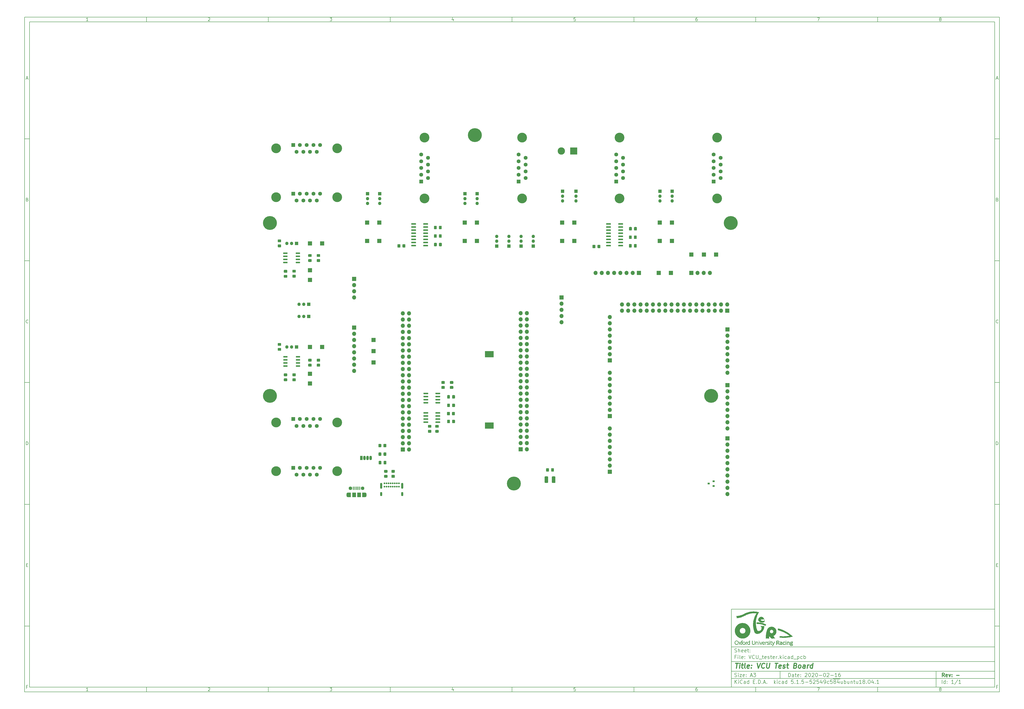
<source format=gbr>
G04 #@! TF.GenerationSoftware,KiCad,Pcbnew,5.1.5-52549c5~84~ubuntu18.04.1*
G04 #@! TF.CreationDate,2020-02-21T16:32:40+00:00*
G04 #@! TF.ProjectId,VCU_tester,5643555f-7465-4737-9465-722e6b696361,-*
G04 #@! TF.SameCoordinates,Original*
G04 #@! TF.FileFunction,Soldermask,Top*
G04 #@! TF.FilePolarity,Negative*
%FSLAX46Y46*%
G04 Gerber Fmt 4.6, Leading zero omitted, Abs format (unit mm)*
G04 Created by KiCad (PCBNEW 5.1.5-52549c5~84~ubuntu18.04.1) date 2020-02-21 16:32:40*
%MOMM*%
%LPD*%
G04 APERTURE LIST*
%ADD10C,0.100000*%
%ADD11C,0.150000*%
%ADD12C,0.300000*%
%ADD13C,0.400000*%
%ADD14C,0.010000*%
%ADD15R,1.350000X1.350000*%
%ADD16O,1.350000X1.350000*%
%ADD17O,1.700000X1.700000*%
%ADD18R,1.700000X1.700000*%
%ADD19C,5.700000*%
%ADD20O,0.900000X1.700000*%
%ADD21O,0.900000X2.400000*%
%ADD22C,0.700000*%
%ADD23R,3.600000X2.600000*%
%ADD24R,1.600000X1.600000*%
%ADD25C,1.600000*%
%ADD26C,4.000000*%
%ADD27R,1.200000X1.900000*%
%ADD28O,1.200000X1.900000*%
%ADD29R,1.500000X1.900000*%
%ADD30C,1.450000*%
%ADD31R,0.400000X1.350000*%
%ADD32R,0.900000X0.800000*%
%ADD33C,3.000000*%
%ADD34R,3.000000X3.000000*%
%ADD35O,1.070000X1.800000*%
%ADD36R,1.070000X1.800000*%
G04 APERTURE END LIST*
D10*
D11*
X299989000Y-253002200D02*
X299989000Y-285002200D01*
X407989000Y-285002200D01*
X407989000Y-253002200D01*
X299989000Y-253002200D01*
D10*
D11*
X10000000Y-10000000D02*
X10000000Y-287002200D01*
X409989000Y-287002200D01*
X409989000Y-10000000D01*
X10000000Y-10000000D01*
D10*
D11*
X12000000Y-12000000D02*
X12000000Y-285002200D01*
X407989000Y-285002200D01*
X407989000Y-12000000D01*
X12000000Y-12000000D01*
D10*
D11*
X60000000Y-12000000D02*
X60000000Y-10000000D01*
D10*
D11*
X110000000Y-12000000D02*
X110000000Y-10000000D01*
D10*
D11*
X160000000Y-12000000D02*
X160000000Y-10000000D01*
D10*
D11*
X210000000Y-12000000D02*
X210000000Y-10000000D01*
D10*
D11*
X260000000Y-12000000D02*
X260000000Y-10000000D01*
D10*
D11*
X310000000Y-12000000D02*
X310000000Y-10000000D01*
D10*
D11*
X360000000Y-12000000D02*
X360000000Y-10000000D01*
D10*
D11*
X36065476Y-11588095D02*
X35322619Y-11588095D01*
X35694047Y-11588095D02*
X35694047Y-10288095D01*
X35570238Y-10473809D01*
X35446428Y-10597619D01*
X35322619Y-10659523D01*
D10*
D11*
X85322619Y-10411904D02*
X85384523Y-10350000D01*
X85508333Y-10288095D01*
X85817857Y-10288095D01*
X85941666Y-10350000D01*
X86003571Y-10411904D01*
X86065476Y-10535714D01*
X86065476Y-10659523D01*
X86003571Y-10845238D01*
X85260714Y-11588095D01*
X86065476Y-11588095D01*
D10*
D11*
X135260714Y-10288095D02*
X136065476Y-10288095D01*
X135632142Y-10783333D01*
X135817857Y-10783333D01*
X135941666Y-10845238D01*
X136003571Y-10907142D01*
X136065476Y-11030952D01*
X136065476Y-11340476D01*
X136003571Y-11464285D01*
X135941666Y-11526190D01*
X135817857Y-11588095D01*
X135446428Y-11588095D01*
X135322619Y-11526190D01*
X135260714Y-11464285D01*
D10*
D11*
X185941666Y-10721428D02*
X185941666Y-11588095D01*
X185632142Y-10226190D02*
X185322619Y-11154761D01*
X186127380Y-11154761D01*
D10*
D11*
X236003571Y-10288095D02*
X235384523Y-10288095D01*
X235322619Y-10907142D01*
X235384523Y-10845238D01*
X235508333Y-10783333D01*
X235817857Y-10783333D01*
X235941666Y-10845238D01*
X236003571Y-10907142D01*
X236065476Y-11030952D01*
X236065476Y-11340476D01*
X236003571Y-11464285D01*
X235941666Y-11526190D01*
X235817857Y-11588095D01*
X235508333Y-11588095D01*
X235384523Y-11526190D01*
X235322619Y-11464285D01*
D10*
D11*
X285941666Y-10288095D02*
X285694047Y-10288095D01*
X285570238Y-10350000D01*
X285508333Y-10411904D01*
X285384523Y-10597619D01*
X285322619Y-10845238D01*
X285322619Y-11340476D01*
X285384523Y-11464285D01*
X285446428Y-11526190D01*
X285570238Y-11588095D01*
X285817857Y-11588095D01*
X285941666Y-11526190D01*
X286003571Y-11464285D01*
X286065476Y-11340476D01*
X286065476Y-11030952D01*
X286003571Y-10907142D01*
X285941666Y-10845238D01*
X285817857Y-10783333D01*
X285570238Y-10783333D01*
X285446428Y-10845238D01*
X285384523Y-10907142D01*
X285322619Y-11030952D01*
D10*
D11*
X335260714Y-10288095D02*
X336127380Y-10288095D01*
X335570238Y-11588095D01*
D10*
D11*
X385570238Y-10845238D02*
X385446428Y-10783333D01*
X385384523Y-10721428D01*
X385322619Y-10597619D01*
X385322619Y-10535714D01*
X385384523Y-10411904D01*
X385446428Y-10350000D01*
X385570238Y-10288095D01*
X385817857Y-10288095D01*
X385941666Y-10350000D01*
X386003571Y-10411904D01*
X386065476Y-10535714D01*
X386065476Y-10597619D01*
X386003571Y-10721428D01*
X385941666Y-10783333D01*
X385817857Y-10845238D01*
X385570238Y-10845238D01*
X385446428Y-10907142D01*
X385384523Y-10969047D01*
X385322619Y-11092857D01*
X385322619Y-11340476D01*
X385384523Y-11464285D01*
X385446428Y-11526190D01*
X385570238Y-11588095D01*
X385817857Y-11588095D01*
X385941666Y-11526190D01*
X386003571Y-11464285D01*
X386065476Y-11340476D01*
X386065476Y-11092857D01*
X386003571Y-10969047D01*
X385941666Y-10907142D01*
X385817857Y-10845238D01*
D10*
D11*
X60000000Y-285002200D02*
X60000000Y-287002200D01*
D10*
D11*
X110000000Y-285002200D02*
X110000000Y-287002200D01*
D10*
D11*
X160000000Y-285002200D02*
X160000000Y-287002200D01*
D10*
D11*
X210000000Y-285002200D02*
X210000000Y-287002200D01*
D10*
D11*
X260000000Y-285002200D02*
X260000000Y-287002200D01*
D10*
D11*
X310000000Y-285002200D02*
X310000000Y-287002200D01*
D10*
D11*
X360000000Y-285002200D02*
X360000000Y-287002200D01*
D10*
D11*
X36065476Y-286590295D02*
X35322619Y-286590295D01*
X35694047Y-286590295D02*
X35694047Y-285290295D01*
X35570238Y-285476009D01*
X35446428Y-285599819D01*
X35322619Y-285661723D01*
D10*
D11*
X85322619Y-285414104D02*
X85384523Y-285352200D01*
X85508333Y-285290295D01*
X85817857Y-285290295D01*
X85941666Y-285352200D01*
X86003571Y-285414104D01*
X86065476Y-285537914D01*
X86065476Y-285661723D01*
X86003571Y-285847438D01*
X85260714Y-286590295D01*
X86065476Y-286590295D01*
D10*
D11*
X135260714Y-285290295D02*
X136065476Y-285290295D01*
X135632142Y-285785533D01*
X135817857Y-285785533D01*
X135941666Y-285847438D01*
X136003571Y-285909342D01*
X136065476Y-286033152D01*
X136065476Y-286342676D01*
X136003571Y-286466485D01*
X135941666Y-286528390D01*
X135817857Y-286590295D01*
X135446428Y-286590295D01*
X135322619Y-286528390D01*
X135260714Y-286466485D01*
D10*
D11*
X185941666Y-285723628D02*
X185941666Y-286590295D01*
X185632142Y-285228390D02*
X185322619Y-286156961D01*
X186127380Y-286156961D01*
D10*
D11*
X236003571Y-285290295D02*
X235384523Y-285290295D01*
X235322619Y-285909342D01*
X235384523Y-285847438D01*
X235508333Y-285785533D01*
X235817857Y-285785533D01*
X235941666Y-285847438D01*
X236003571Y-285909342D01*
X236065476Y-286033152D01*
X236065476Y-286342676D01*
X236003571Y-286466485D01*
X235941666Y-286528390D01*
X235817857Y-286590295D01*
X235508333Y-286590295D01*
X235384523Y-286528390D01*
X235322619Y-286466485D01*
D10*
D11*
X285941666Y-285290295D02*
X285694047Y-285290295D01*
X285570238Y-285352200D01*
X285508333Y-285414104D01*
X285384523Y-285599819D01*
X285322619Y-285847438D01*
X285322619Y-286342676D01*
X285384523Y-286466485D01*
X285446428Y-286528390D01*
X285570238Y-286590295D01*
X285817857Y-286590295D01*
X285941666Y-286528390D01*
X286003571Y-286466485D01*
X286065476Y-286342676D01*
X286065476Y-286033152D01*
X286003571Y-285909342D01*
X285941666Y-285847438D01*
X285817857Y-285785533D01*
X285570238Y-285785533D01*
X285446428Y-285847438D01*
X285384523Y-285909342D01*
X285322619Y-286033152D01*
D10*
D11*
X335260714Y-285290295D02*
X336127380Y-285290295D01*
X335570238Y-286590295D01*
D10*
D11*
X385570238Y-285847438D02*
X385446428Y-285785533D01*
X385384523Y-285723628D01*
X385322619Y-285599819D01*
X385322619Y-285537914D01*
X385384523Y-285414104D01*
X385446428Y-285352200D01*
X385570238Y-285290295D01*
X385817857Y-285290295D01*
X385941666Y-285352200D01*
X386003571Y-285414104D01*
X386065476Y-285537914D01*
X386065476Y-285599819D01*
X386003571Y-285723628D01*
X385941666Y-285785533D01*
X385817857Y-285847438D01*
X385570238Y-285847438D01*
X385446428Y-285909342D01*
X385384523Y-285971247D01*
X385322619Y-286095057D01*
X385322619Y-286342676D01*
X385384523Y-286466485D01*
X385446428Y-286528390D01*
X385570238Y-286590295D01*
X385817857Y-286590295D01*
X385941666Y-286528390D01*
X386003571Y-286466485D01*
X386065476Y-286342676D01*
X386065476Y-286095057D01*
X386003571Y-285971247D01*
X385941666Y-285909342D01*
X385817857Y-285847438D01*
D10*
D11*
X10000000Y-60000000D02*
X12000000Y-60000000D01*
D10*
D11*
X10000000Y-110000000D02*
X12000000Y-110000000D01*
D10*
D11*
X10000000Y-160000000D02*
X12000000Y-160000000D01*
D10*
D11*
X10000000Y-210000000D02*
X12000000Y-210000000D01*
D10*
D11*
X10000000Y-260000000D02*
X12000000Y-260000000D01*
D10*
D11*
X10690476Y-35216666D02*
X11309523Y-35216666D01*
X10566666Y-35588095D02*
X11000000Y-34288095D01*
X11433333Y-35588095D01*
D10*
D11*
X11092857Y-84907142D02*
X11278571Y-84969047D01*
X11340476Y-85030952D01*
X11402380Y-85154761D01*
X11402380Y-85340476D01*
X11340476Y-85464285D01*
X11278571Y-85526190D01*
X11154761Y-85588095D01*
X10659523Y-85588095D01*
X10659523Y-84288095D01*
X11092857Y-84288095D01*
X11216666Y-84350000D01*
X11278571Y-84411904D01*
X11340476Y-84535714D01*
X11340476Y-84659523D01*
X11278571Y-84783333D01*
X11216666Y-84845238D01*
X11092857Y-84907142D01*
X10659523Y-84907142D01*
D10*
D11*
X11402380Y-135464285D02*
X11340476Y-135526190D01*
X11154761Y-135588095D01*
X11030952Y-135588095D01*
X10845238Y-135526190D01*
X10721428Y-135402380D01*
X10659523Y-135278571D01*
X10597619Y-135030952D01*
X10597619Y-134845238D01*
X10659523Y-134597619D01*
X10721428Y-134473809D01*
X10845238Y-134350000D01*
X11030952Y-134288095D01*
X11154761Y-134288095D01*
X11340476Y-134350000D01*
X11402380Y-134411904D01*
D10*
D11*
X10659523Y-185588095D02*
X10659523Y-184288095D01*
X10969047Y-184288095D01*
X11154761Y-184350000D01*
X11278571Y-184473809D01*
X11340476Y-184597619D01*
X11402380Y-184845238D01*
X11402380Y-185030952D01*
X11340476Y-185278571D01*
X11278571Y-185402380D01*
X11154761Y-185526190D01*
X10969047Y-185588095D01*
X10659523Y-185588095D01*
D10*
D11*
X10721428Y-234907142D02*
X11154761Y-234907142D01*
X11340476Y-235588095D02*
X10721428Y-235588095D01*
X10721428Y-234288095D01*
X11340476Y-234288095D01*
D10*
D11*
X11185714Y-284907142D02*
X10752380Y-284907142D01*
X10752380Y-285588095D02*
X10752380Y-284288095D01*
X11371428Y-284288095D01*
D10*
D11*
X409989000Y-60000000D02*
X407989000Y-60000000D01*
D10*
D11*
X409989000Y-110000000D02*
X407989000Y-110000000D01*
D10*
D11*
X409989000Y-160000000D02*
X407989000Y-160000000D01*
D10*
D11*
X409989000Y-210000000D02*
X407989000Y-210000000D01*
D10*
D11*
X409989000Y-260000000D02*
X407989000Y-260000000D01*
D10*
D11*
X408679476Y-35216666D02*
X409298523Y-35216666D01*
X408555666Y-35588095D02*
X408989000Y-34288095D01*
X409422333Y-35588095D01*
D10*
D11*
X409081857Y-84907142D02*
X409267571Y-84969047D01*
X409329476Y-85030952D01*
X409391380Y-85154761D01*
X409391380Y-85340476D01*
X409329476Y-85464285D01*
X409267571Y-85526190D01*
X409143761Y-85588095D01*
X408648523Y-85588095D01*
X408648523Y-84288095D01*
X409081857Y-84288095D01*
X409205666Y-84350000D01*
X409267571Y-84411904D01*
X409329476Y-84535714D01*
X409329476Y-84659523D01*
X409267571Y-84783333D01*
X409205666Y-84845238D01*
X409081857Y-84907142D01*
X408648523Y-84907142D01*
D10*
D11*
X409391380Y-135464285D02*
X409329476Y-135526190D01*
X409143761Y-135588095D01*
X409019952Y-135588095D01*
X408834238Y-135526190D01*
X408710428Y-135402380D01*
X408648523Y-135278571D01*
X408586619Y-135030952D01*
X408586619Y-134845238D01*
X408648523Y-134597619D01*
X408710428Y-134473809D01*
X408834238Y-134350000D01*
X409019952Y-134288095D01*
X409143761Y-134288095D01*
X409329476Y-134350000D01*
X409391380Y-134411904D01*
D10*
D11*
X408648523Y-185588095D02*
X408648523Y-184288095D01*
X408958047Y-184288095D01*
X409143761Y-184350000D01*
X409267571Y-184473809D01*
X409329476Y-184597619D01*
X409391380Y-184845238D01*
X409391380Y-185030952D01*
X409329476Y-185278571D01*
X409267571Y-185402380D01*
X409143761Y-185526190D01*
X408958047Y-185588095D01*
X408648523Y-185588095D01*
D10*
D11*
X408710428Y-234907142D02*
X409143761Y-234907142D01*
X409329476Y-235588095D02*
X408710428Y-235588095D01*
X408710428Y-234288095D01*
X409329476Y-234288095D01*
D10*
D11*
X409174714Y-284907142D02*
X408741380Y-284907142D01*
X408741380Y-285588095D02*
X408741380Y-284288095D01*
X409360428Y-284288095D01*
D10*
D11*
X323421142Y-280780771D02*
X323421142Y-279280771D01*
X323778285Y-279280771D01*
X323992571Y-279352200D01*
X324135428Y-279495057D01*
X324206857Y-279637914D01*
X324278285Y-279923628D01*
X324278285Y-280137914D01*
X324206857Y-280423628D01*
X324135428Y-280566485D01*
X323992571Y-280709342D01*
X323778285Y-280780771D01*
X323421142Y-280780771D01*
X325564000Y-280780771D02*
X325564000Y-279995057D01*
X325492571Y-279852200D01*
X325349714Y-279780771D01*
X325064000Y-279780771D01*
X324921142Y-279852200D01*
X325564000Y-280709342D02*
X325421142Y-280780771D01*
X325064000Y-280780771D01*
X324921142Y-280709342D01*
X324849714Y-280566485D01*
X324849714Y-280423628D01*
X324921142Y-280280771D01*
X325064000Y-280209342D01*
X325421142Y-280209342D01*
X325564000Y-280137914D01*
X326064000Y-279780771D02*
X326635428Y-279780771D01*
X326278285Y-279280771D02*
X326278285Y-280566485D01*
X326349714Y-280709342D01*
X326492571Y-280780771D01*
X326635428Y-280780771D01*
X327706857Y-280709342D02*
X327564000Y-280780771D01*
X327278285Y-280780771D01*
X327135428Y-280709342D01*
X327064000Y-280566485D01*
X327064000Y-279995057D01*
X327135428Y-279852200D01*
X327278285Y-279780771D01*
X327564000Y-279780771D01*
X327706857Y-279852200D01*
X327778285Y-279995057D01*
X327778285Y-280137914D01*
X327064000Y-280280771D01*
X328421142Y-280637914D02*
X328492571Y-280709342D01*
X328421142Y-280780771D01*
X328349714Y-280709342D01*
X328421142Y-280637914D01*
X328421142Y-280780771D01*
X328421142Y-279852200D02*
X328492571Y-279923628D01*
X328421142Y-279995057D01*
X328349714Y-279923628D01*
X328421142Y-279852200D01*
X328421142Y-279995057D01*
X330206857Y-279423628D02*
X330278285Y-279352200D01*
X330421142Y-279280771D01*
X330778285Y-279280771D01*
X330921142Y-279352200D01*
X330992571Y-279423628D01*
X331064000Y-279566485D01*
X331064000Y-279709342D01*
X330992571Y-279923628D01*
X330135428Y-280780771D01*
X331064000Y-280780771D01*
X331992571Y-279280771D02*
X332135428Y-279280771D01*
X332278285Y-279352200D01*
X332349714Y-279423628D01*
X332421142Y-279566485D01*
X332492571Y-279852200D01*
X332492571Y-280209342D01*
X332421142Y-280495057D01*
X332349714Y-280637914D01*
X332278285Y-280709342D01*
X332135428Y-280780771D01*
X331992571Y-280780771D01*
X331849714Y-280709342D01*
X331778285Y-280637914D01*
X331706857Y-280495057D01*
X331635428Y-280209342D01*
X331635428Y-279852200D01*
X331706857Y-279566485D01*
X331778285Y-279423628D01*
X331849714Y-279352200D01*
X331992571Y-279280771D01*
X333064000Y-279423628D02*
X333135428Y-279352200D01*
X333278285Y-279280771D01*
X333635428Y-279280771D01*
X333778285Y-279352200D01*
X333849714Y-279423628D01*
X333921142Y-279566485D01*
X333921142Y-279709342D01*
X333849714Y-279923628D01*
X332992571Y-280780771D01*
X333921142Y-280780771D01*
X334849714Y-279280771D02*
X334992571Y-279280771D01*
X335135428Y-279352200D01*
X335206857Y-279423628D01*
X335278285Y-279566485D01*
X335349714Y-279852200D01*
X335349714Y-280209342D01*
X335278285Y-280495057D01*
X335206857Y-280637914D01*
X335135428Y-280709342D01*
X334992571Y-280780771D01*
X334849714Y-280780771D01*
X334706857Y-280709342D01*
X334635428Y-280637914D01*
X334564000Y-280495057D01*
X334492571Y-280209342D01*
X334492571Y-279852200D01*
X334564000Y-279566485D01*
X334635428Y-279423628D01*
X334706857Y-279352200D01*
X334849714Y-279280771D01*
X335992571Y-280209342D02*
X337135428Y-280209342D01*
X338135428Y-279280771D02*
X338278285Y-279280771D01*
X338421142Y-279352200D01*
X338492571Y-279423628D01*
X338564000Y-279566485D01*
X338635428Y-279852200D01*
X338635428Y-280209342D01*
X338564000Y-280495057D01*
X338492571Y-280637914D01*
X338421142Y-280709342D01*
X338278285Y-280780771D01*
X338135428Y-280780771D01*
X337992571Y-280709342D01*
X337921142Y-280637914D01*
X337849714Y-280495057D01*
X337778285Y-280209342D01*
X337778285Y-279852200D01*
X337849714Y-279566485D01*
X337921142Y-279423628D01*
X337992571Y-279352200D01*
X338135428Y-279280771D01*
X339206857Y-279423628D02*
X339278285Y-279352200D01*
X339421142Y-279280771D01*
X339778285Y-279280771D01*
X339921142Y-279352200D01*
X339992571Y-279423628D01*
X340064000Y-279566485D01*
X340064000Y-279709342D01*
X339992571Y-279923628D01*
X339135428Y-280780771D01*
X340064000Y-280780771D01*
X340706857Y-280209342D02*
X341849714Y-280209342D01*
X343349714Y-280780771D02*
X342492571Y-280780771D01*
X342921142Y-280780771D02*
X342921142Y-279280771D01*
X342778285Y-279495057D01*
X342635428Y-279637914D01*
X342492571Y-279709342D01*
X344635428Y-279280771D02*
X344349714Y-279280771D01*
X344206857Y-279352200D01*
X344135428Y-279423628D01*
X343992571Y-279637914D01*
X343921142Y-279923628D01*
X343921142Y-280495057D01*
X343992571Y-280637914D01*
X344064000Y-280709342D01*
X344206857Y-280780771D01*
X344492571Y-280780771D01*
X344635428Y-280709342D01*
X344706857Y-280637914D01*
X344778285Y-280495057D01*
X344778285Y-280137914D01*
X344706857Y-279995057D01*
X344635428Y-279923628D01*
X344492571Y-279852200D01*
X344206857Y-279852200D01*
X344064000Y-279923628D01*
X343992571Y-279995057D01*
X343921142Y-280137914D01*
D10*
D11*
X299989000Y-281502200D02*
X407989000Y-281502200D01*
D10*
D11*
X301421142Y-283580771D02*
X301421142Y-282080771D01*
X302278285Y-283580771D02*
X301635428Y-282723628D01*
X302278285Y-282080771D02*
X301421142Y-282937914D01*
X302921142Y-283580771D02*
X302921142Y-282580771D01*
X302921142Y-282080771D02*
X302849714Y-282152200D01*
X302921142Y-282223628D01*
X302992571Y-282152200D01*
X302921142Y-282080771D01*
X302921142Y-282223628D01*
X304492571Y-283437914D02*
X304421142Y-283509342D01*
X304206857Y-283580771D01*
X304064000Y-283580771D01*
X303849714Y-283509342D01*
X303706857Y-283366485D01*
X303635428Y-283223628D01*
X303564000Y-282937914D01*
X303564000Y-282723628D01*
X303635428Y-282437914D01*
X303706857Y-282295057D01*
X303849714Y-282152200D01*
X304064000Y-282080771D01*
X304206857Y-282080771D01*
X304421142Y-282152200D01*
X304492571Y-282223628D01*
X305778285Y-283580771D02*
X305778285Y-282795057D01*
X305706857Y-282652200D01*
X305564000Y-282580771D01*
X305278285Y-282580771D01*
X305135428Y-282652200D01*
X305778285Y-283509342D02*
X305635428Y-283580771D01*
X305278285Y-283580771D01*
X305135428Y-283509342D01*
X305064000Y-283366485D01*
X305064000Y-283223628D01*
X305135428Y-283080771D01*
X305278285Y-283009342D01*
X305635428Y-283009342D01*
X305778285Y-282937914D01*
X307135428Y-283580771D02*
X307135428Y-282080771D01*
X307135428Y-283509342D02*
X306992571Y-283580771D01*
X306706857Y-283580771D01*
X306564000Y-283509342D01*
X306492571Y-283437914D01*
X306421142Y-283295057D01*
X306421142Y-282866485D01*
X306492571Y-282723628D01*
X306564000Y-282652200D01*
X306706857Y-282580771D01*
X306992571Y-282580771D01*
X307135428Y-282652200D01*
X308992571Y-282795057D02*
X309492571Y-282795057D01*
X309706857Y-283580771D02*
X308992571Y-283580771D01*
X308992571Y-282080771D01*
X309706857Y-282080771D01*
X310349714Y-283437914D02*
X310421142Y-283509342D01*
X310349714Y-283580771D01*
X310278285Y-283509342D01*
X310349714Y-283437914D01*
X310349714Y-283580771D01*
X311064000Y-283580771D02*
X311064000Y-282080771D01*
X311421142Y-282080771D01*
X311635428Y-282152200D01*
X311778285Y-282295057D01*
X311849714Y-282437914D01*
X311921142Y-282723628D01*
X311921142Y-282937914D01*
X311849714Y-283223628D01*
X311778285Y-283366485D01*
X311635428Y-283509342D01*
X311421142Y-283580771D01*
X311064000Y-283580771D01*
X312564000Y-283437914D02*
X312635428Y-283509342D01*
X312564000Y-283580771D01*
X312492571Y-283509342D01*
X312564000Y-283437914D01*
X312564000Y-283580771D01*
X313206857Y-283152200D02*
X313921142Y-283152200D01*
X313064000Y-283580771D02*
X313564000Y-282080771D01*
X314064000Y-283580771D01*
X314564000Y-283437914D02*
X314635428Y-283509342D01*
X314564000Y-283580771D01*
X314492571Y-283509342D01*
X314564000Y-283437914D01*
X314564000Y-283580771D01*
X317564000Y-283580771D02*
X317564000Y-282080771D01*
X317706857Y-283009342D02*
X318135428Y-283580771D01*
X318135428Y-282580771D02*
X317564000Y-283152200D01*
X318778285Y-283580771D02*
X318778285Y-282580771D01*
X318778285Y-282080771D02*
X318706857Y-282152200D01*
X318778285Y-282223628D01*
X318849714Y-282152200D01*
X318778285Y-282080771D01*
X318778285Y-282223628D01*
X320135428Y-283509342D02*
X319992571Y-283580771D01*
X319706857Y-283580771D01*
X319564000Y-283509342D01*
X319492571Y-283437914D01*
X319421142Y-283295057D01*
X319421142Y-282866485D01*
X319492571Y-282723628D01*
X319564000Y-282652200D01*
X319706857Y-282580771D01*
X319992571Y-282580771D01*
X320135428Y-282652200D01*
X321421142Y-283580771D02*
X321421142Y-282795057D01*
X321349714Y-282652200D01*
X321206857Y-282580771D01*
X320921142Y-282580771D01*
X320778285Y-282652200D01*
X321421142Y-283509342D02*
X321278285Y-283580771D01*
X320921142Y-283580771D01*
X320778285Y-283509342D01*
X320706857Y-283366485D01*
X320706857Y-283223628D01*
X320778285Y-283080771D01*
X320921142Y-283009342D01*
X321278285Y-283009342D01*
X321421142Y-282937914D01*
X322778285Y-283580771D02*
X322778285Y-282080771D01*
X322778285Y-283509342D02*
X322635428Y-283580771D01*
X322349714Y-283580771D01*
X322206857Y-283509342D01*
X322135428Y-283437914D01*
X322064000Y-283295057D01*
X322064000Y-282866485D01*
X322135428Y-282723628D01*
X322206857Y-282652200D01*
X322349714Y-282580771D01*
X322635428Y-282580771D01*
X322778285Y-282652200D01*
X325349714Y-282080771D02*
X324635428Y-282080771D01*
X324564000Y-282795057D01*
X324635428Y-282723628D01*
X324778285Y-282652200D01*
X325135428Y-282652200D01*
X325278285Y-282723628D01*
X325349714Y-282795057D01*
X325421142Y-282937914D01*
X325421142Y-283295057D01*
X325349714Y-283437914D01*
X325278285Y-283509342D01*
X325135428Y-283580771D01*
X324778285Y-283580771D01*
X324635428Y-283509342D01*
X324564000Y-283437914D01*
X326064000Y-283437914D02*
X326135428Y-283509342D01*
X326064000Y-283580771D01*
X325992571Y-283509342D01*
X326064000Y-283437914D01*
X326064000Y-283580771D01*
X327564000Y-283580771D02*
X326706857Y-283580771D01*
X327135428Y-283580771D02*
X327135428Y-282080771D01*
X326992571Y-282295057D01*
X326849714Y-282437914D01*
X326706857Y-282509342D01*
X328206857Y-283437914D02*
X328278285Y-283509342D01*
X328206857Y-283580771D01*
X328135428Y-283509342D01*
X328206857Y-283437914D01*
X328206857Y-283580771D01*
X329635428Y-282080771D02*
X328921142Y-282080771D01*
X328849714Y-282795057D01*
X328921142Y-282723628D01*
X329064000Y-282652200D01*
X329421142Y-282652200D01*
X329564000Y-282723628D01*
X329635428Y-282795057D01*
X329706857Y-282937914D01*
X329706857Y-283295057D01*
X329635428Y-283437914D01*
X329564000Y-283509342D01*
X329421142Y-283580771D01*
X329064000Y-283580771D01*
X328921142Y-283509342D01*
X328849714Y-283437914D01*
X330349714Y-283009342D02*
X331492571Y-283009342D01*
X332921142Y-282080771D02*
X332206857Y-282080771D01*
X332135428Y-282795057D01*
X332206857Y-282723628D01*
X332349714Y-282652200D01*
X332706857Y-282652200D01*
X332849714Y-282723628D01*
X332921142Y-282795057D01*
X332992571Y-282937914D01*
X332992571Y-283295057D01*
X332921142Y-283437914D01*
X332849714Y-283509342D01*
X332706857Y-283580771D01*
X332349714Y-283580771D01*
X332206857Y-283509342D01*
X332135428Y-283437914D01*
X333564000Y-282223628D02*
X333635428Y-282152200D01*
X333778285Y-282080771D01*
X334135428Y-282080771D01*
X334278285Y-282152200D01*
X334349714Y-282223628D01*
X334421142Y-282366485D01*
X334421142Y-282509342D01*
X334349714Y-282723628D01*
X333492571Y-283580771D01*
X334421142Y-283580771D01*
X335778285Y-282080771D02*
X335064000Y-282080771D01*
X334992571Y-282795057D01*
X335064000Y-282723628D01*
X335206857Y-282652200D01*
X335564000Y-282652200D01*
X335706857Y-282723628D01*
X335778285Y-282795057D01*
X335849714Y-282937914D01*
X335849714Y-283295057D01*
X335778285Y-283437914D01*
X335706857Y-283509342D01*
X335564000Y-283580771D01*
X335206857Y-283580771D01*
X335064000Y-283509342D01*
X334992571Y-283437914D01*
X337135428Y-282580771D02*
X337135428Y-283580771D01*
X336778285Y-282009342D02*
X336421142Y-283080771D01*
X337349714Y-283080771D01*
X337992571Y-283580771D02*
X338278285Y-283580771D01*
X338421142Y-283509342D01*
X338492571Y-283437914D01*
X338635428Y-283223628D01*
X338706857Y-282937914D01*
X338706857Y-282366485D01*
X338635428Y-282223628D01*
X338564000Y-282152200D01*
X338421142Y-282080771D01*
X338135428Y-282080771D01*
X337992571Y-282152200D01*
X337921142Y-282223628D01*
X337849714Y-282366485D01*
X337849714Y-282723628D01*
X337921142Y-282866485D01*
X337992571Y-282937914D01*
X338135428Y-283009342D01*
X338421142Y-283009342D01*
X338564000Y-282937914D01*
X338635428Y-282866485D01*
X338706857Y-282723628D01*
X339992571Y-283509342D02*
X339849714Y-283580771D01*
X339564000Y-283580771D01*
X339421142Y-283509342D01*
X339349714Y-283437914D01*
X339278285Y-283295057D01*
X339278285Y-282866485D01*
X339349714Y-282723628D01*
X339421142Y-282652200D01*
X339564000Y-282580771D01*
X339849714Y-282580771D01*
X339992571Y-282652200D01*
X341349714Y-282080771D02*
X340635428Y-282080771D01*
X340564000Y-282795057D01*
X340635428Y-282723628D01*
X340778285Y-282652200D01*
X341135428Y-282652200D01*
X341278285Y-282723628D01*
X341349714Y-282795057D01*
X341421142Y-282937914D01*
X341421142Y-283295057D01*
X341349714Y-283437914D01*
X341278285Y-283509342D01*
X341135428Y-283580771D01*
X340778285Y-283580771D01*
X340635428Y-283509342D01*
X340564000Y-283437914D01*
X341706857Y-281672200D02*
X343135428Y-281672200D01*
X342278285Y-282723628D02*
X342135428Y-282652200D01*
X342064000Y-282580771D01*
X341992571Y-282437914D01*
X341992571Y-282366485D01*
X342064000Y-282223628D01*
X342135428Y-282152200D01*
X342278285Y-282080771D01*
X342564000Y-282080771D01*
X342706857Y-282152200D01*
X342778285Y-282223628D01*
X342849714Y-282366485D01*
X342849714Y-282437914D01*
X342778285Y-282580771D01*
X342706857Y-282652200D01*
X342564000Y-282723628D01*
X342278285Y-282723628D01*
X342135428Y-282795057D01*
X342064000Y-282866485D01*
X341992571Y-283009342D01*
X341992571Y-283295057D01*
X342064000Y-283437914D01*
X342135428Y-283509342D01*
X342278285Y-283580771D01*
X342564000Y-283580771D01*
X342706857Y-283509342D01*
X342778285Y-283437914D01*
X342849714Y-283295057D01*
X342849714Y-283009342D01*
X342778285Y-282866485D01*
X342706857Y-282795057D01*
X342564000Y-282723628D01*
X343135428Y-281672200D02*
X344564000Y-281672200D01*
X344135428Y-282580771D02*
X344135428Y-283580771D01*
X343778285Y-282009342D02*
X343421142Y-283080771D01*
X344349714Y-283080771D01*
X345564000Y-282580771D02*
X345564000Y-283580771D01*
X344921142Y-282580771D02*
X344921142Y-283366485D01*
X344992571Y-283509342D01*
X345135428Y-283580771D01*
X345349714Y-283580771D01*
X345492571Y-283509342D01*
X345564000Y-283437914D01*
X346278285Y-283580771D02*
X346278285Y-282080771D01*
X346278285Y-282652200D02*
X346421142Y-282580771D01*
X346706857Y-282580771D01*
X346849714Y-282652200D01*
X346921142Y-282723628D01*
X346992571Y-282866485D01*
X346992571Y-283295057D01*
X346921142Y-283437914D01*
X346849714Y-283509342D01*
X346706857Y-283580771D01*
X346421142Y-283580771D01*
X346278285Y-283509342D01*
X348278285Y-282580771D02*
X348278285Y-283580771D01*
X347635428Y-282580771D02*
X347635428Y-283366485D01*
X347706857Y-283509342D01*
X347849714Y-283580771D01*
X348064000Y-283580771D01*
X348206857Y-283509342D01*
X348278285Y-283437914D01*
X348992571Y-282580771D02*
X348992571Y-283580771D01*
X348992571Y-282723628D02*
X349064000Y-282652200D01*
X349206857Y-282580771D01*
X349421142Y-282580771D01*
X349564000Y-282652200D01*
X349635428Y-282795057D01*
X349635428Y-283580771D01*
X350135428Y-282580771D02*
X350706857Y-282580771D01*
X350349714Y-282080771D02*
X350349714Y-283366485D01*
X350421142Y-283509342D01*
X350564000Y-283580771D01*
X350706857Y-283580771D01*
X351849714Y-282580771D02*
X351849714Y-283580771D01*
X351206857Y-282580771D02*
X351206857Y-283366485D01*
X351278285Y-283509342D01*
X351421142Y-283580771D01*
X351635428Y-283580771D01*
X351778285Y-283509342D01*
X351849714Y-283437914D01*
X353349714Y-283580771D02*
X352492571Y-283580771D01*
X352921142Y-283580771D02*
X352921142Y-282080771D01*
X352778285Y-282295057D01*
X352635428Y-282437914D01*
X352492571Y-282509342D01*
X354206857Y-282723628D02*
X354064000Y-282652200D01*
X353992571Y-282580771D01*
X353921142Y-282437914D01*
X353921142Y-282366485D01*
X353992571Y-282223628D01*
X354064000Y-282152200D01*
X354206857Y-282080771D01*
X354492571Y-282080771D01*
X354635428Y-282152200D01*
X354706857Y-282223628D01*
X354778285Y-282366485D01*
X354778285Y-282437914D01*
X354706857Y-282580771D01*
X354635428Y-282652200D01*
X354492571Y-282723628D01*
X354206857Y-282723628D01*
X354064000Y-282795057D01*
X353992571Y-282866485D01*
X353921142Y-283009342D01*
X353921142Y-283295057D01*
X353992571Y-283437914D01*
X354064000Y-283509342D01*
X354206857Y-283580771D01*
X354492571Y-283580771D01*
X354635428Y-283509342D01*
X354706857Y-283437914D01*
X354778285Y-283295057D01*
X354778285Y-283009342D01*
X354706857Y-282866485D01*
X354635428Y-282795057D01*
X354492571Y-282723628D01*
X355421142Y-283437914D02*
X355492571Y-283509342D01*
X355421142Y-283580771D01*
X355349714Y-283509342D01*
X355421142Y-283437914D01*
X355421142Y-283580771D01*
X356421142Y-282080771D02*
X356564000Y-282080771D01*
X356706857Y-282152200D01*
X356778285Y-282223628D01*
X356849714Y-282366485D01*
X356921142Y-282652200D01*
X356921142Y-283009342D01*
X356849714Y-283295057D01*
X356778285Y-283437914D01*
X356706857Y-283509342D01*
X356564000Y-283580771D01*
X356421142Y-283580771D01*
X356278285Y-283509342D01*
X356206857Y-283437914D01*
X356135428Y-283295057D01*
X356064000Y-283009342D01*
X356064000Y-282652200D01*
X356135428Y-282366485D01*
X356206857Y-282223628D01*
X356278285Y-282152200D01*
X356421142Y-282080771D01*
X358206857Y-282580771D02*
X358206857Y-283580771D01*
X357849714Y-282009342D02*
X357492571Y-283080771D01*
X358421142Y-283080771D01*
X358992571Y-283437914D02*
X359064000Y-283509342D01*
X358992571Y-283580771D01*
X358921142Y-283509342D01*
X358992571Y-283437914D01*
X358992571Y-283580771D01*
X360492571Y-283580771D02*
X359635428Y-283580771D01*
X360064000Y-283580771D02*
X360064000Y-282080771D01*
X359921142Y-282295057D01*
X359778285Y-282437914D01*
X359635428Y-282509342D01*
D10*
D11*
X299989000Y-278502200D02*
X407989000Y-278502200D01*
D10*
D12*
X387398285Y-280780771D02*
X386898285Y-280066485D01*
X386541142Y-280780771D02*
X386541142Y-279280771D01*
X387112571Y-279280771D01*
X387255428Y-279352200D01*
X387326857Y-279423628D01*
X387398285Y-279566485D01*
X387398285Y-279780771D01*
X387326857Y-279923628D01*
X387255428Y-279995057D01*
X387112571Y-280066485D01*
X386541142Y-280066485D01*
X388612571Y-280709342D02*
X388469714Y-280780771D01*
X388184000Y-280780771D01*
X388041142Y-280709342D01*
X387969714Y-280566485D01*
X387969714Y-279995057D01*
X388041142Y-279852200D01*
X388184000Y-279780771D01*
X388469714Y-279780771D01*
X388612571Y-279852200D01*
X388684000Y-279995057D01*
X388684000Y-280137914D01*
X387969714Y-280280771D01*
X389184000Y-279780771D02*
X389541142Y-280780771D01*
X389898285Y-279780771D01*
X390469714Y-280637914D02*
X390541142Y-280709342D01*
X390469714Y-280780771D01*
X390398285Y-280709342D01*
X390469714Y-280637914D01*
X390469714Y-280780771D01*
X390469714Y-279852200D02*
X390541142Y-279923628D01*
X390469714Y-279995057D01*
X390398285Y-279923628D01*
X390469714Y-279852200D01*
X390469714Y-279995057D01*
X392326857Y-280209342D02*
X393469714Y-280209342D01*
D10*
D11*
X301349714Y-280709342D02*
X301564000Y-280780771D01*
X301921142Y-280780771D01*
X302064000Y-280709342D01*
X302135428Y-280637914D01*
X302206857Y-280495057D01*
X302206857Y-280352200D01*
X302135428Y-280209342D01*
X302064000Y-280137914D01*
X301921142Y-280066485D01*
X301635428Y-279995057D01*
X301492571Y-279923628D01*
X301421142Y-279852200D01*
X301349714Y-279709342D01*
X301349714Y-279566485D01*
X301421142Y-279423628D01*
X301492571Y-279352200D01*
X301635428Y-279280771D01*
X301992571Y-279280771D01*
X302206857Y-279352200D01*
X302849714Y-280780771D02*
X302849714Y-279780771D01*
X302849714Y-279280771D02*
X302778285Y-279352200D01*
X302849714Y-279423628D01*
X302921142Y-279352200D01*
X302849714Y-279280771D01*
X302849714Y-279423628D01*
X303421142Y-279780771D02*
X304206857Y-279780771D01*
X303421142Y-280780771D01*
X304206857Y-280780771D01*
X305349714Y-280709342D02*
X305206857Y-280780771D01*
X304921142Y-280780771D01*
X304778285Y-280709342D01*
X304706857Y-280566485D01*
X304706857Y-279995057D01*
X304778285Y-279852200D01*
X304921142Y-279780771D01*
X305206857Y-279780771D01*
X305349714Y-279852200D01*
X305421142Y-279995057D01*
X305421142Y-280137914D01*
X304706857Y-280280771D01*
X306064000Y-280637914D02*
X306135428Y-280709342D01*
X306064000Y-280780771D01*
X305992571Y-280709342D01*
X306064000Y-280637914D01*
X306064000Y-280780771D01*
X306064000Y-279852200D02*
X306135428Y-279923628D01*
X306064000Y-279995057D01*
X305992571Y-279923628D01*
X306064000Y-279852200D01*
X306064000Y-279995057D01*
X307849714Y-280352200D02*
X308564000Y-280352200D01*
X307706857Y-280780771D02*
X308206857Y-279280771D01*
X308706857Y-280780771D01*
X309064000Y-279280771D02*
X309992571Y-279280771D01*
X309492571Y-279852200D01*
X309706857Y-279852200D01*
X309849714Y-279923628D01*
X309921142Y-279995057D01*
X309992571Y-280137914D01*
X309992571Y-280495057D01*
X309921142Y-280637914D01*
X309849714Y-280709342D01*
X309706857Y-280780771D01*
X309278285Y-280780771D01*
X309135428Y-280709342D01*
X309064000Y-280637914D01*
D10*
D11*
X386421142Y-283580771D02*
X386421142Y-282080771D01*
X387778285Y-283580771D02*
X387778285Y-282080771D01*
X387778285Y-283509342D02*
X387635428Y-283580771D01*
X387349714Y-283580771D01*
X387206857Y-283509342D01*
X387135428Y-283437914D01*
X387064000Y-283295057D01*
X387064000Y-282866485D01*
X387135428Y-282723628D01*
X387206857Y-282652200D01*
X387349714Y-282580771D01*
X387635428Y-282580771D01*
X387778285Y-282652200D01*
X388492571Y-283437914D02*
X388564000Y-283509342D01*
X388492571Y-283580771D01*
X388421142Y-283509342D01*
X388492571Y-283437914D01*
X388492571Y-283580771D01*
X388492571Y-282652200D02*
X388564000Y-282723628D01*
X388492571Y-282795057D01*
X388421142Y-282723628D01*
X388492571Y-282652200D01*
X388492571Y-282795057D01*
X391135428Y-283580771D02*
X390278285Y-283580771D01*
X390706857Y-283580771D02*
X390706857Y-282080771D01*
X390564000Y-282295057D01*
X390421142Y-282437914D01*
X390278285Y-282509342D01*
X392849714Y-282009342D02*
X391564000Y-283937914D01*
X394135428Y-283580771D02*
X393278285Y-283580771D01*
X393706857Y-283580771D02*
X393706857Y-282080771D01*
X393564000Y-282295057D01*
X393421142Y-282437914D01*
X393278285Y-282509342D01*
D10*
D11*
X299989000Y-274502200D02*
X407989000Y-274502200D01*
D10*
D13*
X301701380Y-275206961D02*
X302844238Y-275206961D01*
X302022809Y-277206961D02*
X302272809Y-275206961D01*
X303260904Y-277206961D02*
X303427571Y-275873628D01*
X303510904Y-275206961D02*
X303403761Y-275302200D01*
X303487095Y-275397438D01*
X303594238Y-275302200D01*
X303510904Y-275206961D01*
X303487095Y-275397438D01*
X304094238Y-275873628D02*
X304856142Y-275873628D01*
X304463285Y-275206961D02*
X304249000Y-276921247D01*
X304320428Y-277111723D01*
X304499000Y-277206961D01*
X304689476Y-277206961D01*
X305641857Y-277206961D02*
X305463285Y-277111723D01*
X305391857Y-276921247D01*
X305606142Y-275206961D01*
X307177571Y-277111723D02*
X306975190Y-277206961D01*
X306594238Y-277206961D01*
X306415666Y-277111723D01*
X306344238Y-276921247D01*
X306439476Y-276159342D01*
X306558523Y-275968866D01*
X306760904Y-275873628D01*
X307141857Y-275873628D01*
X307320428Y-275968866D01*
X307391857Y-276159342D01*
X307368047Y-276349819D01*
X306391857Y-276540295D01*
X308141857Y-277016485D02*
X308225190Y-277111723D01*
X308118047Y-277206961D01*
X308034714Y-277111723D01*
X308141857Y-277016485D01*
X308118047Y-277206961D01*
X308272809Y-275968866D02*
X308356142Y-276064104D01*
X308249000Y-276159342D01*
X308165666Y-276064104D01*
X308272809Y-275968866D01*
X308249000Y-276159342D01*
X310558523Y-275206961D02*
X310975190Y-277206961D01*
X311891857Y-275206961D01*
X313475190Y-277016485D02*
X313368047Y-277111723D01*
X313070428Y-277206961D01*
X312879952Y-277206961D01*
X312606142Y-277111723D01*
X312439476Y-276921247D01*
X312368047Y-276730771D01*
X312320428Y-276349819D01*
X312356142Y-276064104D01*
X312499000Y-275683152D01*
X312618047Y-275492676D01*
X312832333Y-275302200D01*
X313129952Y-275206961D01*
X313320428Y-275206961D01*
X313594238Y-275302200D01*
X313677571Y-275397438D01*
X314558523Y-275206961D02*
X314356142Y-276826009D01*
X314427571Y-277016485D01*
X314510904Y-277111723D01*
X314689476Y-277206961D01*
X315070428Y-277206961D01*
X315272809Y-277111723D01*
X315379952Y-277016485D01*
X315499000Y-276826009D01*
X315701380Y-275206961D01*
X317891857Y-275206961D02*
X319034714Y-275206961D01*
X318213285Y-277206961D02*
X318463285Y-275206961D01*
X320225190Y-277111723D02*
X320022809Y-277206961D01*
X319641857Y-277206961D01*
X319463285Y-277111723D01*
X319391857Y-276921247D01*
X319487095Y-276159342D01*
X319606142Y-275968866D01*
X319808523Y-275873628D01*
X320189476Y-275873628D01*
X320368047Y-275968866D01*
X320439476Y-276159342D01*
X320415666Y-276349819D01*
X319439476Y-276540295D01*
X321082333Y-277111723D02*
X321260904Y-277206961D01*
X321641857Y-277206961D01*
X321844238Y-277111723D01*
X321963285Y-276921247D01*
X321975190Y-276826009D01*
X321903761Y-276635533D01*
X321725190Y-276540295D01*
X321439476Y-276540295D01*
X321260904Y-276445057D01*
X321189476Y-276254580D01*
X321201380Y-276159342D01*
X321320428Y-275968866D01*
X321522809Y-275873628D01*
X321808523Y-275873628D01*
X321987095Y-275968866D01*
X322665666Y-275873628D02*
X323427571Y-275873628D01*
X323034714Y-275206961D02*
X322820428Y-276921247D01*
X322891857Y-277111723D01*
X323070428Y-277206961D01*
X323260904Y-277206961D01*
X326249000Y-276159342D02*
X326522809Y-276254580D01*
X326606142Y-276349819D01*
X326677571Y-276540295D01*
X326641857Y-276826009D01*
X326522809Y-277016485D01*
X326415666Y-277111723D01*
X326213285Y-277206961D01*
X325451380Y-277206961D01*
X325701380Y-275206961D01*
X326368047Y-275206961D01*
X326546619Y-275302200D01*
X326629952Y-275397438D01*
X326701380Y-275587914D01*
X326677571Y-275778390D01*
X326558523Y-275968866D01*
X326451380Y-276064104D01*
X326249000Y-276159342D01*
X325582333Y-276159342D01*
X327737095Y-277206961D02*
X327558523Y-277111723D01*
X327475190Y-277016485D01*
X327403761Y-276826009D01*
X327475190Y-276254580D01*
X327594238Y-276064104D01*
X327701380Y-275968866D01*
X327903761Y-275873628D01*
X328189476Y-275873628D01*
X328368047Y-275968866D01*
X328451380Y-276064104D01*
X328522809Y-276254580D01*
X328451380Y-276826009D01*
X328332333Y-277016485D01*
X328225190Y-277111723D01*
X328022809Y-277206961D01*
X327737095Y-277206961D01*
X330118047Y-277206961D02*
X330249000Y-276159342D01*
X330177571Y-275968866D01*
X329999000Y-275873628D01*
X329618047Y-275873628D01*
X329415666Y-275968866D01*
X330129952Y-277111723D02*
X329927571Y-277206961D01*
X329451380Y-277206961D01*
X329272809Y-277111723D01*
X329201380Y-276921247D01*
X329225190Y-276730771D01*
X329344238Y-276540295D01*
X329546619Y-276445057D01*
X330022809Y-276445057D01*
X330225190Y-276349819D01*
X331070428Y-277206961D02*
X331237095Y-275873628D01*
X331189476Y-276254580D02*
X331308523Y-276064104D01*
X331415666Y-275968866D01*
X331618047Y-275873628D01*
X331808523Y-275873628D01*
X333165666Y-277206961D02*
X333415666Y-275206961D01*
X333177571Y-277111723D02*
X332975190Y-277206961D01*
X332594238Y-277206961D01*
X332415666Y-277111723D01*
X332332333Y-277016485D01*
X332260904Y-276826009D01*
X332332333Y-276254580D01*
X332451380Y-276064104D01*
X332558523Y-275968866D01*
X332760904Y-275873628D01*
X333141857Y-275873628D01*
X333320428Y-275968866D01*
D10*
D11*
X301921142Y-272595057D02*
X301421142Y-272595057D01*
X301421142Y-273380771D02*
X301421142Y-271880771D01*
X302135428Y-271880771D01*
X302706857Y-273380771D02*
X302706857Y-272380771D01*
X302706857Y-271880771D02*
X302635428Y-271952200D01*
X302706857Y-272023628D01*
X302778285Y-271952200D01*
X302706857Y-271880771D01*
X302706857Y-272023628D01*
X303635428Y-273380771D02*
X303492571Y-273309342D01*
X303421142Y-273166485D01*
X303421142Y-271880771D01*
X304778285Y-273309342D02*
X304635428Y-273380771D01*
X304349714Y-273380771D01*
X304206857Y-273309342D01*
X304135428Y-273166485D01*
X304135428Y-272595057D01*
X304206857Y-272452200D01*
X304349714Y-272380771D01*
X304635428Y-272380771D01*
X304778285Y-272452200D01*
X304849714Y-272595057D01*
X304849714Y-272737914D01*
X304135428Y-272880771D01*
X305492571Y-273237914D02*
X305564000Y-273309342D01*
X305492571Y-273380771D01*
X305421142Y-273309342D01*
X305492571Y-273237914D01*
X305492571Y-273380771D01*
X305492571Y-272452200D02*
X305564000Y-272523628D01*
X305492571Y-272595057D01*
X305421142Y-272523628D01*
X305492571Y-272452200D01*
X305492571Y-272595057D01*
X307135428Y-271880771D02*
X307635428Y-273380771D01*
X308135428Y-271880771D01*
X309492571Y-273237914D02*
X309421142Y-273309342D01*
X309206857Y-273380771D01*
X309064000Y-273380771D01*
X308849714Y-273309342D01*
X308706857Y-273166485D01*
X308635428Y-273023628D01*
X308564000Y-272737914D01*
X308564000Y-272523628D01*
X308635428Y-272237914D01*
X308706857Y-272095057D01*
X308849714Y-271952200D01*
X309064000Y-271880771D01*
X309206857Y-271880771D01*
X309421142Y-271952200D01*
X309492571Y-272023628D01*
X310135428Y-271880771D02*
X310135428Y-273095057D01*
X310206857Y-273237914D01*
X310278285Y-273309342D01*
X310421142Y-273380771D01*
X310706857Y-273380771D01*
X310849714Y-273309342D01*
X310921142Y-273237914D01*
X310992571Y-273095057D01*
X310992571Y-271880771D01*
X311349714Y-273523628D02*
X312492571Y-273523628D01*
X312635428Y-272380771D02*
X313206857Y-272380771D01*
X312849714Y-271880771D02*
X312849714Y-273166485D01*
X312921142Y-273309342D01*
X313064000Y-273380771D01*
X313206857Y-273380771D01*
X314278285Y-273309342D02*
X314135428Y-273380771D01*
X313849714Y-273380771D01*
X313706857Y-273309342D01*
X313635428Y-273166485D01*
X313635428Y-272595057D01*
X313706857Y-272452200D01*
X313849714Y-272380771D01*
X314135428Y-272380771D01*
X314278285Y-272452200D01*
X314349714Y-272595057D01*
X314349714Y-272737914D01*
X313635428Y-272880771D01*
X314921142Y-273309342D02*
X315064000Y-273380771D01*
X315349714Y-273380771D01*
X315492571Y-273309342D01*
X315564000Y-273166485D01*
X315564000Y-273095057D01*
X315492571Y-272952200D01*
X315349714Y-272880771D01*
X315135428Y-272880771D01*
X314992571Y-272809342D01*
X314921142Y-272666485D01*
X314921142Y-272595057D01*
X314992571Y-272452200D01*
X315135428Y-272380771D01*
X315349714Y-272380771D01*
X315492571Y-272452200D01*
X315992571Y-272380771D02*
X316564000Y-272380771D01*
X316206857Y-271880771D02*
X316206857Y-273166485D01*
X316278285Y-273309342D01*
X316421142Y-273380771D01*
X316564000Y-273380771D01*
X317635428Y-273309342D02*
X317492571Y-273380771D01*
X317206857Y-273380771D01*
X317064000Y-273309342D01*
X316992571Y-273166485D01*
X316992571Y-272595057D01*
X317064000Y-272452200D01*
X317206857Y-272380771D01*
X317492571Y-272380771D01*
X317635428Y-272452200D01*
X317706857Y-272595057D01*
X317706857Y-272737914D01*
X316992571Y-272880771D01*
X318349714Y-273380771D02*
X318349714Y-272380771D01*
X318349714Y-272666485D02*
X318421142Y-272523628D01*
X318492571Y-272452200D01*
X318635428Y-272380771D01*
X318778285Y-272380771D01*
X319278285Y-273237914D02*
X319349714Y-273309342D01*
X319278285Y-273380771D01*
X319206857Y-273309342D01*
X319278285Y-273237914D01*
X319278285Y-273380771D01*
X319992571Y-273380771D02*
X319992571Y-271880771D01*
X320135428Y-272809342D02*
X320564000Y-273380771D01*
X320564000Y-272380771D02*
X319992571Y-272952200D01*
X321206857Y-273380771D02*
X321206857Y-272380771D01*
X321206857Y-271880771D02*
X321135428Y-271952200D01*
X321206857Y-272023628D01*
X321278285Y-271952200D01*
X321206857Y-271880771D01*
X321206857Y-272023628D01*
X322564000Y-273309342D02*
X322421142Y-273380771D01*
X322135428Y-273380771D01*
X321992571Y-273309342D01*
X321921142Y-273237914D01*
X321849714Y-273095057D01*
X321849714Y-272666485D01*
X321921142Y-272523628D01*
X321992571Y-272452200D01*
X322135428Y-272380771D01*
X322421142Y-272380771D01*
X322564000Y-272452200D01*
X323849714Y-273380771D02*
X323849714Y-272595057D01*
X323778285Y-272452200D01*
X323635428Y-272380771D01*
X323349714Y-272380771D01*
X323206857Y-272452200D01*
X323849714Y-273309342D02*
X323706857Y-273380771D01*
X323349714Y-273380771D01*
X323206857Y-273309342D01*
X323135428Y-273166485D01*
X323135428Y-273023628D01*
X323206857Y-272880771D01*
X323349714Y-272809342D01*
X323706857Y-272809342D01*
X323849714Y-272737914D01*
X325206857Y-273380771D02*
X325206857Y-271880771D01*
X325206857Y-273309342D02*
X325064000Y-273380771D01*
X324778285Y-273380771D01*
X324635428Y-273309342D01*
X324564000Y-273237914D01*
X324492571Y-273095057D01*
X324492571Y-272666485D01*
X324564000Y-272523628D01*
X324635428Y-272452200D01*
X324778285Y-272380771D01*
X325064000Y-272380771D01*
X325206857Y-272452200D01*
X325564000Y-273523628D02*
X326706857Y-273523628D01*
X327064000Y-272380771D02*
X327064000Y-273880771D01*
X327064000Y-272452200D02*
X327206857Y-272380771D01*
X327492571Y-272380771D01*
X327635428Y-272452200D01*
X327706857Y-272523628D01*
X327778285Y-272666485D01*
X327778285Y-273095057D01*
X327706857Y-273237914D01*
X327635428Y-273309342D01*
X327492571Y-273380771D01*
X327206857Y-273380771D01*
X327064000Y-273309342D01*
X329064000Y-273309342D02*
X328921142Y-273380771D01*
X328635428Y-273380771D01*
X328492571Y-273309342D01*
X328421142Y-273237914D01*
X328349714Y-273095057D01*
X328349714Y-272666485D01*
X328421142Y-272523628D01*
X328492571Y-272452200D01*
X328635428Y-272380771D01*
X328921142Y-272380771D01*
X329064000Y-272452200D01*
X329706857Y-273380771D02*
X329706857Y-271880771D01*
X329706857Y-272452200D02*
X329849714Y-272380771D01*
X330135428Y-272380771D01*
X330278285Y-272452200D01*
X330349714Y-272523628D01*
X330421142Y-272666485D01*
X330421142Y-273095057D01*
X330349714Y-273237914D01*
X330278285Y-273309342D01*
X330135428Y-273380771D01*
X329849714Y-273380771D01*
X329706857Y-273309342D01*
D10*
D11*
X299989000Y-268502200D02*
X407989000Y-268502200D01*
D10*
D11*
X301349714Y-270609342D02*
X301564000Y-270680771D01*
X301921142Y-270680771D01*
X302064000Y-270609342D01*
X302135428Y-270537914D01*
X302206857Y-270395057D01*
X302206857Y-270252200D01*
X302135428Y-270109342D01*
X302064000Y-270037914D01*
X301921142Y-269966485D01*
X301635428Y-269895057D01*
X301492571Y-269823628D01*
X301421142Y-269752200D01*
X301349714Y-269609342D01*
X301349714Y-269466485D01*
X301421142Y-269323628D01*
X301492571Y-269252200D01*
X301635428Y-269180771D01*
X301992571Y-269180771D01*
X302206857Y-269252200D01*
X302849714Y-270680771D02*
X302849714Y-269180771D01*
X303492571Y-270680771D02*
X303492571Y-269895057D01*
X303421142Y-269752200D01*
X303278285Y-269680771D01*
X303064000Y-269680771D01*
X302921142Y-269752200D01*
X302849714Y-269823628D01*
X304778285Y-270609342D02*
X304635428Y-270680771D01*
X304349714Y-270680771D01*
X304206857Y-270609342D01*
X304135428Y-270466485D01*
X304135428Y-269895057D01*
X304206857Y-269752200D01*
X304349714Y-269680771D01*
X304635428Y-269680771D01*
X304778285Y-269752200D01*
X304849714Y-269895057D01*
X304849714Y-270037914D01*
X304135428Y-270180771D01*
X306064000Y-270609342D02*
X305921142Y-270680771D01*
X305635428Y-270680771D01*
X305492571Y-270609342D01*
X305421142Y-270466485D01*
X305421142Y-269895057D01*
X305492571Y-269752200D01*
X305635428Y-269680771D01*
X305921142Y-269680771D01*
X306064000Y-269752200D01*
X306135428Y-269895057D01*
X306135428Y-270037914D01*
X305421142Y-270180771D01*
X306564000Y-269680771D02*
X307135428Y-269680771D01*
X306778285Y-269180771D02*
X306778285Y-270466485D01*
X306849714Y-270609342D01*
X306992571Y-270680771D01*
X307135428Y-270680771D01*
X307635428Y-270537914D02*
X307706857Y-270609342D01*
X307635428Y-270680771D01*
X307564000Y-270609342D01*
X307635428Y-270537914D01*
X307635428Y-270680771D01*
X307635428Y-269752200D02*
X307706857Y-269823628D01*
X307635428Y-269895057D01*
X307564000Y-269823628D01*
X307635428Y-269752200D01*
X307635428Y-269895057D01*
D10*
D11*
X319989000Y-278502200D02*
X319989000Y-281502200D01*
D10*
D11*
X383989000Y-278502200D02*
X383989000Y-285002200D01*
D10*
D14*
G36*
X316993000Y-266897200D02*
G01*
X317018000Y-266964200D01*
X317042000Y-267028200D01*
X317065000Y-267089200D01*
X317087000Y-267146200D01*
X317107000Y-267199200D01*
X317125000Y-267247200D01*
X317140999Y-267289200D01*
X317154000Y-267325200D01*
X317164999Y-267354200D01*
X317173000Y-267376200D01*
X317179000Y-267389200D01*
X317179999Y-267394200D01*
X317181999Y-267397200D01*
X317183999Y-267399200D01*
X317186999Y-267396200D01*
X317191000Y-267390200D01*
X317197000Y-267378200D01*
X317203999Y-267360200D01*
X317215000Y-267335200D01*
X317227999Y-267302200D01*
X317234999Y-267284200D01*
X317246000Y-267258200D01*
X317258999Y-267225200D01*
X317274000Y-267187200D01*
X317291000Y-267144200D01*
X317310000Y-267098200D01*
X317330999Y-267047200D01*
X317352000Y-266994200D01*
X317373999Y-266940200D01*
X317419999Y-266828200D01*
X317441999Y-266773200D01*
X317464000Y-266719200D01*
X317484999Y-266667200D01*
X317505000Y-266618200D01*
X317524000Y-266572200D01*
X317541000Y-266531200D01*
X317556000Y-266495200D01*
X317568000Y-266465200D01*
X317578000Y-266442200D01*
X317584000Y-266426200D01*
X317587999Y-266418200D01*
X317587999Y-266417200D01*
X317594000Y-266417200D01*
X317607000Y-266416200D01*
X317626999Y-266416200D01*
X317650999Y-266417200D01*
X317657000Y-266417200D01*
X317724000Y-266418200D01*
X317459000Y-267046200D01*
X317426999Y-267122200D01*
X317395000Y-267197200D01*
X317364000Y-267269200D01*
X317335000Y-267339200D01*
X317306999Y-267405200D01*
X317280999Y-267467200D01*
X317256000Y-267524200D01*
X317234000Y-267577200D01*
X317215000Y-267623200D01*
X317198000Y-267662200D01*
X317185000Y-267695200D01*
X317174000Y-267720200D01*
X317167000Y-267736200D01*
X317164999Y-267740200D01*
X317140000Y-267797200D01*
X317114000Y-267845200D01*
X317087999Y-267885200D01*
X317061999Y-267918200D01*
X317032999Y-267945200D01*
X317008000Y-267963200D01*
X316974999Y-267982200D01*
X316943999Y-267995200D01*
X316909999Y-268003200D01*
X316869999Y-268007200D01*
X316854000Y-268007200D01*
X316830000Y-268008200D01*
X316808999Y-268007200D01*
X316792000Y-268007200D01*
X316784999Y-268006200D01*
X316767000Y-268003200D01*
X316724999Y-267993200D01*
X316705000Y-267987200D01*
X316688999Y-267983200D01*
X316679999Y-267980200D01*
X316679999Y-267979200D01*
X316676999Y-267976200D01*
X316676999Y-267970200D01*
X316679000Y-267959200D01*
X316683999Y-267942200D01*
X316690000Y-267924200D01*
X316698000Y-267901200D01*
X316703999Y-267886200D01*
X316709000Y-267877200D01*
X316714000Y-267874200D01*
X316717000Y-267873200D01*
X316726000Y-267875200D01*
X316741999Y-267877200D01*
X316763999Y-267880200D01*
X316782000Y-267883200D01*
X316810000Y-267886200D01*
X316830999Y-267888200D01*
X316849000Y-267888200D01*
X316866999Y-267886200D01*
X316871000Y-267885200D01*
X316912000Y-267874200D01*
X316947000Y-267856200D01*
X316977000Y-267829200D01*
X317000000Y-267798200D01*
X317005000Y-267787200D01*
X317013999Y-267770200D01*
X317025999Y-267746200D01*
X317039000Y-267718200D01*
X317053000Y-267687200D01*
X317061000Y-267671200D01*
X317109000Y-267564200D01*
X316895000Y-267004200D01*
X316866999Y-266932200D01*
X316840999Y-266863200D01*
X316816000Y-266796200D01*
X316792000Y-266734200D01*
X316768999Y-266675200D01*
X316748999Y-266622200D01*
X316729999Y-266573200D01*
X316714000Y-266531200D01*
X316700999Y-266495200D01*
X316690000Y-266467200D01*
X316681999Y-266446200D01*
X316676999Y-266433200D01*
X316674999Y-266429200D01*
X316669999Y-266416200D01*
X316811999Y-266416200D01*
X316993000Y-266897200D01*
G37*
X316993000Y-266897200D02*
X317018000Y-266964200D01*
X317042000Y-267028200D01*
X317065000Y-267089200D01*
X317087000Y-267146200D01*
X317107000Y-267199200D01*
X317125000Y-267247200D01*
X317140999Y-267289200D01*
X317154000Y-267325200D01*
X317164999Y-267354200D01*
X317173000Y-267376200D01*
X317179000Y-267389200D01*
X317179999Y-267394200D01*
X317181999Y-267397200D01*
X317183999Y-267399200D01*
X317186999Y-267396200D01*
X317191000Y-267390200D01*
X317197000Y-267378200D01*
X317203999Y-267360200D01*
X317215000Y-267335200D01*
X317227999Y-267302200D01*
X317234999Y-267284200D01*
X317246000Y-267258200D01*
X317258999Y-267225200D01*
X317274000Y-267187200D01*
X317291000Y-267144200D01*
X317310000Y-267098200D01*
X317330999Y-267047200D01*
X317352000Y-266994200D01*
X317373999Y-266940200D01*
X317419999Y-266828200D01*
X317441999Y-266773200D01*
X317464000Y-266719200D01*
X317484999Y-266667200D01*
X317505000Y-266618200D01*
X317524000Y-266572200D01*
X317541000Y-266531200D01*
X317556000Y-266495200D01*
X317568000Y-266465200D01*
X317578000Y-266442200D01*
X317584000Y-266426200D01*
X317587999Y-266418200D01*
X317587999Y-266417200D01*
X317594000Y-266417200D01*
X317607000Y-266416200D01*
X317626999Y-266416200D01*
X317650999Y-266417200D01*
X317657000Y-266417200D01*
X317724000Y-266418200D01*
X317459000Y-267046200D01*
X317426999Y-267122200D01*
X317395000Y-267197200D01*
X317364000Y-267269200D01*
X317335000Y-267339200D01*
X317306999Y-267405200D01*
X317280999Y-267467200D01*
X317256000Y-267524200D01*
X317234000Y-267577200D01*
X317215000Y-267623200D01*
X317198000Y-267662200D01*
X317185000Y-267695200D01*
X317174000Y-267720200D01*
X317167000Y-267736200D01*
X317164999Y-267740200D01*
X317140000Y-267797200D01*
X317114000Y-267845200D01*
X317087999Y-267885200D01*
X317061999Y-267918200D01*
X317032999Y-267945200D01*
X317008000Y-267963200D01*
X316974999Y-267982200D01*
X316943999Y-267995200D01*
X316909999Y-268003200D01*
X316869999Y-268007200D01*
X316854000Y-268007200D01*
X316830000Y-268008200D01*
X316808999Y-268007200D01*
X316792000Y-268007200D01*
X316784999Y-268006200D01*
X316767000Y-268003200D01*
X316724999Y-267993200D01*
X316705000Y-267987200D01*
X316688999Y-267983200D01*
X316679999Y-267980200D01*
X316679999Y-267979200D01*
X316676999Y-267976200D01*
X316676999Y-267970200D01*
X316679000Y-267959200D01*
X316683999Y-267942200D01*
X316690000Y-267924200D01*
X316698000Y-267901200D01*
X316703999Y-267886200D01*
X316709000Y-267877200D01*
X316714000Y-267874200D01*
X316717000Y-267873200D01*
X316726000Y-267875200D01*
X316741999Y-267877200D01*
X316763999Y-267880200D01*
X316782000Y-267883200D01*
X316810000Y-267886200D01*
X316830999Y-267888200D01*
X316849000Y-267888200D01*
X316866999Y-267886200D01*
X316871000Y-267885200D01*
X316912000Y-267874200D01*
X316947000Y-267856200D01*
X316977000Y-267829200D01*
X317000000Y-267798200D01*
X317005000Y-267787200D01*
X317013999Y-267770200D01*
X317025999Y-267746200D01*
X317039000Y-267718200D01*
X317053000Y-267687200D01*
X317061000Y-267671200D01*
X317109000Y-267564200D01*
X316895000Y-267004200D01*
X316866999Y-266932200D01*
X316840999Y-266863200D01*
X316816000Y-266796200D01*
X316792000Y-266734200D01*
X316768999Y-266675200D01*
X316748999Y-266622200D01*
X316729999Y-266573200D01*
X316714000Y-266531200D01*
X316700999Y-266495200D01*
X316690000Y-266467200D01*
X316681999Y-266446200D01*
X316676999Y-266433200D01*
X316674999Y-266429200D01*
X316669999Y-266416200D01*
X316811999Y-266416200D01*
X316993000Y-266897200D01*
D10*
D14*
G36*
X325058999Y-266255200D02*
G01*
X325066999Y-266266200D01*
X325078999Y-266281200D01*
X325092999Y-266299200D01*
X325121000Y-266339200D01*
X325133999Y-266357200D01*
X325143999Y-266372200D01*
X325147999Y-266379200D01*
X325145999Y-266383200D01*
X325135999Y-266392200D01*
X325118000Y-266405200D01*
X325092000Y-266421200D01*
X325080999Y-266428200D01*
X325046999Y-266449200D01*
X325015000Y-266469200D01*
X324988000Y-266487200D01*
X324965999Y-266503200D01*
X324948999Y-266515200D01*
X324940000Y-266524200D01*
X324938000Y-266527200D01*
X324941000Y-266533200D01*
X324948000Y-266543200D01*
X324953999Y-266550200D01*
X324982999Y-266591200D01*
X325008000Y-266640200D01*
X325018999Y-266668200D01*
X325025000Y-266690200D01*
X325030000Y-266708200D01*
X325032999Y-266728200D01*
X325034999Y-266752200D01*
X325036000Y-266775200D01*
X325036000Y-266821200D01*
X325032999Y-266862200D01*
X325024000Y-266899200D01*
X325010999Y-266936200D01*
X325000000Y-266961200D01*
X324969000Y-267013200D01*
X324929999Y-267060200D01*
X324883999Y-267101200D01*
X324832000Y-267136200D01*
X324772999Y-267164200D01*
X324720000Y-267181200D01*
X324698999Y-267186200D01*
X324679000Y-267190200D01*
X324657000Y-267193200D01*
X324631999Y-267194200D01*
X324599999Y-267196200D01*
X324585999Y-267196200D01*
X324553000Y-267197200D01*
X324525999Y-267197200D01*
X324505000Y-267196200D01*
X324484999Y-267194200D01*
X324465000Y-267191200D01*
X324450000Y-267188200D01*
X324424999Y-267182200D01*
X324400999Y-267176200D01*
X324381000Y-267170200D01*
X324373000Y-267167200D01*
X324347000Y-267158200D01*
X324334000Y-267174200D01*
X324323999Y-267187200D01*
X324313000Y-267205200D01*
X324304000Y-267221200D01*
X324296000Y-267239200D01*
X324292000Y-267254200D01*
X324289999Y-267269200D01*
X324291000Y-267284200D01*
X324292999Y-267303200D01*
X324296000Y-267316200D01*
X324301999Y-267326200D01*
X324310000Y-267335200D01*
X324318999Y-267343200D01*
X324330000Y-267350200D01*
X324342999Y-267357200D01*
X324359000Y-267362200D01*
X324378000Y-267367200D01*
X324402999Y-267371200D01*
X324431999Y-267375200D01*
X324469000Y-267378200D01*
X324512000Y-267381200D01*
X324563000Y-267385200D01*
X324621999Y-267388200D01*
X324659000Y-267389200D01*
X324717999Y-267392200D01*
X324768000Y-267395200D01*
X324811000Y-267398200D01*
X324847000Y-267402200D01*
X324878000Y-267405200D01*
X324904000Y-267410200D01*
X324926999Y-267415200D01*
X324948999Y-267420200D01*
X324960999Y-267424200D01*
X324996999Y-267439200D01*
X325032000Y-267458200D01*
X325063999Y-267479200D01*
X325089000Y-267502200D01*
X325092000Y-267505200D01*
X325118000Y-267542200D01*
X325137000Y-267583200D01*
X325147000Y-267628200D01*
X325150000Y-267674200D01*
X325145000Y-267721200D01*
X325131999Y-267766200D01*
X325109999Y-267809200D01*
X325107999Y-267813200D01*
X325075000Y-267854200D01*
X325034000Y-267891200D01*
X324984999Y-267922200D01*
X324926999Y-267949200D01*
X324859999Y-267971200D01*
X324784999Y-267988200D01*
X324700999Y-268001200D01*
X324666000Y-268004200D01*
X324643000Y-268006200D01*
X324613000Y-268007200D01*
X324578000Y-268008200D01*
X324465999Y-268008200D01*
X324435000Y-268007200D01*
X324411000Y-268006200D01*
X324407000Y-268006200D01*
X324330000Y-267997200D01*
X324260000Y-267985200D01*
X324198999Y-267968200D01*
X324147000Y-267947200D01*
X324102999Y-267922200D01*
X324066999Y-267893200D01*
X324042000Y-267861200D01*
X324024000Y-267823200D01*
X324013999Y-267781200D01*
X324010999Y-267735200D01*
X324015999Y-267687200D01*
X324200999Y-267687200D01*
X324200999Y-267720200D01*
X324207000Y-267749200D01*
X324210000Y-267758200D01*
X324227999Y-267783200D01*
X324255000Y-267804200D01*
X324291000Y-267822200D01*
X324335999Y-267835200D01*
X324390999Y-267845200D01*
X324453999Y-267851200D01*
X324469000Y-267852200D01*
X324488000Y-267852200D01*
X324505000Y-267853200D01*
X324513999Y-267854200D01*
X324522999Y-267854200D01*
X324539999Y-267853200D01*
X324563000Y-267852200D01*
X324590999Y-267851200D01*
X324614000Y-267850200D01*
X324676000Y-267846200D01*
X324729000Y-267840200D01*
X324775000Y-267832200D01*
X324815000Y-267822200D01*
X324849999Y-267810200D01*
X324883000Y-267795200D01*
X324883999Y-267794200D01*
X324916000Y-267773200D01*
X324940000Y-267748200D01*
X324955000Y-267719200D01*
X324960999Y-267689200D01*
X324957999Y-267657200D01*
X324948000Y-267631200D01*
X324931999Y-267610200D01*
X324907999Y-267593200D01*
X324895999Y-267586200D01*
X324883000Y-267580200D01*
X324868000Y-267575200D01*
X324849999Y-267570200D01*
X324828999Y-267566200D01*
X324804000Y-267563200D01*
X324774000Y-267559200D01*
X324738000Y-267556200D01*
X324695000Y-267553200D01*
X324643999Y-267550200D01*
X324582999Y-267547200D01*
X324573999Y-267546200D01*
X324527000Y-267544200D01*
X324482999Y-267541200D01*
X324443000Y-267538200D01*
X324407000Y-267535200D01*
X324378000Y-267533200D01*
X324356000Y-267531200D01*
X324342999Y-267529200D01*
X324323999Y-267525200D01*
X324313000Y-267524200D01*
X324304000Y-267525200D01*
X324294999Y-267529200D01*
X324292000Y-267531200D01*
X324270000Y-267549200D01*
X324246999Y-267574200D01*
X324227999Y-267603200D01*
X324219000Y-267620200D01*
X324207000Y-267653200D01*
X324200999Y-267687200D01*
X324015999Y-267687200D01*
X324017000Y-267686200D01*
X324030999Y-267636200D01*
X324051999Y-267590200D01*
X324063000Y-267570200D01*
X324075000Y-267552200D01*
X324090000Y-267534200D01*
X324109000Y-267513200D01*
X324123999Y-267498200D01*
X324176000Y-267447200D01*
X324157000Y-267423200D01*
X324137000Y-267393200D01*
X324123999Y-267362200D01*
X324116000Y-267327200D01*
X324114000Y-267283200D01*
X324121999Y-267240200D01*
X324138999Y-267197200D01*
X324167000Y-267154200D01*
X324193000Y-267124200D01*
X324229999Y-267085200D01*
X324212000Y-267068200D01*
X324186000Y-267039200D01*
X324159999Y-267004200D01*
X324135999Y-266964200D01*
X324119000Y-266925200D01*
X324107999Y-266886200D01*
X324101000Y-266843200D01*
X324099000Y-266794200D01*
X324099000Y-266792200D01*
X324275000Y-266792200D01*
X324275999Y-266826200D01*
X324280000Y-266855200D01*
X324284000Y-266873200D01*
X324303000Y-266916200D01*
X324328999Y-266954200D01*
X324364000Y-266985200D01*
X324405000Y-267011200D01*
X324453000Y-267031200D01*
X324508000Y-267043200D01*
X324518999Y-267045200D01*
X324539000Y-267046200D01*
X324566000Y-267046200D01*
X324596000Y-267045200D01*
X324625000Y-267042200D01*
X324650999Y-267039200D01*
X324666000Y-267036200D01*
X324715000Y-267018200D01*
X324758000Y-266994200D01*
X324794999Y-266964200D01*
X324823999Y-266928200D01*
X324846000Y-266888200D01*
X324857000Y-266850200D01*
X324863000Y-266800200D01*
X324861000Y-266751200D01*
X324849000Y-266705200D01*
X324828999Y-266663200D01*
X324801999Y-266627200D01*
X324791000Y-266616200D01*
X324755000Y-266587200D01*
X324717000Y-266565200D01*
X324674000Y-266550200D01*
X324626999Y-266541200D01*
X324572000Y-266538200D01*
X324568999Y-266538200D01*
X324524000Y-266540200D01*
X324486000Y-266544200D01*
X324452000Y-266553200D01*
X324419000Y-266565200D01*
X324407999Y-266570200D01*
X324364999Y-266596200D01*
X324330999Y-266627200D01*
X324304999Y-266664200D01*
X324287000Y-266706200D01*
X324277000Y-266754200D01*
X324275000Y-266792200D01*
X324099000Y-266792200D01*
X324101000Y-266750200D01*
X324104999Y-266713200D01*
X324113000Y-266678200D01*
X324126000Y-266644200D01*
X324135999Y-266622200D01*
X324164999Y-266572200D01*
X324203000Y-266527200D01*
X324248999Y-266486200D01*
X324299999Y-266451200D01*
X324357000Y-266423200D01*
X324414999Y-266403200D01*
X324448000Y-266396200D01*
X324486999Y-266390200D01*
X324530999Y-266387200D01*
X324575999Y-266386200D01*
X324618000Y-266387200D01*
X324655000Y-266390200D01*
X324659000Y-266390200D01*
X324695000Y-266397200D01*
X324732999Y-266407200D01*
X324768999Y-266419200D01*
X324804000Y-266433200D01*
X324827000Y-266445200D01*
X324890000Y-266382200D01*
X324914000Y-266360200D01*
X324938999Y-266337200D01*
X324965000Y-266315200D01*
X324989999Y-266295200D01*
X325013000Y-266278200D01*
X325032000Y-266264200D01*
X325046000Y-266255200D01*
X325054999Y-266251200D01*
X325058999Y-266255200D01*
G37*
X325058999Y-266255200D02*
X325066999Y-266266200D01*
X325078999Y-266281200D01*
X325092999Y-266299200D01*
X325121000Y-266339200D01*
X325133999Y-266357200D01*
X325143999Y-266372200D01*
X325147999Y-266379200D01*
X325145999Y-266383200D01*
X325135999Y-266392200D01*
X325118000Y-266405200D01*
X325092000Y-266421200D01*
X325080999Y-266428200D01*
X325046999Y-266449200D01*
X325015000Y-266469200D01*
X324988000Y-266487200D01*
X324965999Y-266503200D01*
X324948999Y-266515200D01*
X324940000Y-266524200D01*
X324938000Y-266527200D01*
X324941000Y-266533200D01*
X324948000Y-266543200D01*
X324953999Y-266550200D01*
X324982999Y-266591200D01*
X325008000Y-266640200D01*
X325018999Y-266668200D01*
X325025000Y-266690200D01*
X325030000Y-266708200D01*
X325032999Y-266728200D01*
X325034999Y-266752200D01*
X325036000Y-266775200D01*
X325036000Y-266821200D01*
X325032999Y-266862200D01*
X325024000Y-266899200D01*
X325010999Y-266936200D01*
X325000000Y-266961200D01*
X324969000Y-267013200D01*
X324929999Y-267060200D01*
X324883999Y-267101200D01*
X324832000Y-267136200D01*
X324772999Y-267164200D01*
X324720000Y-267181200D01*
X324698999Y-267186200D01*
X324679000Y-267190200D01*
X324657000Y-267193200D01*
X324631999Y-267194200D01*
X324599999Y-267196200D01*
X324585999Y-267196200D01*
X324553000Y-267197200D01*
X324525999Y-267197200D01*
X324505000Y-267196200D01*
X324484999Y-267194200D01*
X324465000Y-267191200D01*
X324450000Y-267188200D01*
X324424999Y-267182200D01*
X324400999Y-267176200D01*
X324381000Y-267170200D01*
X324373000Y-267167200D01*
X324347000Y-267158200D01*
X324334000Y-267174200D01*
X324323999Y-267187200D01*
X324313000Y-267205200D01*
X324304000Y-267221200D01*
X324296000Y-267239200D01*
X324292000Y-267254200D01*
X324289999Y-267269200D01*
X324291000Y-267284200D01*
X324292999Y-267303200D01*
X324296000Y-267316200D01*
X324301999Y-267326200D01*
X324310000Y-267335200D01*
X324318999Y-267343200D01*
X324330000Y-267350200D01*
X324342999Y-267357200D01*
X324359000Y-267362200D01*
X324378000Y-267367200D01*
X324402999Y-267371200D01*
X324431999Y-267375200D01*
X324469000Y-267378200D01*
X324512000Y-267381200D01*
X324563000Y-267385200D01*
X324621999Y-267388200D01*
X324659000Y-267389200D01*
X324717999Y-267392200D01*
X324768000Y-267395200D01*
X324811000Y-267398200D01*
X324847000Y-267402200D01*
X324878000Y-267405200D01*
X324904000Y-267410200D01*
X324926999Y-267415200D01*
X324948999Y-267420200D01*
X324960999Y-267424200D01*
X324996999Y-267439200D01*
X325032000Y-267458200D01*
X325063999Y-267479200D01*
X325089000Y-267502200D01*
X325092000Y-267505200D01*
X325118000Y-267542200D01*
X325137000Y-267583200D01*
X325147000Y-267628200D01*
X325150000Y-267674200D01*
X325145000Y-267721200D01*
X325131999Y-267766200D01*
X325109999Y-267809200D01*
X325107999Y-267813200D01*
X325075000Y-267854200D01*
X325034000Y-267891200D01*
X324984999Y-267922200D01*
X324926999Y-267949200D01*
X324859999Y-267971200D01*
X324784999Y-267988200D01*
X324700999Y-268001200D01*
X324666000Y-268004200D01*
X324643000Y-268006200D01*
X324613000Y-268007200D01*
X324578000Y-268008200D01*
X324465999Y-268008200D01*
X324435000Y-268007200D01*
X324411000Y-268006200D01*
X324407000Y-268006200D01*
X324330000Y-267997200D01*
X324260000Y-267985200D01*
X324198999Y-267968200D01*
X324147000Y-267947200D01*
X324102999Y-267922200D01*
X324066999Y-267893200D01*
X324042000Y-267861200D01*
X324024000Y-267823200D01*
X324013999Y-267781200D01*
X324010999Y-267735200D01*
X324015999Y-267687200D01*
X324200999Y-267687200D01*
X324200999Y-267720200D01*
X324207000Y-267749200D01*
X324210000Y-267758200D01*
X324227999Y-267783200D01*
X324255000Y-267804200D01*
X324291000Y-267822200D01*
X324335999Y-267835200D01*
X324390999Y-267845200D01*
X324453999Y-267851200D01*
X324469000Y-267852200D01*
X324488000Y-267852200D01*
X324505000Y-267853200D01*
X324513999Y-267854200D01*
X324522999Y-267854200D01*
X324539999Y-267853200D01*
X324563000Y-267852200D01*
X324590999Y-267851200D01*
X324614000Y-267850200D01*
X324676000Y-267846200D01*
X324729000Y-267840200D01*
X324775000Y-267832200D01*
X324815000Y-267822200D01*
X324849999Y-267810200D01*
X324883000Y-267795200D01*
X324883999Y-267794200D01*
X324916000Y-267773200D01*
X324940000Y-267748200D01*
X324955000Y-267719200D01*
X324960999Y-267689200D01*
X324957999Y-267657200D01*
X324948000Y-267631200D01*
X324931999Y-267610200D01*
X324907999Y-267593200D01*
X324895999Y-267586200D01*
X324883000Y-267580200D01*
X324868000Y-267575200D01*
X324849999Y-267570200D01*
X324828999Y-267566200D01*
X324804000Y-267563200D01*
X324774000Y-267559200D01*
X324738000Y-267556200D01*
X324695000Y-267553200D01*
X324643999Y-267550200D01*
X324582999Y-267547200D01*
X324573999Y-267546200D01*
X324527000Y-267544200D01*
X324482999Y-267541200D01*
X324443000Y-267538200D01*
X324407000Y-267535200D01*
X324378000Y-267533200D01*
X324356000Y-267531200D01*
X324342999Y-267529200D01*
X324323999Y-267525200D01*
X324313000Y-267524200D01*
X324304000Y-267525200D01*
X324294999Y-267529200D01*
X324292000Y-267531200D01*
X324270000Y-267549200D01*
X324246999Y-267574200D01*
X324227999Y-267603200D01*
X324219000Y-267620200D01*
X324207000Y-267653200D01*
X324200999Y-267687200D01*
X324015999Y-267687200D01*
X324017000Y-267686200D01*
X324030999Y-267636200D01*
X324051999Y-267590200D01*
X324063000Y-267570200D01*
X324075000Y-267552200D01*
X324090000Y-267534200D01*
X324109000Y-267513200D01*
X324123999Y-267498200D01*
X324176000Y-267447200D01*
X324157000Y-267423200D01*
X324137000Y-267393200D01*
X324123999Y-267362200D01*
X324116000Y-267327200D01*
X324114000Y-267283200D01*
X324121999Y-267240200D01*
X324138999Y-267197200D01*
X324167000Y-267154200D01*
X324193000Y-267124200D01*
X324229999Y-267085200D01*
X324212000Y-267068200D01*
X324186000Y-267039200D01*
X324159999Y-267004200D01*
X324135999Y-266964200D01*
X324119000Y-266925200D01*
X324107999Y-266886200D01*
X324101000Y-266843200D01*
X324099000Y-266794200D01*
X324099000Y-266792200D01*
X324275000Y-266792200D01*
X324275999Y-266826200D01*
X324280000Y-266855200D01*
X324284000Y-266873200D01*
X324303000Y-266916200D01*
X324328999Y-266954200D01*
X324364000Y-266985200D01*
X324405000Y-267011200D01*
X324453000Y-267031200D01*
X324508000Y-267043200D01*
X324518999Y-267045200D01*
X324539000Y-267046200D01*
X324566000Y-267046200D01*
X324596000Y-267045200D01*
X324625000Y-267042200D01*
X324650999Y-267039200D01*
X324666000Y-267036200D01*
X324715000Y-267018200D01*
X324758000Y-266994200D01*
X324794999Y-266964200D01*
X324823999Y-266928200D01*
X324846000Y-266888200D01*
X324857000Y-266850200D01*
X324863000Y-266800200D01*
X324861000Y-266751200D01*
X324849000Y-266705200D01*
X324828999Y-266663200D01*
X324801999Y-266627200D01*
X324791000Y-266616200D01*
X324755000Y-266587200D01*
X324717000Y-266565200D01*
X324674000Y-266550200D01*
X324626999Y-266541200D01*
X324572000Y-266538200D01*
X324568999Y-266538200D01*
X324524000Y-266540200D01*
X324486000Y-266544200D01*
X324452000Y-266553200D01*
X324419000Y-266565200D01*
X324407999Y-266570200D01*
X324364999Y-266596200D01*
X324330999Y-266627200D01*
X324304999Y-266664200D01*
X324287000Y-266706200D01*
X324277000Y-266754200D01*
X324275000Y-266792200D01*
X324099000Y-266792200D01*
X324101000Y-266750200D01*
X324104999Y-266713200D01*
X324113000Y-266678200D01*
X324126000Y-266644200D01*
X324135999Y-266622200D01*
X324164999Y-266572200D01*
X324203000Y-266527200D01*
X324248999Y-266486200D01*
X324299999Y-266451200D01*
X324357000Y-266423200D01*
X324414999Y-266403200D01*
X324448000Y-266396200D01*
X324486999Y-266390200D01*
X324530999Y-266387200D01*
X324575999Y-266386200D01*
X324618000Y-266387200D01*
X324655000Y-266390200D01*
X324659000Y-266390200D01*
X324695000Y-266397200D01*
X324732999Y-266407200D01*
X324768999Y-266419200D01*
X324804000Y-266433200D01*
X324827000Y-266445200D01*
X324890000Y-266382200D01*
X324914000Y-266360200D01*
X324938999Y-266337200D01*
X324965000Y-266315200D01*
X324989999Y-266295200D01*
X325013000Y-266278200D01*
X325032000Y-266264200D01*
X325046000Y-266255200D01*
X325054999Y-266251200D01*
X325058999Y-266255200D01*
D10*
D14*
G36*
X302161000Y-265938200D02*
G01*
X302217000Y-265946200D01*
X302296000Y-265964200D01*
X302371999Y-265991200D01*
X302445000Y-266028200D01*
X302515000Y-266073200D01*
X302580000Y-266128200D01*
X302602999Y-266149200D01*
X302659000Y-266211200D01*
X302705999Y-266278200D01*
X302746000Y-266349200D01*
X302777999Y-266426200D01*
X302803000Y-266509200D01*
X302820999Y-266599200D01*
X302825000Y-266627200D01*
X302828000Y-266656200D01*
X302828999Y-266691200D01*
X302830999Y-266731200D01*
X302830999Y-266773200D01*
X302830000Y-266815200D01*
X302828999Y-266853200D01*
X302827000Y-266885200D01*
X302825000Y-266899200D01*
X302808999Y-266990200D01*
X302787000Y-267074200D01*
X302758000Y-267151200D01*
X302721000Y-267224200D01*
X302676999Y-267291200D01*
X302623999Y-267354200D01*
X302611000Y-267369200D01*
X302548000Y-267427200D01*
X302481000Y-267477200D01*
X302409000Y-267518200D01*
X302330999Y-267550200D01*
X302248999Y-267574200D01*
X302236000Y-267577200D01*
X302210999Y-267581200D01*
X302178000Y-267584200D01*
X302140999Y-267587200D01*
X302101000Y-267589200D01*
X302025000Y-267589200D01*
X301994000Y-267588200D01*
X301977999Y-267586200D01*
X301893000Y-267569200D01*
X301813000Y-267544200D01*
X301736000Y-267509200D01*
X301664000Y-267466200D01*
X301597000Y-267413200D01*
X301537000Y-267356200D01*
X301484000Y-267292200D01*
X301438999Y-267221200D01*
X301400999Y-267145200D01*
X301371999Y-267063200D01*
X301349999Y-266975200D01*
X301335999Y-266882200D01*
X301330999Y-266784200D01*
X301330999Y-266765200D01*
X301330999Y-266763200D01*
X301476000Y-266763200D01*
X301477000Y-266825200D01*
X301482000Y-266884200D01*
X301489000Y-266938200D01*
X301493000Y-266957200D01*
X301513000Y-267036200D01*
X301542000Y-267109200D01*
X301577000Y-267176200D01*
X301619000Y-267238200D01*
X301667999Y-267292200D01*
X301722000Y-267340200D01*
X301780999Y-267380200D01*
X301844000Y-267413200D01*
X301912000Y-267438200D01*
X301984000Y-267454200D01*
X302058000Y-267461200D01*
X302135000Y-267459200D01*
X302157000Y-267456200D01*
X302232000Y-267442200D01*
X302301999Y-267419200D01*
X302369000Y-267388200D01*
X302429999Y-267348200D01*
X302486000Y-267301200D01*
X302536000Y-267247200D01*
X302580000Y-267185200D01*
X302616999Y-267118200D01*
X302647000Y-267044200D01*
X302647000Y-267043200D01*
X302667000Y-266972200D01*
X302679999Y-266895200D01*
X302686999Y-266814200D01*
X302688000Y-266732200D01*
X302681999Y-266651200D01*
X302669999Y-266572200D01*
X302652000Y-266499200D01*
X302649000Y-266490200D01*
X302621000Y-266417200D01*
X302585000Y-266349200D01*
X302542999Y-266287200D01*
X302494000Y-266231200D01*
X302438999Y-266183200D01*
X302378000Y-266143200D01*
X302313000Y-266110200D01*
X302244000Y-266086200D01*
X302190000Y-266074200D01*
X302152999Y-266069200D01*
X302111000Y-266067200D01*
X302065000Y-266068200D01*
X302018999Y-266070200D01*
X301976000Y-266074200D01*
X301938000Y-266081200D01*
X301926999Y-266083200D01*
X301856000Y-266107200D01*
X301789000Y-266139200D01*
X301727999Y-266179200D01*
X301673000Y-266227200D01*
X301623000Y-266282200D01*
X301580000Y-266344200D01*
X301544000Y-266412200D01*
X301515000Y-266486200D01*
X301493000Y-266566200D01*
X301486999Y-266595200D01*
X301481000Y-266645200D01*
X301477000Y-266702200D01*
X301476000Y-266763200D01*
X301330999Y-266763200D01*
X301334000Y-266668200D01*
X301345000Y-266578200D01*
X301363000Y-266493200D01*
X301388000Y-266414200D01*
X301421000Y-266338200D01*
X301462999Y-266266200D01*
X301469000Y-266256200D01*
X301491999Y-266226200D01*
X301520000Y-266192200D01*
X301553000Y-266158200D01*
X301587999Y-266123200D01*
X301623000Y-266092200D01*
X301657000Y-266066200D01*
X301671999Y-266055200D01*
X301746000Y-266012200D01*
X301823000Y-265978200D01*
X301904000Y-265954200D01*
X301986999Y-265939200D01*
X302072000Y-265934200D01*
X302161000Y-265938200D01*
G37*
X302161000Y-265938200D02*
X302217000Y-265946200D01*
X302296000Y-265964200D01*
X302371999Y-265991200D01*
X302445000Y-266028200D01*
X302515000Y-266073200D01*
X302580000Y-266128200D01*
X302602999Y-266149200D01*
X302659000Y-266211200D01*
X302705999Y-266278200D01*
X302746000Y-266349200D01*
X302777999Y-266426200D01*
X302803000Y-266509200D01*
X302820999Y-266599200D01*
X302825000Y-266627200D01*
X302828000Y-266656200D01*
X302828999Y-266691200D01*
X302830999Y-266731200D01*
X302830999Y-266773200D01*
X302830000Y-266815200D01*
X302828999Y-266853200D01*
X302827000Y-266885200D01*
X302825000Y-266899200D01*
X302808999Y-266990200D01*
X302787000Y-267074200D01*
X302758000Y-267151200D01*
X302721000Y-267224200D01*
X302676999Y-267291200D01*
X302623999Y-267354200D01*
X302611000Y-267369200D01*
X302548000Y-267427200D01*
X302481000Y-267477200D01*
X302409000Y-267518200D01*
X302330999Y-267550200D01*
X302248999Y-267574200D01*
X302236000Y-267577200D01*
X302210999Y-267581200D01*
X302178000Y-267584200D01*
X302140999Y-267587200D01*
X302101000Y-267589200D01*
X302025000Y-267589200D01*
X301994000Y-267588200D01*
X301977999Y-267586200D01*
X301893000Y-267569200D01*
X301813000Y-267544200D01*
X301736000Y-267509200D01*
X301664000Y-267466200D01*
X301597000Y-267413200D01*
X301537000Y-267356200D01*
X301484000Y-267292200D01*
X301438999Y-267221200D01*
X301400999Y-267145200D01*
X301371999Y-267063200D01*
X301349999Y-266975200D01*
X301335999Y-266882200D01*
X301330999Y-266784200D01*
X301330999Y-266765200D01*
X301330999Y-266763200D01*
X301476000Y-266763200D01*
X301477000Y-266825200D01*
X301482000Y-266884200D01*
X301489000Y-266938200D01*
X301493000Y-266957200D01*
X301513000Y-267036200D01*
X301542000Y-267109200D01*
X301577000Y-267176200D01*
X301619000Y-267238200D01*
X301667999Y-267292200D01*
X301722000Y-267340200D01*
X301780999Y-267380200D01*
X301844000Y-267413200D01*
X301912000Y-267438200D01*
X301984000Y-267454200D01*
X302058000Y-267461200D01*
X302135000Y-267459200D01*
X302157000Y-267456200D01*
X302232000Y-267442200D01*
X302301999Y-267419200D01*
X302369000Y-267388200D01*
X302429999Y-267348200D01*
X302486000Y-267301200D01*
X302536000Y-267247200D01*
X302580000Y-267185200D01*
X302616999Y-267118200D01*
X302647000Y-267044200D01*
X302647000Y-267043200D01*
X302667000Y-266972200D01*
X302679999Y-266895200D01*
X302686999Y-266814200D01*
X302688000Y-266732200D01*
X302681999Y-266651200D01*
X302669999Y-266572200D01*
X302652000Y-266499200D01*
X302649000Y-266490200D01*
X302621000Y-266417200D01*
X302585000Y-266349200D01*
X302542999Y-266287200D01*
X302494000Y-266231200D01*
X302438999Y-266183200D01*
X302378000Y-266143200D01*
X302313000Y-266110200D01*
X302244000Y-266086200D01*
X302190000Y-266074200D01*
X302152999Y-266069200D01*
X302111000Y-266067200D01*
X302065000Y-266068200D01*
X302018999Y-266070200D01*
X301976000Y-266074200D01*
X301938000Y-266081200D01*
X301926999Y-266083200D01*
X301856000Y-266107200D01*
X301789000Y-266139200D01*
X301727999Y-266179200D01*
X301673000Y-266227200D01*
X301623000Y-266282200D01*
X301580000Y-266344200D01*
X301544000Y-266412200D01*
X301515000Y-266486200D01*
X301493000Y-266566200D01*
X301486999Y-266595200D01*
X301481000Y-266645200D01*
X301477000Y-266702200D01*
X301476000Y-266763200D01*
X301330999Y-266763200D01*
X301334000Y-266668200D01*
X301345000Y-266578200D01*
X301363000Y-266493200D01*
X301388000Y-266414200D01*
X301421000Y-266338200D01*
X301462999Y-266266200D01*
X301469000Y-266256200D01*
X301491999Y-266226200D01*
X301520000Y-266192200D01*
X301553000Y-266158200D01*
X301587999Y-266123200D01*
X301623000Y-266092200D01*
X301657000Y-266066200D01*
X301671999Y-266055200D01*
X301746000Y-266012200D01*
X301823000Y-265978200D01*
X301904000Y-265954200D01*
X301986999Y-265939200D01*
X302072000Y-265934200D01*
X302161000Y-265938200D01*
D10*
D14*
G36*
X308587000Y-266886200D02*
G01*
X308587999Y-266932200D01*
X308587999Y-267007200D01*
X308589000Y-267036200D01*
X308589000Y-267061200D01*
X308590000Y-267081200D01*
X308590000Y-267098200D01*
X308590999Y-267111200D01*
X308592000Y-267122200D01*
X308592999Y-267132200D01*
X308594000Y-267140200D01*
X308596000Y-267147200D01*
X308596000Y-267150200D01*
X308614000Y-267211200D01*
X308638999Y-267267200D01*
X308671000Y-267316200D01*
X308710999Y-267358200D01*
X308756999Y-267394200D01*
X308792999Y-267414200D01*
X308823999Y-267429200D01*
X308852000Y-267440200D01*
X308878999Y-267448200D01*
X308907000Y-267453200D01*
X308938000Y-267457200D01*
X308974999Y-267458200D01*
X309075000Y-267458200D01*
X309096000Y-267457200D01*
X309113000Y-267455200D01*
X309128999Y-267452200D01*
X309143999Y-267448200D01*
X309147000Y-267447200D01*
X309207999Y-267426200D01*
X309263000Y-267397200D01*
X309310000Y-267361200D01*
X309351000Y-267318200D01*
X309385000Y-267267200D01*
X309411000Y-267211200D01*
X309424999Y-267168200D01*
X309436000Y-267125200D01*
X309436999Y-266544200D01*
X309438999Y-265962200D01*
X309578000Y-265962200D01*
X309578000Y-266834200D01*
X309577000Y-266889200D01*
X309577000Y-266980200D01*
X309575999Y-267015200D01*
X309575999Y-267046200D01*
X309575000Y-267071200D01*
X309575000Y-267092200D01*
X309573999Y-267109200D01*
X309573000Y-267123200D01*
X309572000Y-267135200D01*
X309570999Y-267144200D01*
X309570999Y-267145200D01*
X309556000Y-267215200D01*
X309534000Y-267278200D01*
X309505000Y-267336200D01*
X309467999Y-267390200D01*
X309421999Y-267441200D01*
X309417000Y-267445200D01*
X309366999Y-267488200D01*
X309313000Y-267522200D01*
X309255000Y-267549200D01*
X309215999Y-267563200D01*
X309169999Y-267575200D01*
X309116000Y-267583200D01*
X309058999Y-267589200D01*
X309001000Y-267591200D01*
X308945000Y-267589200D01*
X308911000Y-267586200D01*
X308839000Y-267572200D01*
X308770000Y-267550200D01*
X308707000Y-267520200D01*
X308649000Y-267483200D01*
X308597000Y-267439200D01*
X308551999Y-267388200D01*
X308551000Y-267387200D01*
X308527999Y-267352200D01*
X308506000Y-267312200D01*
X308486000Y-267268200D01*
X308469000Y-267225200D01*
X308464000Y-267205200D01*
X308450000Y-267155200D01*
X308448999Y-266559200D01*
X308447000Y-265962200D01*
X308587000Y-265962200D01*
X308587000Y-266886200D01*
G37*
X308587000Y-266886200D02*
X308587999Y-266932200D01*
X308587999Y-267007200D01*
X308589000Y-267036200D01*
X308589000Y-267061200D01*
X308590000Y-267081200D01*
X308590000Y-267098200D01*
X308590999Y-267111200D01*
X308592000Y-267122200D01*
X308592999Y-267132200D01*
X308594000Y-267140200D01*
X308596000Y-267147200D01*
X308596000Y-267150200D01*
X308614000Y-267211200D01*
X308638999Y-267267200D01*
X308671000Y-267316200D01*
X308710999Y-267358200D01*
X308756999Y-267394200D01*
X308792999Y-267414200D01*
X308823999Y-267429200D01*
X308852000Y-267440200D01*
X308878999Y-267448200D01*
X308907000Y-267453200D01*
X308938000Y-267457200D01*
X308974999Y-267458200D01*
X309075000Y-267458200D01*
X309096000Y-267457200D01*
X309113000Y-267455200D01*
X309128999Y-267452200D01*
X309143999Y-267448200D01*
X309147000Y-267447200D01*
X309207999Y-267426200D01*
X309263000Y-267397200D01*
X309310000Y-267361200D01*
X309351000Y-267318200D01*
X309385000Y-267267200D01*
X309411000Y-267211200D01*
X309424999Y-267168200D01*
X309436000Y-267125200D01*
X309436999Y-266544200D01*
X309438999Y-265962200D01*
X309578000Y-265962200D01*
X309578000Y-266834200D01*
X309577000Y-266889200D01*
X309577000Y-266980200D01*
X309575999Y-267015200D01*
X309575999Y-267046200D01*
X309575000Y-267071200D01*
X309575000Y-267092200D01*
X309573999Y-267109200D01*
X309573000Y-267123200D01*
X309572000Y-267135200D01*
X309570999Y-267144200D01*
X309570999Y-267145200D01*
X309556000Y-267215200D01*
X309534000Y-267278200D01*
X309505000Y-267336200D01*
X309467999Y-267390200D01*
X309421999Y-267441200D01*
X309417000Y-267445200D01*
X309366999Y-267488200D01*
X309313000Y-267522200D01*
X309255000Y-267549200D01*
X309215999Y-267563200D01*
X309169999Y-267575200D01*
X309116000Y-267583200D01*
X309058999Y-267589200D01*
X309001000Y-267591200D01*
X308945000Y-267589200D01*
X308911000Y-267586200D01*
X308839000Y-267572200D01*
X308770000Y-267550200D01*
X308707000Y-267520200D01*
X308649000Y-267483200D01*
X308597000Y-267439200D01*
X308551999Y-267388200D01*
X308551000Y-267387200D01*
X308527999Y-267352200D01*
X308506000Y-267312200D01*
X308486000Y-267268200D01*
X308469000Y-267225200D01*
X308464000Y-267205200D01*
X308450000Y-267155200D01*
X308448999Y-266559200D01*
X308447000Y-265962200D01*
X308587000Y-265962200D01*
X308587000Y-266886200D01*
D10*
D14*
G36*
X305174999Y-266400200D02*
G01*
X305244000Y-266416200D01*
X305310000Y-266440200D01*
X305371000Y-266473200D01*
X305428000Y-266514200D01*
X305479999Y-266563200D01*
X305525000Y-266619200D01*
X305563999Y-266682200D01*
X305568999Y-266693200D01*
X305592999Y-266746200D01*
X305609999Y-266802200D01*
X305621999Y-266861200D01*
X305628999Y-266926200D01*
X305631000Y-266991200D01*
X305630000Y-267039200D01*
X305628000Y-267079200D01*
X305623000Y-267116200D01*
X305616999Y-267151200D01*
X305607000Y-267187200D01*
X305599999Y-267209200D01*
X305573999Y-267277200D01*
X305539999Y-267339200D01*
X305498999Y-267396200D01*
X305450999Y-267447200D01*
X305397000Y-267490200D01*
X305337999Y-267527200D01*
X305275000Y-267555200D01*
X305207999Y-267574200D01*
X305183000Y-267579200D01*
X305147000Y-267583200D01*
X305104999Y-267585200D01*
X305061000Y-267585200D01*
X305020000Y-267583200D01*
X304984000Y-267579200D01*
X304979000Y-267578200D01*
X304909999Y-267561200D01*
X304845000Y-267535200D01*
X304784999Y-267500200D01*
X304731000Y-267459200D01*
X304681999Y-267410200D01*
X304638999Y-267355200D01*
X304602999Y-267294200D01*
X304573999Y-267227200D01*
X304553000Y-267156200D01*
X304542999Y-267101200D01*
X304539999Y-267071200D01*
X304539000Y-267035200D01*
X304539000Y-267002200D01*
X304676999Y-267002200D01*
X304679000Y-267047200D01*
X304681999Y-267087200D01*
X304683999Y-267101200D01*
X304700000Y-267170200D01*
X304724000Y-267233200D01*
X304753999Y-267289200D01*
X304789999Y-267337200D01*
X304834000Y-267378200D01*
X304883999Y-267412200D01*
X304940000Y-267438200D01*
X304996000Y-267455200D01*
X305015999Y-267458200D01*
X305044000Y-267459200D01*
X305075999Y-267460200D01*
X305109999Y-267459200D01*
X305142000Y-267457200D01*
X305171000Y-267454200D01*
X305193999Y-267450200D01*
X305198000Y-267449200D01*
X305253000Y-267428200D01*
X305304999Y-267399200D01*
X305351000Y-267361200D01*
X305392000Y-267316200D01*
X305426999Y-267263200D01*
X305440000Y-267240200D01*
X305465999Y-267176200D01*
X305482999Y-267107200D01*
X305491999Y-267035200D01*
X305491999Y-266956200D01*
X305484000Y-266882200D01*
X305469000Y-266813200D01*
X305445999Y-266751200D01*
X305417000Y-266695200D01*
X305381000Y-266647200D01*
X305339000Y-266605200D01*
X305291000Y-266571200D01*
X305236000Y-266544200D01*
X305191999Y-266529200D01*
X305157000Y-266523200D01*
X305116000Y-266519200D01*
X305073000Y-266518200D01*
X305030999Y-266521200D01*
X304993000Y-266526200D01*
X304979000Y-266529200D01*
X304919999Y-266550200D01*
X304866999Y-266579200D01*
X304818999Y-266615200D01*
X304777999Y-266659200D01*
X304743000Y-266710200D01*
X304715000Y-266768200D01*
X304693999Y-266831200D01*
X304686999Y-266867200D01*
X304681999Y-266909200D01*
X304678000Y-266955200D01*
X304676999Y-267002200D01*
X304539000Y-267002200D01*
X304537999Y-266995200D01*
X304539000Y-266955200D01*
X304539999Y-266916200D01*
X304542999Y-266883200D01*
X304544999Y-266865200D01*
X304561999Y-266791200D01*
X304587000Y-266721200D01*
X304620000Y-266656200D01*
X304659999Y-266597200D01*
X304707999Y-266544200D01*
X304762000Y-266498200D01*
X304822000Y-266459200D01*
X304844000Y-266448200D01*
X304890999Y-266427200D01*
X304935000Y-266412200D01*
X304982000Y-266402200D01*
X305029000Y-266396200D01*
X305102999Y-266393200D01*
X305174999Y-266400200D01*
G37*
X305174999Y-266400200D02*
X305244000Y-266416200D01*
X305310000Y-266440200D01*
X305371000Y-266473200D01*
X305428000Y-266514200D01*
X305479999Y-266563200D01*
X305525000Y-266619200D01*
X305563999Y-266682200D01*
X305568999Y-266693200D01*
X305592999Y-266746200D01*
X305609999Y-266802200D01*
X305621999Y-266861200D01*
X305628999Y-266926200D01*
X305631000Y-266991200D01*
X305630000Y-267039200D01*
X305628000Y-267079200D01*
X305623000Y-267116200D01*
X305616999Y-267151200D01*
X305607000Y-267187200D01*
X305599999Y-267209200D01*
X305573999Y-267277200D01*
X305539999Y-267339200D01*
X305498999Y-267396200D01*
X305450999Y-267447200D01*
X305397000Y-267490200D01*
X305337999Y-267527200D01*
X305275000Y-267555200D01*
X305207999Y-267574200D01*
X305183000Y-267579200D01*
X305147000Y-267583200D01*
X305104999Y-267585200D01*
X305061000Y-267585200D01*
X305020000Y-267583200D01*
X304984000Y-267579200D01*
X304979000Y-267578200D01*
X304909999Y-267561200D01*
X304845000Y-267535200D01*
X304784999Y-267500200D01*
X304731000Y-267459200D01*
X304681999Y-267410200D01*
X304638999Y-267355200D01*
X304602999Y-267294200D01*
X304573999Y-267227200D01*
X304553000Y-267156200D01*
X304542999Y-267101200D01*
X304539999Y-267071200D01*
X304539000Y-267035200D01*
X304539000Y-267002200D01*
X304676999Y-267002200D01*
X304679000Y-267047200D01*
X304681999Y-267087200D01*
X304683999Y-267101200D01*
X304700000Y-267170200D01*
X304724000Y-267233200D01*
X304753999Y-267289200D01*
X304789999Y-267337200D01*
X304834000Y-267378200D01*
X304883999Y-267412200D01*
X304940000Y-267438200D01*
X304996000Y-267455200D01*
X305015999Y-267458200D01*
X305044000Y-267459200D01*
X305075999Y-267460200D01*
X305109999Y-267459200D01*
X305142000Y-267457200D01*
X305171000Y-267454200D01*
X305193999Y-267450200D01*
X305198000Y-267449200D01*
X305253000Y-267428200D01*
X305304999Y-267399200D01*
X305351000Y-267361200D01*
X305392000Y-267316200D01*
X305426999Y-267263200D01*
X305440000Y-267240200D01*
X305465999Y-267176200D01*
X305482999Y-267107200D01*
X305491999Y-267035200D01*
X305491999Y-266956200D01*
X305484000Y-266882200D01*
X305469000Y-266813200D01*
X305445999Y-266751200D01*
X305417000Y-266695200D01*
X305381000Y-266647200D01*
X305339000Y-266605200D01*
X305291000Y-266571200D01*
X305236000Y-266544200D01*
X305191999Y-266529200D01*
X305157000Y-266523200D01*
X305116000Y-266519200D01*
X305073000Y-266518200D01*
X305030999Y-266521200D01*
X304993000Y-266526200D01*
X304979000Y-266529200D01*
X304919999Y-266550200D01*
X304866999Y-266579200D01*
X304818999Y-266615200D01*
X304777999Y-266659200D01*
X304743000Y-266710200D01*
X304715000Y-266768200D01*
X304693999Y-266831200D01*
X304686999Y-266867200D01*
X304681999Y-266909200D01*
X304678000Y-266955200D01*
X304676999Y-267002200D01*
X304539000Y-267002200D01*
X304537999Y-266995200D01*
X304539000Y-266955200D01*
X304539999Y-266916200D01*
X304542999Y-266883200D01*
X304544999Y-266865200D01*
X304561999Y-266791200D01*
X304587000Y-266721200D01*
X304620000Y-266656200D01*
X304659999Y-266597200D01*
X304707999Y-266544200D01*
X304762000Y-266498200D01*
X304822000Y-266459200D01*
X304844000Y-266448200D01*
X304890999Y-266427200D01*
X304935000Y-266412200D01*
X304982000Y-266402200D01*
X305029000Y-266396200D01*
X305102999Y-266393200D01*
X305174999Y-266400200D01*
D10*
D14*
G36*
X307520999Y-267566200D02*
G01*
X307457999Y-267565200D01*
X307393999Y-267564200D01*
X307393000Y-267538200D01*
X307390999Y-267512200D01*
X307352999Y-267529200D01*
X307287999Y-267553200D01*
X307219000Y-267571200D01*
X307176000Y-267578200D01*
X307142000Y-267582200D01*
X307102999Y-267584200D01*
X307063000Y-267585200D01*
X307022999Y-267585200D01*
X306988000Y-267582200D01*
X306971000Y-267580200D01*
X306911000Y-267568200D01*
X306849999Y-267548200D01*
X306792999Y-267522200D01*
X306756000Y-267500200D01*
X306697000Y-267457200D01*
X306645999Y-267408200D01*
X306602999Y-267353200D01*
X306568000Y-267293200D01*
X306541000Y-267227200D01*
X306522000Y-267155200D01*
X306510000Y-267077200D01*
X306506999Y-267028200D01*
X306506999Y-266955200D01*
X306645999Y-266955200D01*
X306645999Y-267018200D01*
X306650000Y-267078200D01*
X306659999Y-267136200D01*
X306667000Y-267166200D01*
X306690000Y-267226200D01*
X306720000Y-267281200D01*
X306756999Y-267330200D01*
X306801999Y-267372200D01*
X306852000Y-267407200D01*
X306904000Y-267432200D01*
X306947000Y-267445200D01*
X306996999Y-267455200D01*
X307051000Y-267460200D01*
X307106000Y-267461200D01*
X307161000Y-267457200D01*
X307185000Y-267454200D01*
X307255000Y-267439200D01*
X307320000Y-267419200D01*
X307346000Y-267408200D01*
X307387000Y-267391200D01*
X307387000Y-266586200D01*
X307349999Y-266571200D01*
X307289999Y-266548200D01*
X307231000Y-266533200D01*
X307169999Y-266523200D01*
X307104000Y-266519200D01*
X307042999Y-266519200D01*
X307018999Y-266520200D01*
X306998000Y-266522200D01*
X306979000Y-266525200D01*
X306957999Y-266530200D01*
X306952000Y-266532200D01*
X306890999Y-266553200D01*
X306835999Y-266581200D01*
X306787999Y-266618200D01*
X306746000Y-266661200D01*
X306710000Y-266712200D01*
X306681999Y-266770200D01*
X306676000Y-266787200D01*
X306661000Y-266837200D01*
X306652000Y-266894200D01*
X306645999Y-266955200D01*
X306506999Y-266955200D01*
X306506999Y-266942200D01*
X306515000Y-266861200D01*
X306530999Y-266786200D01*
X306554000Y-266717200D01*
X306585000Y-266654200D01*
X306623999Y-266597200D01*
X306659999Y-266556200D01*
X306715000Y-266507200D01*
X306774000Y-266466200D01*
X306837999Y-266435200D01*
X306905999Y-266412200D01*
X306977999Y-266398200D01*
X307054999Y-266393200D01*
X307120000Y-266396200D01*
X307167999Y-266401200D01*
X307212999Y-266408200D01*
X307256999Y-266419200D01*
X307303000Y-266433200D01*
X307352999Y-266452200D01*
X307380000Y-266464200D01*
X307381999Y-266463200D01*
X307383000Y-266457200D01*
X307383999Y-266447200D01*
X307385000Y-266431200D01*
X307385000Y-266409200D01*
X307385999Y-266380200D01*
X307385999Y-266343200D01*
X307387000Y-266299200D01*
X307387000Y-265918200D01*
X307520999Y-265918200D01*
X307520999Y-267566200D01*
G37*
X307520999Y-267566200D02*
X307457999Y-267565200D01*
X307393999Y-267564200D01*
X307393000Y-267538200D01*
X307390999Y-267512200D01*
X307352999Y-267529200D01*
X307287999Y-267553200D01*
X307219000Y-267571200D01*
X307176000Y-267578200D01*
X307142000Y-267582200D01*
X307102999Y-267584200D01*
X307063000Y-267585200D01*
X307022999Y-267585200D01*
X306988000Y-267582200D01*
X306971000Y-267580200D01*
X306911000Y-267568200D01*
X306849999Y-267548200D01*
X306792999Y-267522200D01*
X306756000Y-267500200D01*
X306697000Y-267457200D01*
X306645999Y-267408200D01*
X306602999Y-267353200D01*
X306568000Y-267293200D01*
X306541000Y-267227200D01*
X306522000Y-267155200D01*
X306510000Y-267077200D01*
X306506999Y-267028200D01*
X306506999Y-266955200D01*
X306645999Y-266955200D01*
X306645999Y-267018200D01*
X306650000Y-267078200D01*
X306659999Y-267136200D01*
X306667000Y-267166200D01*
X306690000Y-267226200D01*
X306720000Y-267281200D01*
X306756999Y-267330200D01*
X306801999Y-267372200D01*
X306852000Y-267407200D01*
X306904000Y-267432200D01*
X306947000Y-267445200D01*
X306996999Y-267455200D01*
X307051000Y-267460200D01*
X307106000Y-267461200D01*
X307161000Y-267457200D01*
X307185000Y-267454200D01*
X307255000Y-267439200D01*
X307320000Y-267419200D01*
X307346000Y-267408200D01*
X307387000Y-267391200D01*
X307387000Y-266586200D01*
X307349999Y-266571200D01*
X307289999Y-266548200D01*
X307231000Y-266533200D01*
X307169999Y-266523200D01*
X307104000Y-266519200D01*
X307042999Y-266519200D01*
X307018999Y-266520200D01*
X306998000Y-266522200D01*
X306979000Y-266525200D01*
X306957999Y-266530200D01*
X306952000Y-266532200D01*
X306890999Y-266553200D01*
X306835999Y-266581200D01*
X306787999Y-266618200D01*
X306746000Y-266661200D01*
X306710000Y-266712200D01*
X306681999Y-266770200D01*
X306676000Y-266787200D01*
X306661000Y-266837200D01*
X306652000Y-266894200D01*
X306645999Y-266955200D01*
X306506999Y-266955200D01*
X306506999Y-266942200D01*
X306515000Y-266861200D01*
X306530999Y-266786200D01*
X306554000Y-266717200D01*
X306585000Y-266654200D01*
X306623999Y-266597200D01*
X306659999Y-266556200D01*
X306715000Y-266507200D01*
X306774000Y-266466200D01*
X306837999Y-266435200D01*
X306905999Y-266412200D01*
X306977999Y-266398200D01*
X307054999Y-266393200D01*
X307120000Y-266396200D01*
X307167999Y-266401200D01*
X307212999Y-266408200D01*
X307256999Y-266419200D01*
X307303000Y-266433200D01*
X307352999Y-266452200D01*
X307380000Y-266464200D01*
X307381999Y-266463200D01*
X307383000Y-266457200D01*
X307383999Y-266447200D01*
X307385000Y-266431200D01*
X307385000Y-266409200D01*
X307385999Y-266380200D01*
X307385999Y-266343200D01*
X307387000Y-266299200D01*
X307387000Y-265918200D01*
X307520999Y-265918200D01*
X307520999Y-267566200D01*
D10*
D14*
G36*
X313224000Y-266395200D02*
G01*
X313291000Y-266405200D01*
X313354999Y-266424200D01*
X313397999Y-266443200D01*
X313448999Y-266474200D01*
X313496999Y-266513200D01*
X313541000Y-266560200D01*
X313578000Y-266612200D01*
X313609000Y-266669200D01*
X313631000Y-266724200D01*
X313640000Y-266753200D01*
X313647000Y-266779200D01*
X313652000Y-266805200D01*
X313655000Y-266833200D01*
X313657999Y-266865200D01*
X313659999Y-266904200D01*
X313659999Y-266930200D01*
X313662999Y-267033200D01*
X312794999Y-267033200D01*
X312794999Y-267045200D01*
X312796000Y-267055200D01*
X312798000Y-267072200D01*
X312801999Y-267093200D01*
X312803000Y-267101200D01*
X312818999Y-267169200D01*
X312842000Y-267231200D01*
X312871999Y-267286200D01*
X312909000Y-267335200D01*
X312953000Y-267376200D01*
X313003000Y-267409200D01*
X313058000Y-267435200D01*
X313119999Y-267453200D01*
X313128000Y-267454200D01*
X313155000Y-267458200D01*
X313188999Y-267460200D01*
X313227999Y-267461200D01*
X313268999Y-267461200D01*
X313308999Y-267459200D01*
X313346000Y-267455200D01*
X313352999Y-267454200D01*
X313393000Y-267448200D01*
X313433999Y-267439200D01*
X313474999Y-267429200D01*
X313510999Y-267419200D01*
X313539000Y-267409200D01*
X313554999Y-267403200D01*
X313566999Y-267400200D01*
X313572000Y-267400200D01*
X313575000Y-267405200D01*
X313580000Y-267418200D01*
X313587000Y-267436200D01*
X313592999Y-267453200D01*
X313601000Y-267476200D01*
X313606000Y-267491200D01*
X313608000Y-267500200D01*
X313607000Y-267506200D01*
X313604000Y-267510200D01*
X313595000Y-267515200D01*
X313577000Y-267521200D01*
X313554999Y-267529200D01*
X313527999Y-267538200D01*
X313498999Y-267546200D01*
X313471000Y-267554200D01*
X313445000Y-267561200D01*
X313424999Y-267565200D01*
X313354000Y-267577200D01*
X313284000Y-267584200D01*
X313210000Y-267585200D01*
X313162000Y-267585200D01*
X313145000Y-267584200D01*
X313135000Y-267584200D01*
X313133999Y-267583200D01*
X313126000Y-267582200D01*
X313111000Y-267579200D01*
X313092000Y-267576200D01*
X313090000Y-267576200D01*
X313022000Y-267560200D01*
X312957999Y-267535200D01*
X312897999Y-267502200D01*
X312844000Y-267461200D01*
X312796000Y-267413200D01*
X312753000Y-267359200D01*
X312717999Y-267299200D01*
X312691000Y-267233200D01*
X312683000Y-267208200D01*
X312669000Y-267148200D01*
X312659999Y-267082200D01*
X312655000Y-267014200D01*
X312655999Y-266946200D01*
X312657999Y-266910200D01*
X312794999Y-266910200D01*
X312794999Y-266912200D01*
X312796999Y-266914200D01*
X312803000Y-266915200D01*
X312813999Y-266916200D01*
X312830000Y-266916200D01*
X312852000Y-266917200D01*
X312880000Y-266918200D01*
X313008999Y-266918200D01*
X313068000Y-266919200D01*
X313529000Y-266919200D01*
X313525999Y-266873200D01*
X313518000Y-266810200D01*
X313501000Y-266750200D01*
X313479000Y-266699200D01*
X313467000Y-266676200D01*
X313455999Y-266658200D01*
X313443000Y-266640200D01*
X313424999Y-266621200D01*
X313412999Y-266610200D01*
X313381000Y-266581200D01*
X313349999Y-266559200D01*
X313316000Y-266541200D01*
X313275999Y-266527200D01*
X313253000Y-266522200D01*
X313222999Y-266519200D01*
X313188999Y-266517200D01*
X313154000Y-266518200D01*
X313119999Y-266519200D01*
X313090999Y-266523200D01*
X313073999Y-266527200D01*
X313018999Y-266546200D01*
X312969000Y-266574200D01*
X312924999Y-266610200D01*
X312887000Y-266654200D01*
X312854000Y-266706200D01*
X312828000Y-266765200D01*
X312823000Y-266779200D01*
X312818000Y-266798200D01*
X312811999Y-266822200D01*
X312806000Y-266847200D01*
X312801000Y-266872200D01*
X312796999Y-266894200D01*
X312794999Y-266910200D01*
X312657999Y-266910200D01*
X312661000Y-266880200D01*
X312671000Y-266819200D01*
X312679999Y-266784200D01*
X312707000Y-266712200D01*
X312739999Y-266645200D01*
X312782000Y-266585200D01*
X312830999Y-266532200D01*
X312887000Y-266485200D01*
X312905000Y-266473200D01*
X312962999Y-266440200D01*
X313025999Y-266416200D01*
X313090999Y-266400200D01*
X313157000Y-266393200D01*
X313224000Y-266395200D01*
G37*
X313224000Y-266395200D02*
X313291000Y-266405200D01*
X313354999Y-266424200D01*
X313397999Y-266443200D01*
X313448999Y-266474200D01*
X313496999Y-266513200D01*
X313541000Y-266560200D01*
X313578000Y-266612200D01*
X313609000Y-266669200D01*
X313631000Y-266724200D01*
X313640000Y-266753200D01*
X313647000Y-266779200D01*
X313652000Y-266805200D01*
X313655000Y-266833200D01*
X313657999Y-266865200D01*
X313659999Y-266904200D01*
X313659999Y-266930200D01*
X313662999Y-267033200D01*
X312794999Y-267033200D01*
X312794999Y-267045200D01*
X312796000Y-267055200D01*
X312798000Y-267072200D01*
X312801999Y-267093200D01*
X312803000Y-267101200D01*
X312818999Y-267169200D01*
X312842000Y-267231200D01*
X312871999Y-267286200D01*
X312909000Y-267335200D01*
X312953000Y-267376200D01*
X313003000Y-267409200D01*
X313058000Y-267435200D01*
X313119999Y-267453200D01*
X313128000Y-267454200D01*
X313155000Y-267458200D01*
X313188999Y-267460200D01*
X313227999Y-267461200D01*
X313268999Y-267461200D01*
X313308999Y-267459200D01*
X313346000Y-267455200D01*
X313352999Y-267454200D01*
X313393000Y-267448200D01*
X313433999Y-267439200D01*
X313474999Y-267429200D01*
X313510999Y-267419200D01*
X313539000Y-267409200D01*
X313554999Y-267403200D01*
X313566999Y-267400200D01*
X313572000Y-267400200D01*
X313575000Y-267405200D01*
X313580000Y-267418200D01*
X313587000Y-267436200D01*
X313592999Y-267453200D01*
X313601000Y-267476200D01*
X313606000Y-267491200D01*
X313608000Y-267500200D01*
X313607000Y-267506200D01*
X313604000Y-267510200D01*
X313595000Y-267515200D01*
X313577000Y-267521200D01*
X313554999Y-267529200D01*
X313527999Y-267538200D01*
X313498999Y-267546200D01*
X313471000Y-267554200D01*
X313445000Y-267561200D01*
X313424999Y-267565200D01*
X313354000Y-267577200D01*
X313284000Y-267584200D01*
X313210000Y-267585200D01*
X313162000Y-267585200D01*
X313145000Y-267584200D01*
X313135000Y-267584200D01*
X313133999Y-267583200D01*
X313126000Y-267582200D01*
X313111000Y-267579200D01*
X313092000Y-267576200D01*
X313090000Y-267576200D01*
X313022000Y-267560200D01*
X312957999Y-267535200D01*
X312897999Y-267502200D01*
X312844000Y-267461200D01*
X312796000Y-267413200D01*
X312753000Y-267359200D01*
X312717999Y-267299200D01*
X312691000Y-267233200D01*
X312683000Y-267208200D01*
X312669000Y-267148200D01*
X312659999Y-267082200D01*
X312655000Y-267014200D01*
X312655999Y-266946200D01*
X312657999Y-266910200D01*
X312794999Y-266910200D01*
X312794999Y-266912200D01*
X312796999Y-266914200D01*
X312803000Y-266915200D01*
X312813999Y-266916200D01*
X312830000Y-266916200D01*
X312852000Y-266917200D01*
X312880000Y-266918200D01*
X313008999Y-266918200D01*
X313068000Y-266919200D01*
X313529000Y-266919200D01*
X313525999Y-266873200D01*
X313518000Y-266810200D01*
X313501000Y-266750200D01*
X313479000Y-266699200D01*
X313467000Y-266676200D01*
X313455999Y-266658200D01*
X313443000Y-266640200D01*
X313424999Y-266621200D01*
X313412999Y-266610200D01*
X313381000Y-266581200D01*
X313349999Y-266559200D01*
X313316000Y-266541200D01*
X313275999Y-266527200D01*
X313253000Y-266522200D01*
X313222999Y-266519200D01*
X313188999Y-266517200D01*
X313154000Y-266518200D01*
X313119999Y-266519200D01*
X313090999Y-266523200D01*
X313073999Y-266527200D01*
X313018999Y-266546200D01*
X312969000Y-266574200D01*
X312924999Y-266610200D01*
X312887000Y-266654200D01*
X312854000Y-266706200D01*
X312828000Y-266765200D01*
X312823000Y-266779200D01*
X312818000Y-266798200D01*
X312811999Y-266822200D01*
X312806000Y-266847200D01*
X312801000Y-266872200D01*
X312796999Y-266894200D01*
X312794999Y-266910200D01*
X312657999Y-266910200D01*
X312661000Y-266880200D01*
X312671000Y-266819200D01*
X312679999Y-266784200D01*
X312707000Y-266712200D01*
X312739999Y-266645200D01*
X312782000Y-266585200D01*
X312830999Y-266532200D01*
X312887000Y-266485200D01*
X312905000Y-266473200D01*
X312962999Y-266440200D01*
X313025999Y-266416200D01*
X313090999Y-266400200D01*
X313157000Y-266393200D01*
X313224000Y-266395200D01*
D10*
D14*
G36*
X315063999Y-266398200D02*
G01*
X315123999Y-266404200D01*
X315179999Y-266414200D01*
X315212999Y-266421200D01*
X315256999Y-266432200D01*
X315292000Y-266442200D01*
X315316999Y-266451200D01*
X315332999Y-266458200D01*
X315340000Y-266464200D01*
X315340000Y-266465200D01*
X315337999Y-266473200D01*
X315334000Y-266488200D01*
X315327000Y-266507200D01*
X315323999Y-266518200D01*
X315308999Y-266553200D01*
X315304000Y-266560200D01*
X315299000Y-266562200D01*
X315298000Y-266562200D01*
X315289000Y-266560200D01*
X315274000Y-266557200D01*
X315253000Y-266552200D01*
X315229000Y-266546200D01*
X315227999Y-266546200D01*
X315171999Y-266533200D01*
X315113000Y-266523200D01*
X315056000Y-266516200D01*
X315000000Y-266513200D01*
X314948000Y-266513200D01*
X314902999Y-266517200D01*
X314875000Y-266522200D01*
X314828000Y-266536200D01*
X314789999Y-266554200D01*
X314760000Y-266577200D01*
X314736000Y-266606200D01*
X314727000Y-266623200D01*
X314720000Y-266638200D01*
X314715000Y-266651200D01*
X314712999Y-266664200D01*
X314712999Y-266680200D01*
X314714000Y-266701200D01*
X314715999Y-266726200D01*
X314719000Y-266745200D01*
X314722999Y-266760200D01*
X314729000Y-266772200D01*
X314744000Y-266796200D01*
X314765000Y-266818200D01*
X314791000Y-266838200D01*
X314825000Y-266856200D01*
X314866000Y-266874200D01*
X314916000Y-266892200D01*
X314953999Y-266904200D01*
X315015000Y-266922200D01*
X315066999Y-266938200D01*
X315111000Y-266952200D01*
X315149000Y-266966200D01*
X315181000Y-266978200D01*
X315210000Y-266990200D01*
X315234999Y-267003200D01*
X315258000Y-267016200D01*
X315277000Y-267028200D01*
X315320999Y-267062200D01*
X315357000Y-267101200D01*
X315383000Y-267144200D01*
X315400999Y-267192200D01*
X315409000Y-267244200D01*
X315409999Y-267267200D01*
X315405000Y-267321200D01*
X315392000Y-267371200D01*
X315369999Y-267416200D01*
X315339000Y-267457200D01*
X315301000Y-267492200D01*
X315255000Y-267523200D01*
X315202000Y-267548200D01*
X315140999Y-267567200D01*
X315080999Y-267579200D01*
X315058000Y-267581200D01*
X315027999Y-267583200D01*
X314993000Y-267585200D01*
X314919999Y-267585200D01*
X314887000Y-267584200D01*
X314859999Y-267583200D01*
X314792000Y-267575200D01*
X314719000Y-267562200D01*
X314643999Y-267546200D01*
X314584000Y-267530200D01*
X314561000Y-267524200D01*
X314544999Y-267519200D01*
X314534999Y-267513200D01*
X314532000Y-267506200D01*
X314532999Y-267494200D01*
X314539000Y-267476200D01*
X314548000Y-267451200D01*
X314549000Y-267449200D01*
X314556000Y-267430200D01*
X314563000Y-267416200D01*
X314568000Y-267408200D01*
X314568999Y-267407200D01*
X314575999Y-267408200D01*
X314590000Y-267411200D01*
X314609999Y-267416200D01*
X314635000Y-267421200D01*
X314645000Y-267424200D01*
X314697000Y-267436200D01*
X314741999Y-267446200D01*
X314782999Y-267453200D01*
X314820999Y-267458200D01*
X314861000Y-267461200D01*
X314902999Y-267463200D01*
X315024000Y-267463200D01*
X315046999Y-267462200D01*
X315065000Y-267461200D01*
X315080000Y-267459200D01*
X315094000Y-267456200D01*
X315107000Y-267453200D01*
X315154000Y-267437200D01*
X315191999Y-267418200D01*
X315222999Y-267395200D01*
X315246000Y-267367200D01*
X315256999Y-267348200D01*
X315265000Y-267330200D01*
X315270000Y-267315200D01*
X315272000Y-267299200D01*
X315272999Y-267279200D01*
X315272999Y-267249200D01*
X315270999Y-267232200D01*
X315265999Y-267218200D01*
X315258999Y-267201200D01*
X315241000Y-267174200D01*
X315215000Y-267148200D01*
X315181000Y-267124200D01*
X315138000Y-267101200D01*
X315085999Y-267078200D01*
X315024000Y-267057200D01*
X315018999Y-267056200D01*
X314960000Y-267037200D01*
X314909999Y-267021200D01*
X314868000Y-267008200D01*
X314832000Y-266995200D01*
X314801999Y-266984200D01*
X314775999Y-266974200D01*
X314755000Y-266964200D01*
X314736000Y-266955200D01*
X314702000Y-266935200D01*
X314690000Y-266926200D01*
X314650999Y-266894200D01*
X314621000Y-266859200D01*
X314599000Y-266819200D01*
X314585000Y-266775200D01*
X314578999Y-266725200D01*
X314578000Y-266702200D01*
X314582000Y-266650200D01*
X314592000Y-266604200D01*
X314609999Y-266563200D01*
X314635000Y-266526200D01*
X314655999Y-266503200D01*
X314695000Y-266470200D01*
X314739000Y-266443200D01*
X314789000Y-266422200D01*
X314846000Y-266406200D01*
X314852000Y-266404200D01*
X314897000Y-266398200D01*
X314948999Y-266394200D01*
X315005000Y-266394200D01*
X315063999Y-266398200D01*
G37*
X315063999Y-266398200D02*
X315123999Y-266404200D01*
X315179999Y-266414200D01*
X315212999Y-266421200D01*
X315256999Y-266432200D01*
X315292000Y-266442200D01*
X315316999Y-266451200D01*
X315332999Y-266458200D01*
X315340000Y-266464200D01*
X315340000Y-266465200D01*
X315337999Y-266473200D01*
X315334000Y-266488200D01*
X315327000Y-266507200D01*
X315323999Y-266518200D01*
X315308999Y-266553200D01*
X315304000Y-266560200D01*
X315299000Y-266562200D01*
X315298000Y-266562200D01*
X315289000Y-266560200D01*
X315274000Y-266557200D01*
X315253000Y-266552200D01*
X315229000Y-266546200D01*
X315227999Y-266546200D01*
X315171999Y-266533200D01*
X315113000Y-266523200D01*
X315056000Y-266516200D01*
X315000000Y-266513200D01*
X314948000Y-266513200D01*
X314902999Y-266517200D01*
X314875000Y-266522200D01*
X314828000Y-266536200D01*
X314789999Y-266554200D01*
X314760000Y-266577200D01*
X314736000Y-266606200D01*
X314727000Y-266623200D01*
X314720000Y-266638200D01*
X314715000Y-266651200D01*
X314712999Y-266664200D01*
X314712999Y-266680200D01*
X314714000Y-266701200D01*
X314715999Y-266726200D01*
X314719000Y-266745200D01*
X314722999Y-266760200D01*
X314729000Y-266772200D01*
X314744000Y-266796200D01*
X314765000Y-266818200D01*
X314791000Y-266838200D01*
X314825000Y-266856200D01*
X314866000Y-266874200D01*
X314916000Y-266892200D01*
X314953999Y-266904200D01*
X315015000Y-266922200D01*
X315066999Y-266938200D01*
X315111000Y-266952200D01*
X315149000Y-266966200D01*
X315181000Y-266978200D01*
X315210000Y-266990200D01*
X315234999Y-267003200D01*
X315258000Y-267016200D01*
X315277000Y-267028200D01*
X315320999Y-267062200D01*
X315357000Y-267101200D01*
X315383000Y-267144200D01*
X315400999Y-267192200D01*
X315409000Y-267244200D01*
X315409999Y-267267200D01*
X315405000Y-267321200D01*
X315392000Y-267371200D01*
X315369999Y-267416200D01*
X315339000Y-267457200D01*
X315301000Y-267492200D01*
X315255000Y-267523200D01*
X315202000Y-267548200D01*
X315140999Y-267567200D01*
X315080999Y-267579200D01*
X315058000Y-267581200D01*
X315027999Y-267583200D01*
X314993000Y-267585200D01*
X314919999Y-267585200D01*
X314887000Y-267584200D01*
X314859999Y-267583200D01*
X314792000Y-267575200D01*
X314719000Y-267562200D01*
X314643999Y-267546200D01*
X314584000Y-267530200D01*
X314561000Y-267524200D01*
X314544999Y-267519200D01*
X314534999Y-267513200D01*
X314532000Y-267506200D01*
X314532999Y-267494200D01*
X314539000Y-267476200D01*
X314548000Y-267451200D01*
X314549000Y-267449200D01*
X314556000Y-267430200D01*
X314563000Y-267416200D01*
X314568000Y-267408200D01*
X314568999Y-267407200D01*
X314575999Y-267408200D01*
X314590000Y-267411200D01*
X314609999Y-267416200D01*
X314635000Y-267421200D01*
X314645000Y-267424200D01*
X314697000Y-267436200D01*
X314741999Y-267446200D01*
X314782999Y-267453200D01*
X314820999Y-267458200D01*
X314861000Y-267461200D01*
X314902999Y-267463200D01*
X315024000Y-267463200D01*
X315046999Y-267462200D01*
X315065000Y-267461200D01*
X315080000Y-267459200D01*
X315094000Y-267456200D01*
X315107000Y-267453200D01*
X315154000Y-267437200D01*
X315191999Y-267418200D01*
X315222999Y-267395200D01*
X315246000Y-267367200D01*
X315256999Y-267348200D01*
X315265000Y-267330200D01*
X315270000Y-267315200D01*
X315272000Y-267299200D01*
X315272999Y-267279200D01*
X315272999Y-267249200D01*
X315270999Y-267232200D01*
X315265999Y-267218200D01*
X315258999Y-267201200D01*
X315241000Y-267174200D01*
X315215000Y-267148200D01*
X315181000Y-267124200D01*
X315138000Y-267101200D01*
X315085999Y-267078200D01*
X315024000Y-267057200D01*
X315018999Y-267056200D01*
X314960000Y-267037200D01*
X314909999Y-267021200D01*
X314868000Y-267008200D01*
X314832000Y-266995200D01*
X314801999Y-266984200D01*
X314775999Y-266974200D01*
X314755000Y-266964200D01*
X314736000Y-266955200D01*
X314702000Y-266935200D01*
X314690000Y-266926200D01*
X314650999Y-266894200D01*
X314621000Y-266859200D01*
X314599000Y-266819200D01*
X314585000Y-266775200D01*
X314578999Y-266725200D01*
X314578000Y-266702200D01*
X314582000Y-266650200D01*
X314592000Y-266604200D01*
X314609999Y-266563200D01*
X314635000Y-266526200D01*
X314655999Y-266503200D01*
X314695000Y-266470200D01*
X314739000Y-266443200D01*
X314789000Y-266422200D01*
X314846000Y-266406200D01*
X314852000Y-266404200D01*
X314897000Y-266398200D01*
X314948999Y-266394200D01*
X315005000Y-266394200D01*
X315063999Y-266398200D01*
D10*
D14*
G36*
X316346000Y-266416200D02*
G01*
X316640999Y-266416200D01*
X316638999Y-266472200D01*
X316638000Y-266528200D01*
X316346000Y-266530200D01*
X316347000Y-266907200D01*
X316347000Y-267084200D01*
X316347999Y-267137200D01*
X316347999Y-267184200D01*
X316349000Y-267226200D01*
X316349000Y-267262200D01*
X316349999Y-267290200D01*
X316351000Y-267310200D01*
X316351000Y-267321200D01*
X316361000Y-267363200D01*
X316376000Y-267398200D01*
X316397000Y-267425200D01*
X316424999Y-267445200D01*
X316445999Y-267454200D01*
X316474999Y-267459200D01*
X316510000Y-267461200D01*
X316551000Y-267460200D01*
X316596000Y-267456200D01*
X316642000Y-267449200D01*
X316661000Y-267445200D01*
X316664000Y-267449200D01*
X316669000Y-267461200D01*
X316674000Y-267477200D01*
X316683999Y-267515200D01*
X316686999Y-267532200D01*
X316688000Y-267544200D01*
X316688000Y-267549200D01*
X316681999Y-267553200D01*
X316669000Y-267558200D01*
X316650000Y-267565200D01*
X316626999Y-267571200D01*
X316602999Y-267576200D01*
X316580000Y-267581200D01*
X316549999Y-267584200D01*
X316515000Y-267585200D01*
X316477999Y-267585200D01*
X316441999Y-267583200D01*
X316412999Y-267579200D01*
X316409000Y-267578200D01*
X316361000Y-267563200D01*
X316318999Y-267540200D01*
X316284000Y-267510200D01*
X316255000Y-267472200D01*
X316233000Y-267427200D01*
X316222999Y-267399200D01*
X316222000Y-267393200D01*
X316221000Y-267386200D01*
X316219000Y-267377200D01*
X316217999Y-267366200D01*
X316217000Y-267352200D01*
X316217000Y-267334200D01*
X316215999Y-267312200D01*
X316215000Y-267284200D01*
X316215000Y-267212200D01*
X316214000Y-267165200D01*
X316214000Y-267048200D01*
X316212999Y-266976200D01*
X316212999Y-266950200D01*
X316210999Y-266530200D01*
X316022999Y-266530200D01*
X316022999Y-266416200D01*
X316212000Y-266416200D01*
X316212000Y-266117200D01*
X316346000Y-266117200D01*
X316346000Y-266416200D01*
G37*
X316346000Y-266416200D02*
X316640999Y-266416200D01*
X316638999Y-266472200D01*
X316638000Y-266528200D01*
X316346000Y-266530200D01*
X316347000Y-266907200D01*
X316347000Y-267084200D01*
X316347999Y-267137200D01*
X316347999Y-267184200D01*
X316349000Y-267226200D01*
X316349000Y-267262200D01*
X316349999Y-267290200D01*
X316351000Y-267310200D01*
X316351000Y-267321200D01*
X316361000Y-267363200D01*
X316376000Y-267398200D01*
X316397000Y-267425200D01*
X316424999Y-267445200D01*
X316445999Y-267454200D01*
X316474999Y-267459200D01*
X316510000Y-267461200D01*
X316551000Y-267460200D01*
X316596000Y-267456200D01*
X316642000Y-267449200D01*
X316661000Y-267445200D01*
X316664000Y-267449200D01*
X316669000Y-267461200D01*
X316674000Y-267477200D01*
X316683999Y-267515200D01*
X316686999Y-267532200D01*
X316688000Y-267544200D01*
X316688000Y-267549200D01*
X316681999Y-267553200D01*
X316669000Y-267558200D01*
X316650000Y-267565200D01*
X316626999Y-267571200D01*
X316602999Y-267576200D01*
X316580000Y-267581200D01*
X316549999Y-267584200D01*
X316515000Y-267585200D01*
X316477999Y-267585200D01*
X316441999Y-267583200D01*
X316412999Y-267579200D01*
X316409000Y-267578200D01*
X316361000Y-267563200D01*
X316318999Y-267540200D01*
X316284000Y-267510200D01*
X316255000Y-267472200D01*
X316233000Y-267427200D01*
X316222999Y-267399200D01*
X316222000Y-267393200D01*
X316221000Y-267386200D01*
X316219000Y-267377200D01*
X316217999Y-267366200D01*
X316217000Y-267352200D01*
X316217000Y-267334200D01*
X316215999Y-267312200D01*
X316215000Y-267284200D01*
X316215000Y-267212200D01*
X316214000Y-267165200D01*
X316214000Y-267048200D01*
X316212999Y-266976200D01*
X316212999Y-266950200D01*
X316210999Y-266530200D01*
X316022999Y-266530200D01*
X316022999Y-266416200D01*
X316212000Y-266416200D01*
X316212000Y-266117200D01*
X316346000Y-266117200D01*
X316346000Y-266416200D01*
D10*
D14*
G36*
X320301000Y-266387200D02*
G01*
X320311999Y-266387200D01*
X320347999Y-266388200D01*
X320376000Y-266390200D01*
X320399000Y-266392200D01*
X320419000Y-266395200D01*
X320438999Y-266399200D01*
X320452000Y-266402200D01*
X320513000Y-266423200D01*
X320566999Y-266449200D01*
X320614000Y-266482200D01*
X320652999Y-266522200D01*
X320685000Y-266568200D01*
X320710000Y-266622200D01*
X320727000Y-266680200D01*
X320729000Y-266688200D01*
X320729999Y-266699200D01*
X320732000Y-266711200D01*
X320732999Y-266727200D01*
X320734000Y-266747200D01*
X320734999Y-266771200D01*
X320736000Y-266801200D01*
X320736000Y-266838200D01*
X320736999Y-266881200D01*
X320738000Y-266932200D01*
X320739000Y-266992200D01*
X320739000Y-267028200D01*
X320739999Y-267097200D01*
X320741000Y-267156200D01*
X320741999Y-267207200D01*
X320743000Y-267252200D01*
X320744000Y-267289200D01*
X320745000Y-267322200D01*
X320746999Y-267350200D01*
X320748999Y-267374200D01*
X320751999Y-267396200D01*
X320755000Y-267416200D01*
X320758999Y-267435200D01*
X320763000Y-267455200D01*
X320772000Y-267491200D01*
X320777999Y-267513200D01*
X320782999Y-267533200D01*
X320786000Y-267547200D01*
X320787999Y-267552200D01*
X320789999Y-267566200D01*
X320611999Y-267566200D01*
X320599999Y-267531200D01*
X320595000Y-267514200D01*
X320590000Y-267502200D01*
X320587000Y-267496200D01*
X320582000Y-267498200D01*
X320554000Y-267512200D01*
X320548000Y-267514200D01*
X320503999Y-267535200D01*
X320460000Y-267552200D01*
X320412000Y-267565200D01*
X320395000Y-267569200D01*
X320373000Y-267574200D01*
X320352999Y-267578200D01*
X320330999Y-267580200D01*
X320304999Y-267582200D01*
X320272999Y-267583200D01*
X320251000Y-267584200D01*
X320203999Y-267584200D01*
X320166000Y-267583200D01*
X320137000Y-267581200D01*
X320121000Y-267579200D01*
X320056999Y-267564200D01*
X320000000Y-267542200D01*
X319950999Y-267513200D01*
X319909000Y-267478200D01*
X319875000Y-267437200D01*
X319847999Y-267389200D01*
X319830000Y-267336200D01*
X319825000Y-267317200D01*
X319820999Y-267289200D01*
X319818999Y-267256200D01*
X319818000Y-267221200D01*
X319818000Y-267207200D01*
X320006000Y-267207200D01*
X320006999Y-267255200D01*
X320015999Y-267298200D01*
X320032999Y-267334200D01*
X320056999Y-267365200D01*
X320090000Y-267389200D01*
X320130000Y-267407200D01*
X320178000Y-267419200D01*
X320191999Y-267422200D01*
X320220000Y-267424200D01*
X320255000Y-267424200D01*
X320292999Y-267423200D01*
X320332000Y-267420200D01*
X320369000Y-267415200D01*
X320392000Y-267411200D01*
X320441999Y-267399200D01*
X320489000Y-267384200D01*
X320530999Y-267366200D01*
X320536000Y-267364200D01*
X320560000Y-267352200D01*
X320560000Y-267141200D01*
X320558999Y-267101200D01*
X320558999Y-267068200D01*
X320558000Y-267044200D01*
X320556000Y-267028200D01*
X320554999Y-267021200D01*
X320544999Y-267017200D01*
X320525999Y-267014200D01*
X320501000Y-267011200D01*
X320470000Y-267008200D01*
X320436000Y-267005200D01*
X320400000Y-267003200D01*
X320363000Y-267002200D01*
X320291000Y-267002200D01*
X320251999Y-267004200D01*
X320220000Y-267007200D01*
X320191000Y-267012200D01*
X320164999Y-267019200D01*
X320140000Y-267028200D01*
X320123000Y-267036200D01*
X320082999Y-267059200D01*
X320051999Y-267088200D01*
X320027999Y-267122200D01*
X320013000Y-267162200D01*
X320006000Y-267207200D01*
X319818000Y-267207200D01*
X319818999Y-267187200D01*
X319822000Y-267157200D01*
X319825000Y-267140200D01*
X319844000Y-267086200D01*
X319871999Y-267037200D01*
X319907000Y-266994200D01*
X319950000Y-266956200D01*
X320001000Y-266924200D01*
X320060000Y-266898200D01*
X320126000Y-266878200D01*
X320198999Y-266864200D01*
X320246999Y-266859200D01*
X320277000Y-266857200D01*
X320315000Y-266856200D01*
X320357999Y-266857200D01*
X320402999Y-266859200D01*
X320447000Y-266861200D01*
X320488000Y-266864200D01*
X320522999Y-266868200D01*
X320525000Y-266869200D01*
X320541000Y-266871200D01*
X320554000Y-266872200D01*
X320558999Y-266871200D01*
X320560000Y-266865200D01*
X320560000Y-266851200D01*
X320558000Y-266831200D01*
X320556000Y-266807200D01*
X320549999Y-266757200D01*
X320546000Y-266735200D01*
X320542999Y-266717200D01*
X320539999Y-266707200D01*
X320520999Y-266664200D01*
X320495000Y-266628200D01*
X320462000Y-266598200D01*
X320428000Y-266578200D01*
X320405999Y-266568200D01*
X320383000Y-266561200D01*
X320357999Y-266556200D01*
X320330000Y-266552200D01*
X320294999Y-266551200D01*
X320253999Y-266551200D01*
X320234000Y-266552200D01*
X320169000Y-266555200D01*
X320111999Y-266561200D01*
X320056999Y-266571200D01*
X320001000Y-266585200D01*
X319971000Y-266595200D01*
X319950999Y-266601200D01*
X319936000Y-266606200D01*
X319926000Y-266608200D01*
X319924999Y-266608200D01*
X319921999Y-266602200D01*
X319916000Y-266588200D01*
X319909000Y-266570200D01*
X319900999Y-266549200D01*
X319892000Y-266527200D01*
X319883999Y-266506200D01*
X319873999Y-266476200D01*
X319871999Y-266472200D01*
X319876999Y-266468200D01*
X319890000Y-266461200D01*
X319909999Y-266454200D01*
X319935000Y-266445200D01*
X319964000Y-266436200D01*
X319995000Y-266427200D01*
X320027999Y-266418200D01*
X320060000Y-266410200D01*
X320068999Y-266408200D01*
X320118000Y-266399200D01*
X320162000Y-266392200D01*
X320205000Y-266388200D01*
X320250000Y-266386200D01*
X320301000Y-266387200D01*
G37*
X320301000Y-266387200D02*
X320311999Y-266387200D01*
X320347999Y-266388200D01*
X320376000Y-266390200D01*
X320399000Y-266392200D01*
X320419000Y-266395200D01*
X320438999Y-266399200D01*
X320452000Y-266402200D01*
X320513000Y-266423200D01*
X320566999Y-266449200D01*
X320614000Y-266482200D01*
X320652999Y-266522200D01*
X320685000Y-266568200D01*
X320710000Y-266622200D01*
X320727000Y-266680200D01*
X320729000Y-266688200D01*
X320729999Y-266699200D01*
X320732000Y-266711200D01*
X320732999Y-266727200D01*
X320734000Y-266747200D01*
X320734999Y-266771200D01*
X320736000Y-266801200D01*
X320736000Y-266838200D01*
X320736999Y-266881200D01*
X320738000Y-266932200D01*
X320739000Y-266992200D01*
X320739000Y-267028200D01*
X320739999Y-267097200D01*
X320741000Y-267156200D01*
X320741999Y-267207200D01*
X320743000Y-267252200D01*
X320744000Y-267289200D01*
X320745000Y-267322200D01*
X320746999Y-267350200D01*
X320748999Y-267374200D01*
X320751999Y-267396200D01*
X320755000Y-267416200D01*
X320758999Y-267435200D01*
X320763000Y-267455200D01*
X320772000Y-267491200D01*
X320777999Y-267513200D01*
X320782999Y-267533200D01*
X320786000Y-267547200D01*
X320787999Y-267552200D01*
X320789999Y-267566200D01*
X320611999Y-267566200D01*
X320599999Y-267531200D01*
X320595000Y-267514200D01*
X320590000Y-267502200D01*
X320587000Y-267496200D01*
X320582000Y-267498200D01*
X320554000Y-267512200D01*
X320548000Y-267514200D01*
X320503999Y-267535200D01*
X320460000Y-267552200D01*
X320412000Y-267565200D01*
X320395000Y-267569200D01*
X320373000Y-267574200D01*
X320352999Y-267578200D01*
X320330999Y-267580200D01*
X320304999Y-267582200D01*
X320272999Y-267583200D01*
X320251000Y-267584200D01*
X320203999Y-267584200D01*
X320166000Y-267583200D01*
X320137000Y-267581200D01*
X320121000Y-267579200D01*
X320056999Y-267564200D01*
X320000000Y-267542200D01*
X319950999Y-267513200D01*
X319909000Y-267478200D01*
X319875000Y-267437200D01*
X319847999Y-267389200D01*
X319830000Y-267336200D01*
X319825000Y-267317200D01*
X319820999Y-267289200D01*
X319818999Y-267256200D01*
X319818000Y-267221200D01*
X319818000Y-267207200D01*
X320006000Y-267207200D01*
X320006999Y-267255200D01*
X320015999Y-267298200D01*
X320032999Y-267334200D01*
X320056999Y-267365200D01*
X320090000Y-267389200D01*
X320130000Y-267407200D01*
X320178000Y-267419200D01*
X320191999Y-267422200D01*
X320220000Y-267424200D01*
X320255000Y-267424200D01*
X320292999Y-267423200D01*
X320332000Y-267420200D01*
X320369000Y-267415200D01*
X320392000Y-267411200D01*
X320441999Y-267399200D01*
X320489000Y-267384200D01*
X320530999Y-267366200D01*
X320536000Y-267364200D01*
X320560000Y-267352200D01*
X320560000Y-267141200D01*
X320558999Y-267101200D01*
X320558999Y-267068200D01*
X320558000Y-267044200D01*
X320556000Y-267028200D01*
X320554999Y-267021200D01*
X320544999Y-267017200D01*
X320525999Y-267014200D01*
X320501000Y-267011200D01*
X320470000Y-267008200D01*
X320436000Y-267005200D01*
X320400000Y-267003200D01*
X320363000Y-267002200D01*
X320291000Y-267002200D01*
X320251999Y-267004200D01*
X320220000Y-267007200D01*
X320191000Y-267012200D01*
X320164999Y-267019200D01*
X320140000Y-267028200D01*
X320123000Y-267036200D01*
X320082999Y-267059200D01*
X320051999Y-267088200D01*
X320027999Y-267122200D01*
X320013000Y-267162200D01*
X320006000Y-267207200D01*
X319818000Y-267207200D01*
X319818999Y-267187200D01*
X319822000Y-267157200D01*
X319825000Y-267140200D01*
X319844000Y-267086200D01*
X319871999Y-267037200D01*
X319907000Y-266994200D01*
X319950000Y-266956200D01*
X320001000Y-266924200D01*
X320060000Y-266898200D01*
X320126000Y-266878200D01*
X320198999Y-266864200D01*
X320246999Y-266859200D01*
X320277000Y-266857200D01*
X320315000Y-266856200D01*
X320357999Y-266857200D01*
X320402999Y-266859200D01*
X320447000Y-266861200D01*
X320488000Y-266864200D01*
X320522999Y-266868200D01*
X320525000Y-266869200D01*
X320541000Y-266871200D01*
X320554000Y-266872200D01*
X320558999Y-266871200D01*
X320560000Y-266865200D01*
X320560000Y-266851200D01*
X320558000Y-266831200D01*
X320556000Y-266807200D01*
X320549999Y-266757200D01*
X320546000Y-266735200D01*
X320542999Y-266717200D01*
X320539999Y-266707200D01*
X320520999Y-266664200D01*
X320495000Y-266628200D01*
X320462000Y-266598200D01*
X320428000Y-266578200D01*
X320405999Y-266568200D01*
X320383000Y-266561200D01*
X320357999Y-266556200D01*
X320330000Y-266552200D01*
X320294999Y-266551200D01*
X320253999Y-266551200D01*
X320234000Y-266552200D01*
X320169000Y-266555200D01*
X320111999Y-266561200D01*
X320056999Y-266571200D01*
X320001000Y-266585200D01*
X319971000Y-266595200D01*
X319950999Y-266601200D01*
X319936000Y-266606200D01*
X319926000Y-266608200D01*
X319924999Y-266608200D01*
X319921999Y-266602200D01*
X319916000Y-266588200D01*
X319909000Y-266570200D01*
X319900999Y-266549200D01*
X319892000Y-266527200D01*
X319883999Y-266506200D01*
X319873999Y-266476200D01*
X319871999Y-266472200D01*
X319876999Y-266468200D01*
X319890000Y-266461200D01*
X319909999Y-266454200D01*
X319935000Y-266445200D01*
X319964000Y-266436200D01*
X319995000Y-266427200D01*
X320027999Y-266418200D01*
X320060000Y-266410200D01*
X320068999Y-266408200D01*
X320118000Y-266399200D01*
X320162000Y-266392200D01*
X320205000Y-266388200D01*
X320250000Y-266386200D01*
X320301000Y-266387200D01*
D10*
D14*
G36*
X321683000Y-266390200D02*
G01*
X321721000Y-266393200D01*
X321753999Y-266398200D01*
X321765999Y-266400200D01*
X321799000Y-266408200D01*
X321834000Y-266418200D01*
X321870000Y-266429200D01*
X321904000Y-266442200D01*
X321935000Y-266454200D01*
X321960000Y-266466200D01*
X321972999Y-266474200D01*
X321974999Y-266478200D01*
X321974000Y-266486200D01*
X321970000Y-266499200D01*
X321962000Y-266519200D01*
X321952000Y-266543200D01*
X321941000Y-266567200D01*
X321931999Y-266587200D01*
X321924999Y-266602200D01*
X321921000Y-266610200D01*
X321919999Y-266611200D01*
X321914000Y-266611200D01*
X321902000Y-266607200D01*
X321885000Y-266601200D01*
X321880000Y-266599200D01*
X321818999Y-266578200D01*
X321751999Y-266562200D01*
X321683000Y-266552200D01*
X321613000Y-266549200D01*
X321568000Y-266551200D01*
X321505000Y-266560200D01*
X321445999Y-266577200D01*
X321393000Y-266602200D01*
X321344000Y-266635200D01*
X321301999Y-266675200D01*
X321267000Y-266722200D01*
X321239000Y-266775200D01*
X321234999Y-266785200D01*
X321215000Y-266848200D01*
X321203000Y-266915200D01*
X321198999Y-266983200D01*
X321203000Y-267052200D01*
X321214000Y-267118200D01*
X321234000Y-267181200D01*
X321253000Y-267225200D01*
X321277000Y-267262200D01*
X321308000Y-267299200D01*
X321342999Y-267333200D01*
X321380000Y-267361200D01*
X321405999Y-267376200D01*
X321443999Y-267392200D01*
X321479000Y-267405200D01*
X321513999Y-267413200D01*
X321553000Y-267418200D01*
X321592000Y-267420200D01*
X321676000Y-267419200D01*
X321755000Y-267409200D01*
X321832000Y-267389200D01*
X321883999Y-267370200D01*
X321902999Y-267362200D01*
X321917000Y-267356200D01*
X321926000Y-267353200D01*
X321926999Y-267353200D01*
X321931000Y-267361200D01*
X321936999Y-267375200D01*
X321945000Y-267393200D01*
X321953999Y-267414200D01*
X321962999Y-267436200D01*
X321972000Y-267457200D01*
X321979000Y-267474200D01*
X321982999Y-267486200D01*
X321984000Y-267490200D01*
X321979999Y-267494200D01*
X321967999Y-267501200D01*
X321950000Y-267510200D01*
X321926999Y-267520200D01*
X321902999Y-267530200D01*
X321876999Y-267540200D01*
X321852999Y-267548200D01*
X321835999Y-267553200D01*
X321796999Y-267564200D01*
X321760999Y-267572200D01*
X321724999Y-267577200D01*
X321686000Y-267581200D01*
X321642000Y-267583200D01*
X321616000Y-267584200D01*
X321534000Y-267584200D01*
X321517000Y-267583200D01*
X321508999Y-267583200D01*
X321433999Y-267568200D01*
X321366999Y-267547200D01*
X321304999Y-267520200D01*
X321248999Y-267486200D01*
X321195999Y-267443200D01*
X321173000Y-267421200D01*
X321126999Y-267369200D01*
X321089000Y-267311200D01*
X321058999Y-267249200D01*
X321037000Y-267181200D01*
X321022000Y-267107200D01*
X321015000Y-267028200D01*
X321015000Y-266951200D01*
X321020000Y-266875200D01*
X321032000Y-266807200D01*
X321049999Y-266743200D01*
X321075000Y-266685200D01*
X321085000Y-266666200D01*
X321123000Y-266607200D01*
X321169000Y-266553200D01*
X321222000Y-266506200D01*
X321280999Y-266466200D01*
X321345000Y-266433200D01*
X321414000Y-266408200D01*
X321486999Y-266392200D01*
X321496000Y-266390200D01*
X321524000Y-266388200D01*
X321558999Y-266386200D01*
X321599000Y-266386200D01*
X321683000Y-266390200D01*
G37*
X321683000Y-266390200D02*
X321721000Y-266393200D01*
X321753999Y-266398200D01*
X321765999Y-266400200D01*
X321799000Y-266408200D01*
X321834000Y-266418200D01*
X321870000Y-266429200D01*
X321904000Y-266442200D01*
X321935000Y-266454200D01*
X321960000Y-266466200D01*
X321972999Y-266474200D01*
X321974999Y-266478200D01*
X321974000Y-266486200D01*
X321970000Y-266499200D01*
X321962000Y-266519200D01*
X321952000Y-266543200D01*
X321941000Y-266567200D01*
X321931999Y-266587200D01*
X321924999Y-266602200D01*
X321921000Y-266610200D01*
X321919999Y-266611200D01*
X321914000Y-266611200D01*
X321902000Y-266607200D01*
X321885000Y-266601200D01*
X321880000Y-266599200D01*
X321818999Y-266578200D01*
X321751999Y-266562200D01*
X321683000Y-266552200D01*
X321613000Y-266549200D01*
X321568000Y-266551200D01*
X321505000Y-266560200D01*
X321445999Y-266577200D01*
X321393000Y-266602200D01*
X321344000Y-266635200D01*
X321301999Y-266675200D01*
X321267000Y-266722200D01*
X321239000Y-266775200D01*
X321234999Y-266785200D01*
X321215000Y-266848200D01*
X321203000Y-266915200D01*
X321198999Y-266983200D01*
X321203000Y-267052200D01*
X321214000Y-267118200D01*
X321234000Y-267181200D01*
X321253000Y-267225200D01*
X321277000Y-267262200D01*
X321308000Y-267299200D01*
X321342999Y-267333200D01*
X321380000Y-267361200D01*
X321405999Y-267376200D01*
X321443999Y-267392200D01*
X321479000Y-267405200D01*
X321513999Y-267413200D01*
X321553000Y-267418200D01*
X321592000Y-267420200D01*
X321676000Y-267419200D01*
X321755000Y-267409200D01*
X321832000Y-267389200D01*
X321883999Y-267370200D01*
X321902999Y-267362200D01*
X321917000Y-267356200D01*
X321926000Y-267353200D01*
X321926999Y-267353200D01*
X321931000Y-267361200D01*
X321936999Y-267375200D01*
X321945000Y-267393200D01*
X321953999Y-267414200D01*
X321962999Y-267436200D01*
X321972000Y-267457200D01*
X321979000Y-267474200D01*
X321982999Y-267486200D01*
X321984000Y-267490200D01*
X321979999Y-267494200D01*
X321967999Y-267501200D01*
X321950000Y-267510200D01*
X321926999Y-267520200D01*
X321902999Y-267530200D01*
X321876999Y-267540200D01*
X321852999Y-267548200D01*
X321835999Y-267553200D01*
X321796999Y-267564200D01*
X321760999Y-267572200D01*
X321724999Y-267577200D01*
X321686000Y-267581200D01*
X321642000Y-267583200D01*
X321616000Y-267584200D01*
X321534000Y-267584200D01*
X321517000Y-267583200D01*
X321508999Y-267583200D01*
X321433999Y-267568200D01*
X321366999Y-267547200D01*
X321304999Y-267520200D01*
X321248999Y-267486200D01*
X321195999Y-267443200D01*
X321173000Y-267421200D01*
X321126999Y-267369200D01*
X321089000Y-267311200D01*
X321058999Y-267249200D01*
X321037000Y-267181200D01*
X321022000Y-267107200D01*
X321015000Y-267028200D01*
X321015000Y-266951200D01*
X321020000Y-266875200D01*
X321032000Y-266807200D01*
X321049999Y-266743200D01*
X321075000Y-266685200D01*
X321085000Y-266666200D01*
X321123000Y-266607200D01*
X321169000Y-266553200D01*
X321222000Y-266506200D01*
X321280999Y-266466200D01*
X321345000Y-266433200D01*
X321414000Y-266408200D01*
X321486999Y-266392200D01*
X321496000Y-266390200D01*
X321524000Y-266388200D01*
X321558999Y-266386200D01*
X321599000Y-266386200D01*
X321683000Y-266390200D01*
D10*
D14*
G36*
X303926000Y-266418200D02*
G01*
X303931999Y-266419200D01*
X303931999Y-266422200D01*
X303926999Y-266428200D01*
X303917000Y-266442200D01*
X303902999Y-266462200D01*
X303885000Y-266487200D01*
X303864000Y-266517200D01*
X303840999Y-266551200D01*
X303815000Y-266589200D01*
X303787000Y-266628200D01*
X303758999Y-266669200D01*
X303729999Y-266711200D01*
X303700999Y-266752200D01*
X303673000Y-266792200D01*
X303647000Y-266831200D01*
X303621999Y-266867200D01*
X303599000Y-266900200D01*
X303580000Y-266928200D01*
X303563999Y-266951200D01*
X303551999Y-266968200D01*
X303544999Y-266979200D01*
X303542999Y-266982200D01*
X303546000Y-266987200D01*
X303553000Y-266999200D01*
X303566000Y-267019200D01*
X303582000Y-267044200D01*
X303602999Y-267075200D01*
X303626999Y-267111200D01*
X303654000Y-267151200D01*
X303683000Y-267195200D01*
X303715000Y-267241200D01*
X303738000Y-267274200D01*
X303770999Y-267322200D01*
X303801999Y-267367200D01*
X303830999Y-267409200D01*
X303857000Y-267448200D01*
X303881000Y-267482200D01*
X303900000Y-267511200D01*
X303916000Y-267534200D01*
X303926999Y-267551200D01*
X303933999Y-267561200D01*
X303935000Y-267563200D01*
X303931000Y-267564200D01*
X303917999Y-267565200D01*
X303864000Y-267565200D01*
X303792999Y-267564200D01*
X303626999Y-267321200D01*
X303460000Y-267078200D01*
X303448000Y-267096200D01*
X303443000Y-267103200D01*
X303431999Y-267118200D01*
X303417000Y-267139200D01*
X303399000Y-267166200D01*
X303376000Y-267198200D01*
X303351000Y-267234200D01*
X303323999Y-267273200D01*
X303294999Y-267315200D01*
X303277999Y-267338200D01*
X303121000Y-267564200D01*
X303054000Y-267565200D01*
X303008000Y-267565200D01*
X302996999Y-267564200D01*
X302991000Y-267563200D01*
X302989999Y-267560200D01*
X302989999Y-267559200D01*
X302994000Y-267554200D01*
X303001999Y-267542200D01*
X303015999Y-267522200D01*
X303032999Y-267497200D01*
X303054999Y-267466200D01*
X303078999Y-267430200D01*
X303107000Y-267390200D01*
X303137000Y-267347200D01*
X303169000Y-267302200D01*
X303186999Y-267277200D01*
X303220000Y-267230200D01*
X303251000Y-267185200D01*
X303280000Y-267144200D01*
X303306000Y-267106200D01*
X303330000Y-267073200D01*
X303349999Y-267044200D01*
X303364999Y-267022200D01*
X303376999Y-267006200D01*
X303383000Y-266997200D01*
X303383999Y-266995200D01*
X303381999Y-266990200D01*
X303373999Y-266977200D01*
X303361999Y-266957200D01*
X303296000Y-266858200D01*
X303265999Y-266814200D01*
X303232000Y-266764200D01*
X303195999Y-266711200D01*
X303190000Y-266704200D01*
X302993000Y-266418200D01*
X303063999Y-266417200D01*
X303095000Y-266416200D01*
X303116999Y-266417200D01*
X303131000Y-266418200D01*
X303138999Y-266420200D01*
X303140999Y-266422200D01*
X303145000Y-266427200D01*
X303154000Y-266440200D01*
X303167000Y-266459200D01*
X303185000Y-266484200D01*
X303205999Y-266515200D01*
X303229999Y-266550200D01*
X303256000Y-266588200D01*
X303284999Y-266630200D01*
X303304999Y-266660200D01*
X303334000Y-266703200D01*
X303361999Y-266743200D01*
X303387000Y-266780200D01*
X303409999Y-266813200D01*
X303429999Y-266841200D01*
X303445999Y-266864200D01*
X303457000Y-266881200D01*
X303464000Y-266890200D01*
X303465999Y-266892200D01*
X303469000Y-266889200D01*
X303477999Y-266877200D01*
X303491000Y-266859200D01*
X303508000Y-266835200D01*
X303529000Y-266806200D01*
X303553000Y-266772200D01*
X303578999Y-266734200D01*
X303607999Y-266692200D01*
X303633999Y-266655200D01*
X303798000Y-266416200D01*
X303914999Y-266416200D01*
X303926000Y-266418200D01*
G37*
X303926000Y-266418200D02*
X303931999Y-266419200D01*
X303931999Y-266422200D01*
X303926999Y-266428200D01*
X303917000Y-266442200D01*
X303902999Y-266462200D01*
X303885000Y-266487200D01*
X303864000Y-266517200D01*
X303840999Y-266551200D01*
X303815000Y-266589200D01*
X303787000Y-266628200D01*
X303758999Y-266669200D01*
X303729999Y-266711200D01*
X303700999Y-266752200D01*
X303673000Y-266792200D01*
X303647000Y-266831200D01*
X303621999Y-266867200D01*
X303599000Y-266900200D01*
X303580000Y-266928200D01*
X303563999Y-266951200D01*
X303551999Y-266968200D01*
X303544999Y-266979200D01*
X303542999Y-266982200D01*
X303546000Y-266987200D01*
X303553000Y-266999200D01*
X303566000Y-267019200D01*
X303582000Y-267044200D01*
X303602999Y-267075200D01*
X303626999Y-267111200D01*
X303654000Y-267151200D01*
X303683000Y-267195200D01*
X303715000Y-267241200D01*
X303738000Y-267274200D01*
X303770999Y-267322200D01*
X303801999Y-267367200D01*
X303830999Y-267409200D01*
X303857000Y-267448200D01*
X303881000Y-267482200D01*
X303900000Y-267511200D01*
X303916000Y-267534200D01*
X303926999Y-267551200D01*
X303933999Y-267561200D01*
X303935000Y-267563200D01*
X303931000Y-267564200D01*
X303917999Y-267565200D01*
X303864000Y-267565200D01*
X303792999Y-267564200D01*
X303626999Y-267321200D01*
X303460000Y-267078200D01*
X303448000Y-267096200D01*
X303443000Y-267103200D01*
X303431999Y-267118200D01*
X303417000Y-267139200D01*
X303399000Y-267166200D01*
X303376000Y-267198200D01*
X303351000Y-267234200D01*
X303323999Y-267273200D01*
X303294999Y-267315200D01*
X303277999Y-267338200D01*
X303121000Y-267564200D01*
X303054000Y-267565200D01*
X303008000Y-267565200D01*
X302996999Y-267564200D01*
X302991000Y-267563200D01*
X302989999Y-267560200D01*
X302989999Y-267559200D01*
X302994000Y-267554200D01*
X303001999Y-267542200D01*
X303015999Y-267522200D01*
X303032999Y-267497200D01*
X303054999Y-267466200D01*
X303078999Y-267430200D01*
X303107000Y-267390200D01*
X303137000Y-267347200D01*
X303169000Y-267302200D01*
X303186999Y-267277200D01*
X303220000Y-267230200D01*
X303251000Y-267185200D01*
X303280000Y-267144200D01*
X303306000Y-267106200D01*
X303330000Y-267073200D01*
X303349999Y-267044200D01*
X303364999Y-267022200D01*
X303376999Y-267006200D01*
X303383000Y-266997200D01*
X303383999Y-266995200D01*
X303381999Y-266990200D01*
X303373999Y-266977200D01*
X303361999Y-266957200D01*
X303296000Y-266858200D01*
X303265999Y-266814200D01*
X303232000Y-266764200D01*
X303195999Y-266711200D01*
X303190000Y-266704200D01*
X302993000Y-266418200D01*
X303063999Y-266417200D01*
X303095000Y-266416200D01*
X303116999Y-266417200D01*
X303131000Y-266418200D01*
X303138999Y-266420200D01*
X303140999Y-266422200D01*
X303145000Y-266427200D01*
X303154000Y-266440200D01*
X303167000Y-266459200D01*
X303185000Y-266484200D01*
X303205999Y-266515200D01*
X303229999Y-266550200D01*
X303256000Y-266588200D01*
X303284999Y-266630200D01*
X303304999Y-266660200D01*
X303334000Y-266703200D01*
X303361999Y-266743200D01*
X303387000Y-266780200D01*
X303409999Y-266813200D01*
X303429999Y-266841200D01*
X303445999Y-266864200D01*
X303457000Y-266881200D01*
X303464000Y-266890200D01*
X303465999Y-266892200D01*
X303469000Y-266889200D01*
X303477999Y-266877200D01*
X303491000Y-266859200D01*
X303508000Y-266835200D01*
X303529000Y-266806200D01*
X303553000Y-266772200D01*
X303578999Y-266734200D01*
X303607999Y-266692200D01*
X303633999Y-266655200D01*
X303798000Y-266416200D01*
X303914999Y-266416200D01*
X303926000Y-266418200D01*
D10*
D14*
G36*
X304423000Y-265894200D02*
G01*
X304448000Y-265896200D01*
X304457999Y-265897200D01*
X304482000Y-265900200D01*
X304508000Y-265905200D01*
X304532999Y-265910200D01*
X304554999Y-265915200D01*
X304572000Y-265920200D01*
X304580999Y-265924200D01*
X304582000Y-265925200D01*
X304582000Y-265931200D01*
X304580000Y-265944200D01*
X304575999Y-265962200D01*
X304572000Y-265979200D01*
X304566999Y-265999200D01*
X304563000Y-266014200D01*
X304558999Y-266023200D01*
X304551000Y-266028200D01*
X304539000Y-266029200D01*
X304522000Y-266027200D01*
X304496000Y-266023200D01*
X304488000Y-266022200D01*
X304436999Y-266018200D01*
X304393999Y-266021200D01*
X304357000Y-266030200D01*
X304327000Y-266046200D01*
X304303000Y-266069200D01*
X304284000Y-266098200D01*
X304277000Y-266116200D01*
X304270999Y-266136200D01*
X304265999Y-266159200D01*
X304263000Y-266187200D01*
X304260999Y-266220200D01*
X304258999Y-266260200D01*
X304258999Y-266416200D01*
X304488000Y-266416200D01*
X304488000Y-266530200D01*
X304375000Y-266531200D01*
X304260999Y-266533200D01*
X304260000Y-267049200D01*
X304258999Y-267566200D01*
X304125000Y-267566200D01*
X304125000Y-266530200D01*
X303960000Y-266530200D01*
X303960000Y-266416200D01*
X304123000Y-266416200D01*
X304126000Y-266275200D01*
X304126999Y-266226200D01*
X304128000Y-266185200D01*
X304130000Y-266152200D01*
X304133000Y-266125200D01*
X304135999Y-266101200D01*
X304140999Y-266081200D01*
X304147000Y-266063200D01*
X304155000Y-266044200D01*
X304162000Y-266028200D01*
X304186000Y-265989200D01*
X304217000Y-265956200D01*
X304253999Y-265931200D01*
X304299000Y-265912200D01*
X304349999Y-265900200D01*
X304352999Y-265899200D01*
X304380000Y-265895200D01*
X304400999Y-265893200D01*
X304423000Y-265894200D01*
G37*
X304423000Y-265894200D02*
X304448000Y-265896200D01*
X304457999Y-265897200D01*
X304482000Y-265900200D01*
X304508000Y-265905200D01*
X304532999Y-265910200D01*
X304554999Y-265915200D01*
X304572000Y-265920200D01*
X304580999Y-265924200D01*
X304582000Y-265925200D01*
X304582000Y-265931200D01*
X304580000Y-265944200D01*
X304575999Y-265962200D01*
X304572000Y-265979200D01*
X304566999Y-265999200D01*
X304563000Y-266014200D01*
X304558999Y-266023200D01*
X304551000Y-266028200D01*
X304539000Y-266029200D01*
X304522000Y-266027200D01*
X304496000Y-266023200D01*
X304488000Y-266022200D01*
X304436999Y-266018200D01*
X304393999Y-266021200D01*
X304357000Y-266030200D01*
X304327000Y-266046200D01*
X304303000Y-266069200D01*
X304284000Y-266098200D01*
X304277000Y-266116200D01*
X304270999Y-266136200D01*
X304265999Y-266159200D01*
X304263000Y-266187200D01*
X304260999Y-266220200D01*
X304258999Y-266260200D01*
X304258999Y-266416200D01*
X304488000Y-266416200D01*
X304488000Y-266530200D01*
X304375000Y-266531200D01*
X304260999Y-266533200D01*
X304260000Y-267049200D01*
X304258999Y-267566200D01*
X304125000Y-267566200D01*
X304125000Y-266530200D01*
X303960000Y-266530200D01*
X303960000Y-266416200D01*
X304123000Y-266416200D01*
X304126000Y-266275200D01*
X304126999Y-266226200D01*
X304128000Y-266185200D01*
X304130000Y-266152200D01*
X304133000Y-266125200D01*
X304135999Y-266101200D01*
X304140999Y-266081200D01*
X304147000Y-266063200D01*
X304155000Y-266044200D01*
X304162000Y-266028200D01*
X304186000Y-265989200D01*
X304217000Y-265956200D01*
X304253999Y-265931200D01*
X304299000Y-265912200D01*
X304349999Y-265900200D01*
X304352999Y-265899200D01*
X304380000Y-265895200D01*
X304400999Y-265893200D01*
X304423000Y-265894200D01*
D10*
D14*
G36*
X306443999Y-266398200D02*
G01*
X306445999Y-266404200D01*
X306448999Y-266417200D01*
X306453000Y-266435200D01*
X306457000Y-266456200D01*
X306460000Y-266476200D01*
X306462999Y-266494200D01*
X306465000Y-266507200D01*
X306465000Y-266516200D01*
X306462000Y-266521200D01*
X306455999Y-266524200D01*
X306445000Y-266528200D01*
X306426999Y-266533200D01*
X306407000Y-266538200D01*
X306310000Y-266564200D01*
X306210999Y-266597200D01*
X306116000Y-266635200D01*
X306085999Y-266649200D01*
X306042000Y-266669200D01*
X306042000Y-267566200D01*
X305907000Y-267566200D01*
X305907000Y-266416200D01*
X306032000Y-266416200D01*
X306032000Y-266551200D01*
X306082999Y-266523200D01*
X306149000Y-266491200D01*
X306220000Y-266460200D01*
X306291000Y-266434200D01*
X306292999Y-266434200D01*
X306316999Y-266426200D01*
X306369000Y-266412200D01*
X306393999Y-266406200D01*
X306416000Y-266401200D01*
X306433000Y-266398200D01*
X306443000Y-266397200D01*
X306443999Y-266398200D01*
G37*
X306443999Y-266398200D02*
X306445999Y-266404200D01*
X306448999Y-266417200D01*
X306453000Y-266435200D01*
X306457000Y-266456200D01*
X306460000Y-266476200D01*
X306462999Y-266494200D01*
X306465000Y-266507200D01*
X306465000Y-266516200D01*
X306462000Y-266521200D01*
X306455999Y-266524200D01*
X306445000Y-266528200D01*
X306426999Y-266533200D01*
X306407000Y-266538200D01*
X306310000Y-266564200D01*
X306210999Y-266597200D01*
X306116000Y-266635200D01*
X306085999Y-266649200D01*
X306042000Y-266669200D01*
X306042000Y-267566200D01*
X305907000Y-267566200D01*
X305907000Y-266416200D01*
X306032000Y-266416200D01*
X306032000Y-266551200D01*
X306082999Y-266523200D01*
X306149000Y-266491200D01*
X306220000Y-266460200D01*
X306291000Y-266434200D01*
X306292999Y-266434200D01*
X306316999Y-266426200D01*
X306369000Y-266412200D01*
X306393999Y-266406200D01*
X306416000Y-266401200D01*
X306433000Y-266398200D01*
X306443000Y-266397200D01*
X306443999Y-266398200D01*
D10*
D14*
G36*
X310510000Y-266397200D02*
G01*
X310572000Y-266407200D01*
X310589000Y-266411200D01*
X310635000Y-266426200D01*
X310674999Y-266445200D01*
X310710999Y-266471200D01*
X310744000Y-266500200D01*
X310775999Y-266536200D01*
X310801000Y-266573200D01*
X310820000Y-266614200D01*
X310832999Y-266655200D01*
X310835999Y-266668200D01*
X310839000Y-266682200D01*
X310842000Y-266697200D01*
X310844000Y-266713200D01*
X310846000Y-266731200D01*
X310847999Y-266751200D01*
X310849000Y-266776200D01*
X310849999Y-266804200D01*
X310851000Y-266838200D01*
X310852000Y-266878200D01*
X310852000Y-266923200D01*
X310852999Y-266976200D01*
X310852999Y-267566200D01*
X310719000Y-267566200D01*
X310717000Y-267159200D01*
X310717000Y-267020200D01*
X310715999Y-266964200D01*
X310715999Y-266916200D01*
X310715000Y-266875200D01*
X310715000Y-266841200D01*
X310714000Y-266812200D01*
X310714000Y-266789200D01*
X310712999Y-266770200D01*
X310712000Y-266755200D01*
X310710999Y-266743200D01*
X310710000Y-266734200D01*
X310707999Y-266726200D01*
X310707000Y-266720200D01*
X310688999Y-266669200D01*
X310664000Y-266626200D01*
X310633000Y-266589200D01*
X310595000Y-266560200D01*
X310549000Y-266539200D01*
X310510999Y-266527200D01*
X310481000Y-266522200D01*
X310443000Y-266519200D01*
X310400999Y-266518200D01*
X310358000Y-266520200D01*
X310315000Y-266524200D01*
X310280999Y-266530200D01*
X310229999Y-266541200D01*
X310176999Y-266557200D01*
X310126000Y-266575200D01*
X310097000Y-266587200D01*
X310066000Y-266601200D01*
X310065000Y-267082200D01*
X310063999Y-267564200D01*
X309998999Y-267565200D01*
X309953000Y-267565200D01*
X309938000Y-267564200D01*
X309931000Y-267563200D01*
X309929999Y-267563200D01*
X309929999Y-267558200D01*
X309929000Y-267543200D01*
X309929000Y-267520200D01*
X309928000Y-267488200D01*
X309928000Y-267403200D01*
X309926999Y-267351200D01*
X309926999Y-266416200D01*
X310056000Y-266416200D01*
X310056000Y-266468200D01*
X310056999Y-266480200D01*
X310058000Y-266485200D01*
X310063000Y-266483200D01*
X310075000Y-266478200D01*
X310092000Y-266470200D01*
X310102000Y-266466200D01*
X310164999Y-266440200D01*
X310233000Y-266419200D01*
X310303000Y-266405200D01*
X310373999Y-266396200D01*
X310443999Y-266393200D01*
X310510000Y-266397200D01*
G37*
X310510000Y-266397200D02*
X310572000Y-266407200D01*
X310589000Y-266411200D01*
X310635000Y-266426200D01*
X310674999Y-266445200D01*
X310710999Y-266471200D01*
X310744000Y-266500200D01*
X310775999Y-266536200D01*
X310801000Y-266573200D01*
X310820000Y-266614200D01*
X310832999Y-266655200D01*
X310835999Y-266668200D01*
X310839000Y-266682200D01*
X310842000Y-266697200D01*
X310844000Y-266713200D01*
X310846000Y-266731200D01*
X310847999Y-266751200D01*
X310849000Y-266776200D01*
X310849999Y-266804200D01*
X310851000Y-266838200D01*
X310852000Y-266878200D01*
X310852000Y-266923200D01*
X310852999Y-266976200D01*
X310852999Y-267566200D01*
X310719000Y-267566200D01*
X310717000Y-267159200D01*
X310717000Y-267020200D01*
X310715999Y-266964200D01*
X310715999Y-266916200D01*
X310715000Y-266875200D01*
X310715000Y-266841200D01*
X310714000Y-266812200D01*
X310714000Y-266789200D01*
X310712999Y-266770200D01*
X310712000Y-266755200D01*
X310710999Y-266743200D01*
X310710000Y-266734200D01*
X310707999Y-266726200D01*
X310707000Y-266720200D01*
X310688999Y-266669200D01*
X310664000Y-266626200D01*
X310633000Y-266589200D01*
X310595000Y-266560200D01*
X310549000Y-266539200D01*
X310510999Y-266527200D01*
X310481000Y-266522200D01*
X310443000Y-266519200D01*
X310400999Y-266518200D01*
X310358000Y-266520200D01*
X310315000Y-266524200D01*
X310280999Y-266530200D01*
X310229999Y-266541200D01*
X310176999Y-266557200D01*
X310126000Y-266575200D01*
X310097000Y-266587200D01*
X310066000Y-266601200D01*
X310065000Y-267082200D01*
X310063999Y-267564200D01*
X309998999Y-267565200D01*
X309953000Y-267565200D01*
X309938000Y-267564200D01*
X309931000Y-267563200D01*
X309929999Y-267563200D01*
X309929999Y-267558200D01*
X309929000Y-267543200D01*
X309929000Y-267520200D01*
X309928000Y-267488200D01*
X309928000Y-267403200D01*
X309926999Y-267351200D01*
X309926999Y-266416200D01*
X310056000Y-266416200D01*
X310056000Y-266468200D01*
X310056999Y-266480200D01*
X310058000Y-266485200D01*
X310063000Y-266483200D01*
X310075000Y-266478200D01*
X310092000Y-266470200D01*
X310102000Y-266466200D01*
X310164999Y-266440200D01*
X310233000Y-266419200D01*
X310303000Y-266405200D01*
X310373999Y-266396200D01*
X310443999Y-266393200D01*
X310510000Y-266397200D01*
D10*
D14*
G36*
X311346000Y-267566200D02*
G01*
X311212000Y-267566200D01*
X311212000Y-266416200D01*
X311346000Y-266416200D01*
X311346000Y-267566200D01*
G37*
X311346000Y-267566200D02*
X311212000Y-267566200D01*
X311212000Y-266416200D01*
X311346000Y-266416200D01*
X311346000Y-267566200D01*
D10*
D14*
G36*
X311664000Y-266417200D02*
G01*
X311678000Y-266418200D01*
X311685000Y-266421200D01*
X311686000Y-266422200D01*
X311688000Y-266427200D01*
X311693999Y-266441200D01*
X311702000Y-266463200D01*
X311714000Y-266492200D01*
X311727000Y-266527200D01*
X311760999Y-266612200D01*
X311780000Y-266661200D01*
X311799999Y-266713200D01*
X311811999Y-266742200D01*
X311832999Y-266797200D01*
X311856000Y-266855200D01*
X311924999Y-267032200D01*
X311947000Y-267089200D01*
X311969000Y-267144200D01*
X311989000Y-267196200D01*
X312006999Y-267243200D01*
X312024000Y-267286200D01*
X312037999Y-267324200D01*
X312049999Y-267354200D01*
X312058999Y-267378200D01*
X312065000Y-267392200D01*
X312065000Y-267394200D01*
X312068999Y-267400200D01*
X312070999Y-267401200D01*
X312073000Y-267396200D01*
X312078999Y-267382200D01*
X312087000Y-267362200D01*
X312097000Y-267335200D01*
X312109999Y-267302200D01*
X312123999Y-267266200D01*
X312138999Y-267226200D01*
X312143999Y-267212200D01*
X312159999Y-267172200D01*
X312178000Y-267125200D01*
X312198000Y-267072200D01*
X312221000Y-267014200D01*
X312244000Y-266953200D01*
X312268999Y-266890200D01*
X312292999Y-266827200D01*
X312316999Y-266766200D01*
X312335000Y-266721200D01*
X312453999Y-266416200D01*
X312582999Y-266416200D01*
X312590999Y-266417200D01*
X312589000Y-266422200D01*
X312584000Y-266435200D01*
X312575999Y-266456200D01*
X312563999Y-266486200D01*
X312549999Y-266522200D01*
X312532999Y-266564200D01*
X312513000Y-266613200D01*
X312491999Y-266667200D01*
X312469000Y-266725200D01*
X312443999Y-266788200D01*
X312417000Y-266854200D01*
X312388999Y-266924200D01*
X312363000Y-266991200D01*
X312133999Y-267564200D01*
X312068999Y-267565200D01*
X312024000Y-267565200D01*
X312012000Y-267564200D01*
X312005000Y-267563200D01*
X312001000Y-267560200D01*
X311998999Y-267557200D01*
X311991000Y-267537200D01*
X311982000Y-267515200D01*
X311970000Y-267485200D01*
X311955000Y-267448200D01*
X311936999Y-267405200D01*
X311917999Y-267356200D01*
X311895999Y-267301200D01*
X311871999Y-267242200D01*
X311847000Y-267179200D01*
X311820000Y-267112200D01*
X311768000Y-266982200D01*
X311541000Y-266416200D01*
X311643000Y-266416200D01*
X311664000Y-266417200D01*
G37*
X311664000Y-266417200D02*
X311678000Y-266418200D01*
X311685000Y-266421200D01*
X311686000Y-266422200D01*
X311688000Y-266427200D01*
X311693999Y-266441200D01*
X311702000Y-266463200D01*
X311714000Y-266492200D01*
X311727000Y-266527200D01*
X311760999Y-266612200D01*
X311780000Y-266661200D01*
X311799999Y-266713200D01*
X311811999Y-266742200D01*
X311832999Y-266797200D01*
X311856000Y-266855200D01*
X311924999Y-267032200D01*
X311947000Y-267089200D01*
X311969000Y-267144200D01*
X311989000Y-267196200D01*
X312006999Y-267243200D01*
X312024000Y-267286200D01*
X312037999Y-267324200D01*
X312049999Y-267354200D01*
X312058999Y-267378200D01*
X312065000Y-267392200D01*
X312065000Y-267394200D01*
X312068999Y-267400200D01*
X312070999Y-267401200D01*
X312073000Y-267396200D01*
X312078999Y-267382200D01*
X312087000Y-267362200D01*
X312097000Y-267335200D01*
X312109999Y-267302200D01*
X312123999Y-267266200D01*
X312138999Y-267226200D01*
X312143999Y-267212200D01*
X312159999Y-267172200D01*
X312178000Y-267125200D01*
X312198000Y-267072200D01*
X312221000Y-267014200D01*
X312244000Y-266953200D01*
X312268999Y-266890200D01*
X312292999Y-266827200D01*
X312316999Y-266766200D01*
X312335000Y-266721200D01*
X312453999Y-266416200D01*
X312582999Y-266416200D01*
X312590999Y-266417200D01*
X312589000Y-266422200D01*
X312584000Y-266435200D01*
X312575999Y-266456200D01*
X312563999Y-266486200D01*
X312549999Y-266522200D01*
X312532999Y-266564200D01*
X312513000Y-266613200D01*
X312491999Y-266667200D01*
X312469000Y-266725200D01*
X312443999Y-266788200D01*
X312417000Y-266854200D01*
X312388999Y-266924200D01*
X312363000Y-266991200D01*
X312133999Y-267564200D01*
X312068999Y-267565200D01*
X312024000Y-267565200D01*
X312012000Y-267564200D01*
X312005000Y-267563200D01*
X312001000Y-267560200D01*
X311998999Y-267557200D01*
X311991000Y-267537200D01*
X311982000Y-267515200D01*
X311970000Y-267485200D01*
X311955000Y-267448200D01*
X311936999Y-267405200D01*
X311917999Y-267356200D01*
X311895999Y-267301200D01*
X311871999Y-267242200D01*
X311847000Y-267179200D01*
X311820000Y-267112200D01*
X311768000Y-266982200D01*
X311541000Y-266416200D01*
X311643000Y-266416200D01*
X311664000Y-266417200D01*
D10*
D14*
G36*
X314465999Y-266397200D02*
G01*
X314467999Y-266402200D01*
X314471000Y-266415200D01*
X314474999Y-266433200D01*
X314477999Y-266454200D01*
X314482000Y-266475200D01*
X314486000Y-266495200D01*
X314488000Y-266510200D01*
X314489000Y-266518200D01*
X314484000Y-266522200D01*
X314472000Y-266526200D01*
X314455000Y-266531200D01*
X314448000Y-266533200D01*
X314393000Y-266546200D01*
X314332999Y-266563200D01*
X314270000Y-266584200D01*
X314209000Y-266606200D01*
X314150999Y-266630200D01*
X314116000Y-266645200D01*
X314065000Y-266669200D01*
X314065000Y-267566200D01*
X313931000Y-267566200D01*
X313931000Y-266416200D01*
X314054999Y-266416200D01*
X314054999Y-266549200D01*
X314131000Y-266510200D01*
X314162999Y-266495200D01*
X314231000Y-266465200D01*
X314260000Y-266453200D01*
X314270000Y-266449200D01*
X314292999Y-266441200D01*
X314320000Y-266432200D01*
X314378000Y-266416200D01*
X314405000Y-266408200D01*
X314429999Y-266402200D01*
X314448999Y-266398200D01*
X314462000Y-266396200D01*
X314465999Y-266397200D01*
G37*
X314465999Y-266397200D02*
X314467999Y-266402200D01*
X314471000Y-266415200D01*
X314474999Y-266433200D01*
X314477999Y-266454200D01*
X314482000Y-266475200D01*
X314486000Y-266495200D01*
X314488000Y-266510200D01*
X314489000Y-266518200D01*
X314484000Y-266522200D01*
X314472000Y-266526200D01*
X314455000Y-266531200D01*
X314448000Y-266533200D01*
X314393000Y-266546200D01*
X314332999Y-266563200D01*
X314270000Y-266584200D01*
X314209000Y-266606200D01*
X314150999Y-266630200D01*
X314116000Y-266645200D01*
X314065000Y-266669200D01*
X314065000Y-267566200D01*
X313931000Y-267566200D01*
X313931000Y-266416200D01*
X314054999Y-266416200D01*
X314054999Y-266549200D01*
X314131000Y-266510200D01*
X314162999Y-266495200D01*
X314231000Y-266465200D01*
X314260000Y-266453200D01*
X314270000Y-266449200D01*
X314292999Y-266441200D01*
X314320000Y-266432200D01*
X314378000Y-266416200D01*
X314405000Y-266408200D01*
X314429999Y-266402200D01*
X314448999Y-266398200D01*
X314462000Y-266396200D01*
X314465999Y-266397200D01*
D10*
D14*
G36*
X315816999Y-266990200D02*
G01*
X315816000Y-267564200D01*
X315751000Y-267565200D01*
X315705999Y-267565200D01*
X315690000Y-267564200D01*
X315683000Y-267563200D01*
X315681999Y-267563200D01*
X315681999Y-267543200D01*
X315681000Y-267520200D01*
X315681000Y-267488200D01*
X315679999Y-267449200D01*
X315679999Y-267294200D01*
X315679000Y-267232200D01*
X315679000Y-266416200D01*
X315818999Y-266416200D01*
X315816999Y-266990200D01*
G37*
X315816999Y-266990200D02*
X315816000Y-267564200D01*
X315751000Y-267565200D01*
X315705999Y-267565200D01*
X315690000Y-267564200D01*
X315683000Y-267563200D01*
X315681999Y-267563200D01*
X315681999Y-267543200D01*
X315681000Y-267520200D01*
X315681000Y-267488200D01*
X315679999Y-267449200D01*
X315679999Y-267294200D01*
X315679000Y-267232200D01*
X315679000Y-266416200D01*
X315818999Y-266416200D01*
X315816999Y-266990200D01*
D10*
D14*
G36*
X318876999Y-265963200D02*
G01*
X318928000Y-265963200D01*
X318972000Y-265964200D01*
X319010000Y-265965200D01*
X319042999Y-265966200D01*
X319070999Y-265968200D01*
X319096000Y-265970200D01*
X319119000Y-265973200D01*
X319161000Y-265981200D01*
X319181999Y-265986200D01*
X319195999Y-265989200D01*
X319258999Y-266008200D01*
X319313999Y-266030200D01*
X319363000Y-266056200D01*
X319407000Y-266088200D01*
X319447000Y-266124200D01*
X319477000Y-266156200D01*
X319500000Y-266187200D01*
X319518999Y-266217200D01*
X319534000Y-266252200D01*
X319539000Y-266265200D01*
X319553000Y-266317200D01*
X319561999Y-266372200D01*
X319563000Y-266427200D01*
X319558999Y-266481200D01*
X319548000Y-266529200D01*
X319546999Y-266533200D01*
X319524000Y-266587200D01*
X319491999Y-266638200D01*
X319452000Y-266684200D01*
X319404000Y-266726200D01*
X319347999Y-266764200D01*
X319284000Y-266795200D01*
X319243000Y-266812200D01*
X319222999Y-266819200D01*
X319207999Y-266826200D01*
X319198000Y-266831200D01*
X319197000Y-266832200D01*
X319198999Y-266838200D01*
X319207999Y-266844200D01*
X319209000Y-266845200D01*
X319222999Y-266855200D01*
X319241000Y-266872200D01*
X319260999Y-266892200D01*
X319280999Y-266914200D01*
X319298000Y-266935200D01*
X319303000Y-266941200D01*
X319313999Y-266958200D01*
X319325999Y-266976200D01*
X319337000Y-266994200D01*
X319347999Y-267016200D01*
X319361000Y-267041200D01*
X319375000Y-267071200D01*
X319392000Y-267107200D01*
X319412000Y-267150200D01*
X319424999Y-267180200D01*
X319452000Y-267240200D01*
X319476000Y-267291200D01*
X319498000Y-267336200D01*
X319517000Y-267374200D01*
X319536000Y-267408200D01*
X319554000Y-267438200D01*
X319572000Y-267466200D01*
X319590000Y-267492200D01*
X319609999Y-267518200D01*
X319614999Y-267524200D01*
X319626999Y-267539200D01*
X319635999Y-267552200D01*
X319640000Y-267560200D01*
X319640000Y-267562200D01*
X319635000Y-267563200D01*
X319621000Y-267564200D01*
X319599999Y-267565200D01*
X319573000Y-267566200D01*
X319424000Y-267566200D01*
X319393999Y-267520200D01*
X319373999Y-267487200D01*
X319351000Y-267446200D01*
X319325999Y-267397200D01*
X319299000Y-267344200D01*
X319270999Y-267285200D01*
X319243000Y-267224200D01*
X319241999Y-267222200D01*
X319222000Y-267177200D01*
X319205000Y-267140200D01*
X319191000Y-267110200D01*
X319178000Y-267085200D01*
X319167000Y-267064200D01*
X319157000Y-267047200D01*
X319147999Y-267032200D01*
X319145000Y-267028200D01*
X319114999Y-266991200D01*
X319078999Y-266957200D01*
X319039999Y-266931200D01*
X319027000Y-266925200D01*
X318988000Y-266906200D01*
X318820000Y-266905200D01*
X318652000Y-266903200D01*
X318652000Y-267566200D01*
X318462999Y-267566200D01*
X318462999Y-266735200D01*
X318652000Y-266735200D01*
X318830000Y-266733200D01*
X318883999Y-266732200D01*
X318929000Y-266731200D01*
X318965999Y-266730200D01*
X318995000Y-266728200D01*
X319018999Y-266726200D01*
X319037000Y-266724200D01*
X319048000Y-266722200D01*
X319109999Y-266707200D01*
X319167999Y-266686200D01*
X319219000Y-266660200D01*
X319263000Y-266629200D01*
X319301000Y-266595200D01*
X319330000Y-266557200D01*
X319349000Y-266518200D01*
X319363000Y-266468200D01*
X319368000Y-266419200D01*
X319364000Y-266370200D01*
X319351000Y-266324200D01*
X319330999Y-266282200D01*
X319303000Y-266244200D01*
X319268000Y-266211200D01*
X319256000Y-266204200D01*
X319226000Y-266186200D01*
X319191999Y-266170200D01*
X319154000Y-266158200D01*
X319109999Y-266147200D01*
X319061000Y-266139200D01*
X319006000Y-266133200D01*
X318943000Y-266130200D01*
X318871000Y-266128200D01*
X318772000Y-266128200D01*
X318655000Y-266129200D01*
X318654000Y-266432200D01*
X318652000Y-266735200D01*
X318462999Y-266735200D01*
X318462999Y-265962200D01*
X318818000Y-265962200D01*
X318876999Y-265963200D01*
G37*
X318876999Y-265963200D02*
X318928000Y-265963200D01*
X318972000Y-265964200D01*
X319010000Y-265965200D01*
X319042999Y-265966200D01*
X319070999Y-265968200D01*
X319096000Y-265970200D01*
X319119000Y-265973200D01*
X319161000Y-265981200D01*
X319181999Y-265986200D01*
X319195999Y-265989200D01*
X319258999Y-266008200D01*
X319313999Y-266030200D01*
X319363000Y-266056200D01*
X319407000Y-266088200D01*
X319447000Y-266124200D01*
X319477000Y-266156200D01*
X319500000Y-266187200D01*
X319518999Y-266217200D01*
X319534000Y-266252200D01*
X319539000Y-266265200D01*
X319553000Y-266317200D01*
X319561999Y-266372200D01*
X319563000Y-266427200D01*
X319558999Y-266481200D01*
X319548000Y-266529200D01*
X319546999Y-266533200D01*
X319524000Y-266587200D01*
X319491999Y-266638200D01*
X319452000Y-266684200D01*
X319404000Y-266726200D01*
X319347999Y-266764200D01*
X319284000Y-266795200D01*
X319243000Y-266812200D01*
X319222999Y-266819200D01*
X319207999Y-266826200D01*
X319198000Y-266831200D01*
X319197000Y-266832200D01*
X319198999Y-266838200D01*
X319207999Y-266844200D01*
X319209000Y-266845200D01*
X319222999Y-266855200D01*
X319241000Y-266872200D01*
X319260999Y-266892200D01*
X319280999Y-266914200D01*
X319298000Y-266935200D01*
X319303000Y-266941200D01*
X319313999Y-266958200D01*
X319325999Y-266976200D01*
X319337000Y-266994200D01*
X319347999Y-267016200D01*
X319361000Y-267041200D01*
X319375000Y-267071200D01*
X319392000Y-267107200D01*
X319412000Y-267150200D01*
X319424999Y-267180200D01*
X319452000Y-267240200D01*
X319476000Y-267291200D01*
X319498000Y-267336200D01*
X319517000Y-267374200D01*
X319536000Y-267408200D01*
X319554000Y-267438200D01*
X319572000Y-267466200D01*
X319590000Y-267492200D01*
X319609999Y-267518200D01*
X319614999Y-267524200D01*
X319626999Y-267539200D01*
X319635999Y-267552200D01*
X319640000Y-267560200D01*
X319640000Y-267562200D01*
X319635000Y-267563200D01*
X319621000Y-267564200D01*
X319599999Y-267565200D01*
X319573000Y-267566200D01*
X319424000Y-267566200D01*
X319393999Y-267520200D01*
X319373999Y-267487200D01*
X319351000Y-267446200D01*
X319325999Y-267397200D01*
X319299000Y-267344200D01*
X319270999Y-267285200D01*
X319243000Y-267224200D01*
X319241999Y-267222200D01*
X319222000Y-267177200D01*
X319205000Y-267140200D01*
X319191000Y-267110200D01*
X319178000Y-267085200D01*
X319167000Y-267064200D01*
X319157000Y-267047200D01*
X319147999Y-267032200D01*
X319145000Y-267028200D01*
X319114999Y-266991200D01*
X319078999Y-266957200D01*
X319039999Y-266931200D01*
X319027000Y-266925200D01*
X318988000Y-266906200D01*
X318820000Y-266905200D01*
X318652000Y-266903200D01*
X318652000Y-267566200D01*
X318462999Y-267566200D01*
X318462999Y-266735200D01*
X318652000Y-266735200D01*
X318830000Y-266733200D01*
X318883999Y-266732200D01*
X318929000Y-266731200D01*
X318965999Y-266730200D01*
X318995000Y-266728200D01*
X319018999Y-266726200D01*
X319037000Y-266724200D01*
X319048000Y-266722200D01*
X319109999Y-266707200D01*
X319167999Y-266686200D01*
X319219000Y-266660200D01*
X319263000Y-266629200D01*
X319301000Y-266595200D01*
X319330000Y-266557200D01*
X319349000Y-266518200D01*
X319363000Y-266468200D01*
X319368000Y-266419200D01*
X319364000Y-266370200D01*
X319351000Y-266324200D01*
X319330999Y-266282200D01*
X319303000Y-266244200D01*
X319268000Y-266211200D01*
X319256000Y-266204200D01*
X319226000Y-266186200D01*
X319191999Y-266170200D01*
X319154000Y-266158200D01*
X319109999Y-266147200D01*
X319061000Y-266139200D01*
X319006000Y-266133200D01*
X318943000Y-266130200D01*
X318871000Y-266128200D01*
X318772000Y-266128200D01*
X318655000Y-266129200D01*
X318654000Y-266432200D01*
X318652000Y-266735200D01*
X318462999Y-266735200D01*
X318462999Y-265962200D01*
X318818000Y-265962200D01*
X318876999Y-265963200D01*
D10*
D14*
G36*
X322436999Y-267566200D02*
G01*
X322253000Y-267566200D01*
X322253000Y-266406200D01*
X322436999Y-266406200D01*
X322436999Y-267566200D01*
G37*
X322436999Y-267566200D02*
X322253000Y-267566200D01*
X322253000Y-266406200D01*
X322436999Y-266406200D01*
X322436999Y-267566200D01*
D10*
D14*
G36*
X323438000Y-266387200D02*
G01*
X323471000Y-266390200D01*
X323501999Y-266395200D01*
X323530999Y-266403200D01*
X323549000Y-266408200D01*
X323604000Y-266432200D01*
X323650999Y-266462200D01*
X323691999Y-266499200D01*
X323726000Y-266542200D01*
X323751999Y-266594200D01*
X323772999Y-266652200D01*
X323786000Y-266718200D01*
X323787000Y-266722200D01*
X323787999Y-266733200D01*
X323789000Y-266754200D01*
X323789000Y-266783200D01*
X323789999Y-266821200D01*
X323791000Y-266866200D01*
X323791000Y-266976200D01*
X323792000Y-267040200D01*
X323792000Y-267566200D01*
X323609999Y-267564200D01*
X323607999Y-267163200D01*
X323607000Y-267089200D01*
X323607000Y-267026200D01*
X323606000Y-266970200D01*
X323606000Y-266923200D01*
X323604999Y-266883200D01*
X323604999Y-266849200D01*
X323604000Y-266821200D01*
X323602999Y-266798200D01*
X323602000Y-266780200D01*
X323601000Y-266766200D01*
X323599999Y-266754200D01*
X323597999Y-266738200D01*
X323596000Y-266732200D01*
X323577000Y-266683200D01*
X323551000Y-266641200D01*
X323518999Y-266607200D01*
X323481000Y-266581200D01*
X323436000Y-266562200D01*
X323421000Y-266558200D01*
X323393999Y-266553200D01*
X323359999Y-266550200D01*
X323322000Y-266550200D01*
X323282999Y-266552200D01*
X323245000Y-266556200D01*
X323219000Y-266560200D01*
X323155999Y-266576200D01*
X323095000Y-266598200D01*
X323044000Y-266621200D01*
X323005000Y-266641200D01*
X323003999Y-267102200D01*
X323003000Y-267564200D01*
X322820999Y-267566200D01*
X322820999Y-266406200D01*
X322984999Y-266406200D01*
X322984999Y-266490200D01*
X323034000Y-266466200D01*
X323092999Y-266438200D01*
X323150999Y-266418200D01*
X323209000Y-266403200D01*
X323270000Y-266393200D01*
X323337999Y-266388200D01*
X323352999Y-266387200D01*
X323399000Y-266386200D01*
X323438000Y-266387200D01*
G37*
X323438000Y-266387200D02*
X323471000Y-266390200D01*
X323501999Y-266395200D01*
X323530999Y-266403200D01*
X323549000Y-266408200D01*
X323604000Y-266432200D01*
X323650999Y-266462200D01*
X323691999Y-266499200D01*
X323726000Y-266542200D01*
X323751999Y-266594200D01*
X323772999Y-266652200D01*
X323786000Y-266718200D01*
X323787000Y-266722200D01*
X323787999Y-266733200D01*
X323789000Y-266754200D01*
X323789000Y-266783200D01*
X323789999Y-266821200D01*
X323791000Y-266866200D01*
X323791000Y-266976200D01*
X323792000Y-267040200D01*
X323792000Y-267566200D01*
X323609999Y-267564200D01*
X323607999Y-267163200D01*
X323607000Y-267089200D01*
X323607000Y-267026200D01*
X323606000Y-266970200D01*
X323606000Y-266923200D01*
X323604999Y-266883200D01*
X323604999Y-266849200D01*
X323604000Y-266821200D01*
X323602999Y-266798200D01*
X323602000Y-266780200D01*
X323601000Y-266766200D01*
X323599999Y-266754200D01*
X323597999Y-266738200D01*
X323596000Y-266732200D01*
X323577000Y-266683200D01*
X323551000Y-266641200D01*
X323518999Y-266607200D01*
X323481000Y-266581200D01*
X323436000Y-266562200D01*
X323421000Y-266558200D01*
X323393999Y-266553200D01*
X323359999Y-266550200D01*
X323322000Y-266550200D01*
X323282999Y-266552200D01*
X323245000Y-266556200D01*
X323219000Y-266560200D01*
X323155999Y-266576200D01*
X323095000Y-266598200D01*
X323044000Y-266621200D01*
X323005000Y-266641200D01*
X323003999Y-267102200D01*
X323003000Y-267564200D01*
X322820999Y-267566200D01*
X322820999Y-266406200D01*
X322984999Y-266406200D01*
X322984999Y-266490200D01*
X323034000Y-266466200D01*
X323092999Y-266438200D01*
X323150999Y-266418200D01*
X323209000Y-266403200D01*
X323270000Y-266393200D01*
X323337999Y-266388200D01*
X323352999Y-266387200D01*
X323399000Y-266386200D01*
X323438000Y-266387200D01*
D10*
D14*
G36*
X322436000Y-266053200D02*
G01*
X322435000Y-266144200D01*
X322344000Y-266146200D01*
X322253000Y-266147200D01*
X322253000Y-265962200D01*
X322438000Y-265962200D01*
X322436000Y-266053200D01*
G37*
X322436000Y-266053200D02*
X322435000Y-266144200D01*
X322344000Y-266146200D01*
X322253000Y-266147200D01*
X322253000Y-265962200D01*
X322438000Y-265962200D01*
X322436000Y-266053200D01*
D10*
D14*
G36*
X311346000Y-266117200D02*
G01*
X311212000Y-266117200D01*
X311212000Y-265962200D01*
X311346000Y-265962200D01*
X311346000Y-266117200D01*
G37*
X311346000Y-266117200D02*
X311212000Y-266117200D01*
X311212000Y-265962200D01*
X311346000Y-265962200D01*
X311346000Y-266117200D01*
D10*
D14*
G36*
X315818000Y-266117200D02*
G01*
X315679000Y-266117200D01*
X315679000Y-265962200D01*
X315818000Y-265962200D01*
X315818000Y-266117200D01*
G37*
X315818000Y-266117200D02*
X315679000Y-266117200D01*
X315679000Y-265962200D01*
X315818000Y-265962200D01*
X315818000Y-266117200D01*
D10*
D14*
G36*
X316573999Y-260232200D02*
G01*
X316707999Y-260247200D01*
X316842000Y-260270200D01*
X316972999Y-260303200D01*
X317101000Y-260346200D01*
X317227000Y-260397200D01*
X317349999Y-260458200D01*
X317467999Y-260527200D01*
X317491999Y-260542200D01*
X317606000Y-260623200D01*
X317712999Y-260711200D01*
X317813000Y-260805200D01*
X317905999Y-260905200D01*
X317989999Y-261012200D01*
X318066999Y-261124200D01*
X318135999Y-261241200D01*
X318197000Y-261363200D01*
X318248999Y-261489200D01*
X318292999Y-261619200D01*
X318327000Y-261753200D01*
X318352000Y-261891200D01*
X318361999Y-261964200D01*
X318366000Y-262008200D01*
X318368000Y-262060200D01*
X318370000Y-262116200D01*
X318370000Y-262233200D01*
X318368000Y-262288200D01*
X318364999Y-262338200D01*
X318361999Y-262374200D01*
X318340000Y-262514200D01*
X318310000Y-262650200D01*
X318270999Y-262783200D01*
X318222999Y-262912200D01*
X318166000Y-263036200D01*
X318101000Y-263156200D01*
X318027000Y-263271200D01*
X317945000Y-263381200D01*
X317854999Y-263485200D01*
X317758000Y-263583200D01*
X317652999Y-263674200D01*
X317628000Y-263694200D01*
X317546999Y-263754200D01*
X317460999Y-263812200D01*
X317371000Y-263865200D01*
X317280999Y-263912200D01*
X317193000Y-263953200D01*
X317174000Y-263960200D01*
X317155999Y-263968200D01*
X317142000Y-263975200D01*
X317133999Y-263980200D01*
X317133000Y-263981200D01*
X317135999Y-263987200D01*
X317143999Y-264000200D01*
X317155999Y-264018200D01*
X317171000Y-264042200D01*
X317190000Y-264070200D01*
X317210999Y-264102200D01*
X317233000Y-264135200D01*
X317256000Y-264169200D01*
X317280000Y-264203200D01*
X317303000Y-264237200D01*
X317323999Y-264268200D01*
X317344000Y-264297200D01*
X317356000Y-264313200D01*
X317527000Y-264544200D01*
X317705000Y-264769200D01*
X317857000Y-264949200D01*
X317873999Y-264968200D01*
X317888000Y-264985200D01*
X317897999Y-264997200D01*
X317902999Y-265004200D01*
X317885000Y-265004200D01*
X317864999Y-265003200D01*
X317840000Y-265001200D01*
X317818000Y-265000200D01*
X317789000Y-264999200D01*
X317751999Y-264998200D01*
X317707999Y-264997200D01*
X317657000Y-264996200D01*
X317601000Y-264995200D01*
X317296999Y-264995200D01*
X317239999Y-264996200D01*
X317186999Y-264997200D01*
X317138999Y-264998200D01*
X317099000Y-264999200D01*
X317066999Y-265000200D01*
X317063999Y-265000200D01*
X316969000Y-265006200D01*
X316878999Y-265012200D01*
X316794000Y-265018200D01*
X316715999Y-265024200D01*
X316645999Y-265031200D01*
X316643000Y-265031200D01*
X316609999Y-265035200D01*
X316578999Y-265038200D01*
X316549999Y-265041200D01*
X316527000Y-265043200D01*
X316513000Y-265044200D01*
X316477999Y-265046200D01*
X316376000Y-264958200D01*
X316174000Y-264778200D01*
X315982000Y-264597200D01*
X315799000Y-264413200D01*
X315623999Y-264227200D01*
X315506999Y-264094200D01*
X315488000Y-264072200D01*
X315474999Y-264057200D01*
X315465999Y-264048200D01*
X315460000Y-264043200D01*
X315457000Y-264043200D01*
X315453999Y-264049200D01*
X315450999Y-264076200D01*
X315448000Y-264102200D01*
X315445999Y-264135200D01*
X315443000Y-264173200D01*
X315440000Y-264215200D01*
X315436000Y-264261200D01*
X315433000Y-264309200D01*
X315429999Y-264358200D01*
X315429999Y-264366200D01*
X315429000Y-264387200D01*
X315428000Y-264417200D01*
X315426999Y-264454200D01*
X315424999Y-264498200D01*
X315424000Y-264546200D01*
X315423000Y-264598200D01*
X315423000Y-264653200D01*
X315421999Y-264709200D01*
X315421999Y-264738200D01*
X315421000Y-264805200D01*
X315419999Y-264862200D01*
X315419000Y-264910200D01*
X315417999Y-264949200D01*
X315417000Y-264979200D01*
X315416000Y-265002200D01*
X315414999Y-265017200D01*
X315414000Y-265025200D01*
X315412999Y-265026200D01*
X315407000Y-265026200D01*
X315392000Y-265025200D01*
X315369999Y-265023200D01*
X315344000Y-265021200D01*
X315315000Y-265019200D01*
X315224999Y-265013200D01*
X315128000Y-265008200D01*
X315025999Y-265004200D01*
X314919999Y-265001200D01*
X314811999Y-264999200D01*
X314703999Y-264998200D01*
X314597000Y-264999200D01*
X314494000Y-265001200D01*
X314395000Y-265003200D01*
X314301999Y-265007200D01*
X314215999Y-265012200D01*
X314191999Y-265014200D01*
X314150999Y-265017200D01*
X314147999Y-264966200D01*
X314145999Y-264941200D01*
X314143999Y-264910200D01*
X314142000Y-264876200D01*
X314140000Y-264844200D01*
X314140000Y-264839200D01*
X314138000Y-264810200D01*
X314137000Y-264772200D01*
X314135000Y-264727200D01*
X314133999Y-264675200D01*
X314133000Y-264619200D01*
X314131999Y-264559200D01*
X314131999Y-264496200D01*
X314131000Y-264433200D01*
X314131000Y-264249200D01*
X314131999Y-264194200D01*
X314131999Y-264144200D01*
X314133000Y-264101200D01*
X314133999Y-264066200D01*
X314135000Y-264062200D01*
X314152000Y-263775200D01*
X314178000Y-263491200D01*
X314212999Y-263210200D01*
X314256999Y-262933200D01*
X314311000Y-262659200D01*
X314373999Y-262388200D01*
X314440000Y-262141200D01*
X315695000Y-262141200D01*
X315695000Y-262190200D01*
X315697000Y-262238200D01*
X315702000Y-262283200D01*
X315707999Y-262320200D01*
X315731000Y-262402200D01*
X315760000Y-262477200D01*
X315798000Y-262548200D01*
X315845000Y-262614200D01*
X315900000Y-262678200D01*
X315909999Y-262688200D01*
X315974999Y-262747200D01*
X316044999Y-262797200D01*
X316118000Y-262837200D01*
X316195000Y-262869200D01*
X316275999Y-262891200D01*
X316361000Y-262904200D01*
X316363000Y-262904200D01*
X316390999Y-262907200D01*
X316412999Y-262908200D01*
X316453000Y-262908200D01*
X316477999Y-262906200D01*
X316568000Y-262894200D01*
X316637000Y-262878200D01*
X316703000Y-262856200D01*
X316760999Y-262830200D01*
X316835000Y-262787200D01*
X316904000Y-262737200D01*
X316965000Y-262679200D01*
X317020000Y-262616200D01*
X317066999Y-262546200D01*
X317106000Y-262471200D01*
X317135000Y-262396200D01*
X317149000Y-262350200D01*
X317159000Y-262308200D01*
X317164999Y-262267200D01*
X317169000Y-262222200D01*
X317169999Y-262172200D01*
X317169999Y-262167200D01*
X317169000Y-262115200D01*
X317164999Y-262070200D01*
X317159000Y-262027200D01*
X317149000Y-261985200D01*
X317135000Y-261940200D01*
X317104999Y-261861200D01*
X317066000Y-261788200D01*
X317018999Y-261719200D01*
X316965999Y-261656200D01*
X316905999Y-261600200D01*
X316840000Y-261550200D01*
X316768999Y-261509200D01*
X316693999Y-261475200D01*
X316614999Y-261450200D01*
X316582999Y-261443200D01*
X316500000Y-261431200D01*
X316417000Y-261428200D01*
X316334000Y-261435200D01*
X316253000Y-261450200D01*
X316174999Y-261474200D01*
X316099000Y-261506200D01*
X316029000Y-261547200D01*
X315962999Y-261595200D01*
X315943999Y-261612200D01*
X315881000Y-261675200D01*
X315827000Y-261742200D01*
X315782000Y-261814200D01*
X315746000Y-261891200D01*
X315719000Y-261971200D01*
X315700999Y-262055200D01*
X315697000Y-262095200D01*
X315695000Y-262141200D01*
X314440000Y-262141200D01*
X314445999Y-262119200D01*
X314527999Y-261852200D01*
X314619000Y-261586200D01*
X314717000Y-261331200D01*
X314739000Y-261276200D01*
X314758000Y-261229200D01*
X314774000Y-261190200D01*
X314787999Y-261157200D01*
X314801000Y-261130200D01*
X314811999Y-261107200D01*
X314823000Y-261087200D01*
X314832999Y-261070200D01*
X314847000Y-261049200D01*
X314931000Y-260938200D01*
X315022999Y-260835200D01*
X315119999Y-260739200D01*
X315224000Y-260650200D01*
X315334000Y-260568200D01*
X315448999Y-260495200D01*
X315568999Y-260430200D01*
X315693000Y-260373200D01*
X315822000Y-260326200D01*
X315895999Y-260303200D01*
X316030999Y-260269200D01*
X316166000Y-260246200D01*
X316301999Y-260232200D01*
X316438000Y-260227200D01*
X316573999Y-260232200D01*
G37*
X316573999Y-260232200D02*
X316707999Y-260247200D01*
X316842000Y-260270200D01*
X316972999Y-260303200D01*
X317101000Y-260346200D01*
X317227000Y-260397200D01*
X317349999Y-260458200D01*
X317467999Y-260527200D01*
X317491999Y-260542200D01*
X317606000Y-260623200D01*
X317712999Y-260711200D01*
X317813000Y-260805200D01*
X317905999Y-260905200D01*
X317989999Y-261012200D01*
X318066999Y-261124200D01*
X318135999Y-261241200D01*
X318197000Y-261363200D01*
X318248999Y-261489200D01*
X318292999Y-261619200D01*
X318327000Y-261753200D01*
X318352000Y-261891200D01*
X318361999Y-261964200D01*
X318366000Y-262008200D01*
X318368000Y-262060200D01*
X318370000Y-262116200D01*
X318370000Y-262233200D01*
X318368000Y-262288200D01*
X318364999Y-262338200D01*
X318361999Y-262374200D01*
X318340000Y-262514200D01*
X318310000Y-262650200D01*
X318270999Y-262783200D01*
X318222999Y-262912200D01*
X318166000Y-263036200D01*
X318101000Y-263156200D01*
X318027000Y-263271200D01*
X317945000Y-263381200D01*
X317854999Y-263485200D01*
X317758000Y-263583200D01*
X317652999Y-263674200D01*
X317628000Y-263694200D01*
X317546999Y-263754200D01*
X317460999Y-263812200D01*
X317371000Y-263865200D01*
X317280999Y-263912200D01*
X317193000Y-263953200D01*
X317174000Y-263960200D01*
X317155999Y-263968200D01*
X317142000Y-263975200D01*
X317133999Y-263980200D01*
X317133000Y-263981200D01*
X317135999Y-263987200D01*
X317143999Y-264000200D01*
X317155999Y-264018200D01*
X317171000Y-264042200D01*
X317190000Y-264070200D01*
X317210999Y-264102200D01*
X317233000Y-264135200D01*
X317256000Y-264169200D01*
X317280000Y-264203200D01*
X317303000Y-264237200D01*
X317323999Y-264268200D01*
X317344000Y-264297200D01*
X317356000Y-264313200D01*
X317527000Y-264544200D01*
X317705000Y-264769200D01*
X317857000Y-264949200D01*
X317873999Y-264968200D01*
X317888000Y-264985200D01*
X317897999Y-264997200D01*
X317902999Y-265004200D01*
X317885000Y-265004200D01*
X317864999Y-265003200D01*
X317840000Y-265001200D01*
X317818000Y-265000200D01*
X317789000Y-264999200D01*
X317751999Y-264998200D01*
X317707999Y-264997200D01*
X317657000Y-264996200D01*
X317601000Y-264995200D01*
X317296999Y-264995200D01*
X317239999Y-264996200D01*
X317186999Y-264997200D01*
X317138999Y-264998200D01*
X317099000Y-264999200D01*
X317066999Y-265000200D01*
X317063999Y-265000200D01*
X316969000Y-265006200D01*
X316878999Y-265012200D01*
X316794000Y-265018200D01*
X316715999Y-265024200D01*
X316645999Y-265031200D01*
X316643000Y-265031200D01*
X316609999Y-265035200D01*
X316578999Y-265038200D01*
X316549999Y-265041200D01*
X316527000Y-265043200D01*
X316513000Y-265044200D01*
X316477999Y-265046200D01*
X316376000Y-264958200D01*
X316174000Y-264778200D01*
X315982000Y-264597200D01*
X315799000Y-264413200D01*
X315623999Y-264227200D01*
X315506999Y-264094200D01*
X315488000Y-264072200D01*
X315474999Y-264057200D01*
X315465999Y-264048200D01*
X315460000Y-264043200D01*
X315457000Y-264043200D01*
X315453999Y-264049200D01*
X315450999Y-264076200D01*
X315448000Y-264102200D01*
X315445999Y-264135200D01*
X315443000Y-264173200D01*
X315440000Y-264215200D01*
X315436000Y-264261200D01*
X315433000Y-264309200D01*
X315429999Y-264358200D01*
X315429999Y-264366200D01*
X315429000Y-264387200D01*
X315428000Y-264417200D01*
X315426999Y-264454200D01*
X315424999Y-264498200D01*
X315424000Y-264546200D01*
X315423000Y-264598200D01*
X315423000Y-264653200D01*
X315421999Y-264709200D01*
X315421999Y-264738200D01*
X315421000Y-264805200D01*
X315419999Y-264862200D01*
X315419000Y-264910200D01*
X315417999Y-264949200D01*
X315417000Y-264979200D01*
X315416000Y-265002200D01*
X315414999Y-265017200D01*
X315414000Y-265025200D01*
X315412999Y-265026200D01*
X315407000Y-265026200D01*
X315392000Y-265025200D01*
X315369999Y-265023200D01*
X315344000Y-265021200D01*
X315315000Y-265019200D01*
X315224999Y-265013200D01*
X315128000Y-265008200D01*
X315025999Y-265004200D01*
X314919999Y-265001200D01*
X314811999Y-264999200D01*
X314703999Y-264998200D01*
X314597000Y-264999200D01*
X314494000Y-265001200D01*
X314395000Y-265003200D01*
X314301999Y-265007200D01*
X314215999Y-265012200D01*
X314191999Y-265014200D01*
X314150999Y-265017200D01*
X314147999Y-264966200D01*
X314145999Y-264941200D01*
X314143999Y-264910200D01*
X314142000Y-264876200D01*
X314140000Y-264844200D01*
X314140000Y-264839200D01*
X314138000Y-264810200D01*
X314137000Y-264772200D01*
X314135000Y-264727200D01*
X314133999Y-264675200D01*
X314133000Y-264619200D01*
X314131999Y-264559200D01*
X314131999Y-264496200D01*
X314131000Y-264433200D01*
X314131000Y-264249200D01*
X314131999Y-264194200D01*
X314131999Y-264144200D01*
X314133000Y-264101200D01*
X314133999Y-264066200D01*
X314135000Y-264062200D01*
X314152000Y-263775200D01*
X314178000Y-263491200D01*
X314212999Y-263210200D01*
X314256999Y-262933200D01*
X314311000Y-262659200D01*
X314373999Y-262388200D01*
X314440000Y-262141200D01*
X315695000Y-262141200D01*
X315695000Y-262190200D01*
X315697000Y-262238200D01*
X315702000Y-262283200D01*
X315707999Y-262320200D01*
X315731000Y-262402200D01*
X315760000Y-262477200D01*
X315798000Y-262548200D01*
X315845000Y-262614200D01*
X315900000Y-262678200D01*
X315909999Y-262688200D01*
X315974999Y-262747200D01*
X316044999Y-262797200D01*
X316118000Y-262837200D01*
X316195000Y-262869200D01*
X316275999Y-262891200D01*
X316361000Y-262904200D01*
X316363000Y-262904200D01*
X316390999Y-262907200D01*
X316412999Y-262908200D01*
X316453000Y-262908200D01*
X316477999Y-262906200D01*
X316568000Y-262894200D01*
X316637000Y-262878200D01*
X316703000Y-262856200D01*
X316760999Y-262830200D01*
X316835000Y-262787200D01*
X316904000Y-262737200D01*
X316965000Y-262679200D01*
X317020000Y-262616200D01*
X317066999Y-262546200D01*
X317106000Y-262471200D01*
X317135000Y-262396200D01*
X317149000Y-262350200D01*
X317159000Y-262308200D01*
X317164999Y-262267200D01*
X317169000Y-262222200D01*
X317169999Y-262172200D01*
X317169999Y-262167200D01*
X317169000Y-262115200D01*
X317164999Y-262070200D01*
X317159000Y-262027200D01*
X317149000Y-261985200D01*
X317135000Y-261940200D01*
X317104999Y-261861200D01*
X317066000Y-261788200D01*
X317018999Y-261719200D01*
X316965999Y-261656200D01*
X316905999Y-261600200D01*
X316840000Y-261550200D01*
X316768999Y-261509200D01*
X316693999Y-261475200D01*
X316614999Y-261450200D01*
X316582999Y-261443200D01*
X316500000Y-261431200D01*
X316417000Y-261428200D01*
X316334000Y-261435200D01*
X316253000Y-261450200D01*
X316174999Y-261474200D01*
X316099000Y-261506200D01*
X316029000Y-261547200D01*
X315962999Y-261595200D01*
X315943999Y-261612200D01*
X315881000Y-261675200D01*
X315827000Y-261742200D01*
X315782000Y-261814200D01*
X315746000Y-261891200D01*
X315719000Y-261971200D01*
X315700999Y-262055200D01*
X315697000Y-262095200D01*
X315695000Y-262141200D01*
X314440000Y-262141200D01*
X314445999Y-262119200D01*
X314527999Y-261852200D01*
X314619000Y-261586200D01*
X314717000Y-261331200D01*
X314739000Y-261276200D01*
X314758000Y-261229200D01*
X314774000Y-261190200D01*
X314787999Y-261157200D01*
X314801000Y-261130200D01*
X314811999Y-261107200D01*
X314823000Y-261087200D01*
X314832999Y-261070200D01*
X314847000Y-261049200D01*
X314931000Y-260938200D01*
X315022999Y-260835200D01*
X315119999Y-260739200D01*
X315224000Y-260650200D01*
X315334000Y-260568200D01*
X315448999Y-260495200D01*
X315568999Y-260430200D01*
X315693000Y-260373200D01*
X315822000Y-260326200D01*
X315895999Y-260303200D01*
X316030999Y-260269200D01*
X316166000Y-260246200D01*
X316301999Y-260232200D01*
X316438000Y-260227200D01*
X316573999Y-260232200D01*
D10*
D14*
G36*
X304739000Y-258729200D02*
G01*
X304912999Y-258744200D01*
X305085999Y-258769200D01*
X305113000Y-258774200D01*
X305284999Y-258810200D01*
X305453000Y-258856200D01*
X305619000Y-258911200D01*
X305780000Y-258975200D01*
X305938000Y-259047200D01*
X306090999Y-259128200D01*
X306239999Y-259218200D01*
X306383000Y-259316200D01*
X306520999Y-259421200D01*
X306652999Y-259535200D01*
X306779000Y-259656200D01*
X306899000Y-259784200D01*
X306995000Y-259898200D01*
X307102000Y-260039200D01*
X307200000Y-260185200D01*
X307289000Y-260335200D01*
X307370000Y-260490200D01*
X307441999Y-260649200D01*
X307505000Y-260812200D01*
X307558999Y-260978200D01*
X307602999Y-261147200D01*
X307638000Y-261318200D01*
X307662999Y-261492200D01*
X307664999Y-261507200D01*
X307679999Y-261684200D01*
X307685000Y-261860200D01*
X307679999Y-262034200D01*
X307666000Y-262207200D01*
X307643000Y-262378200D01*
X307609999Y-262546200D01*
X307568000Y-262713200D01*
X307518000Y-262876200D01*
X307457999Y-263036200D01*
X307390000Y-263192200D01*
X307313000Y-263345200D01*
X307227999Y-263493200D01*
X307135000Y-263637200D01*
X307034000Y-263776200D01*
X306924000Y-263910200D01*
X306806999Y-264039200D01*
X306681999Y-264161200D01*
X306549999Y-264277200D01*
X306411000Y-264387200D01*
X306267000Y-264488200D01*
X306118000Y-264580200D01*
X305965000Y-264663200D01*
X305808000Y-264737200D01*
X305645999Y-264803200D01*
X305481000Y-264859200D01*
X305311000Y-264906200D01*
X305138000Y-264944200D01*
X304960000Y-264973200D01*
X304827000Y-264989200D01*
X304801999Y-264991200D01*
X304770000Y-264993200D01*
X304732000Y-264994200D01*
X304688999Y-264996200D01*
X304643999Y-264997200D01*
X304597999Y-264998200D01*
X304553000Y-264999200D01*
X304510000Y-264999200D01*
X304471000Y-265000200D01*
X304438000Y-264999200D01*
X304412999Y-264999200D01*
X304402999Y-264998200D01*
X304337000Y-264994200D01*
X304279000Y-264989200D01*
X304227999Y-264984200D01*
X304179999Y-264980200D01*
X304135000Y-264974200D01*
X304090999Y-264968200D01*
X304046000Y-264961200D01*
X303996999Y-264952200D01*
X303979999Y-264949200D01*
X303820000Y-264916200D01*
X303659000Y-264873200D01*
X303501000Y-264822200D01*
X303345000Y-264762200D01*
X303193999Y-264695200D01*
X303147000Y-264672200D01*
X302991999Y-264589200D01*
X302842000Y-264497200D01*
X302698999Y-264398200D01*
X302561000Y-264292200D01*
X302429999Y-264179200D01*
X302306000Y-264059200D01*
X302188999Y-263932200D01*
X302078000Y-263800200D01*
X301976000Y-263661200D01*
X301881000Y-263518200D01*
X301794000Y-263368200D01*
X301715000Y-263215200D01*
X301643999Y-263056200D01*
X301582999Y-262893200D01*
X301530000Y-262727200D01*
X301500000Y-262615200D01*
X301476000Y-262510200D01*
X301455999Y-262409200D01*
X301440000Y-262311200D01*
X301428000Y-262212200D01*
X301419000Y-262111200D01*
X301414000Y-262004200D01*
X301412000Y-261918200D01*
X301411000Y-261846200D01*
X301411000Y-261835200D01*
X303351000Y-261835200D01*
X303351000Y-261882200D01*
X303352000Y-261928200D01*
X303354999Y-261970200D01*
X303357999Y-262007200D01*
X303359999Y-262020200D01*
X303380000Y-262130200D01*
X303409999Y-262236200D01*
X303448000Y-262338200D01*
X303496000Y-262435200D01*
X303551999Y-262527200D01*
X303616999Y-262615200D01*
X303690000Y-262697200D01*
X303741999Y-262748200D01*
X303822000Y-262815200D01*
X303907999Y-262875200D01*
X304000000Y-262927200D01*
X304097000Y-262971200D01*
X304198000Y-263007200D01*
X304301999Y-263034200D01*
X304409000Y-263052200D01*
X304438000Y-263055200D01*
X304462000Y-263057200D01*
X304494000Y-263058200D01*
X304568999Y-263058200D01*
X304607000Y-263056200D01*
X304643000Y-263055200D01*
X304673000Y-263052200D01*
X304683999Y-263051200D01*
X304792000Y-263034200D01*
X304897000Y-263007200D01*
X304998999Y-262971200D01*
X305097000Y-262926200D01*
X305190000Y-262872200D01*
X305277999Y-262810200D01*
X305361000Y-262739200D01*
X305373000Y-262728200D01*
X305448000Y-262650200D01*
X305515000Y-262566200D01*
X305573999Y-262476200D01*
X305625000Y-262381200D01*
X305667999Y-262282200D01*
X305700999Y-262180200D01*
X305724999Y-262074200D01*
X305738000Y-261984200D01*
X305741000Y-261946200D01*
X305743000Y-261902200D01*
X305741999Y-261853200D01*
X305741000Y-261803200D01*
X305738000Y-261754200D01*
X305734000Y-261709200D01*
X305729999Y-261671200D01*
X305729000Y-261667200D01*
X305705999Y-261559200D01*
X305673000Y-261456200D01*
X305633000Y-261357200D01*
X305584000Y-261263200D01*
X305527000Y-261173200D01*
X305462999Y-261090200D01*
X305392000Y-261012200D01*
X305313999Y-260941200D01*
X305229000Y-260877200D01*
X305138999Y-260821200D01*
X305042999Y-260772200D01*
X304941999Y-260731200D01*
X304933999Y-260728200D01*
X304830999Y-260698200D01*
X304726000Y-260677200D01*
X304620000Y-260666200D01*
X304513999Y-260664200D01*
X304409000Y-260672200D01*
X304304999Y-260689200D01*
X304202000Y-260715200D01*
X304101000Y-260751200D01*
X304003000Y-260795200D01*
X303909000Y-260849200D01*
X303822000Y-260908200D01*
X303794999Y-260930200D01*
X303763000Y-260957200D01*
X303729000Y-260989200D01*
X303695000Y-261023200D01*
X303661000Y-261058200D01*
X303631000Y-261091200D01*
X303606000Y-261121200D01*
X303592999Y-261136200D01*
X303530999Y-261228200D01*
X303477999Y-261322200D01*
X303433999Y-261420200D01*
X303399000Y-261522200D01*
X303371999Y-261628200D01*
X303357000Y-261719200D01*
X303354000Y-261751200D01*
X303352000Y-261791200D01*
X303351000Y-261835200D01*
X301411000Y-261835200D01*
X301411000Y-261782200D01*
X301412000Y-261723200D01*
X301414999Y-261667200D01*
X301417999Y-261612200D01*
X301423000Y-261556200D01*
X301429999Y-261497200D01*
X301429999Y-261491200D01*
X301455999Y-261317200D01*
X301491000Y-261147200D01*
X301534999Y-260979200D01*
X301587999Y-260815200D01*
X301650000Y-260654200D01*
X301720000Y-260497200D01*
X301799000Y-260345200D01*
X301885999Y-260198200D01*
X301981000Y-260055200D01*
X302082999Y-259918200D01*
X302193000Y-259786200D01*
X302311000Y-259660200D01*
X302435000Y-259540200D01*
X302566000Y-259427200D01*
X302703999Y-259321200D01*
X302847999Y-259222200D01*
X302998000Y-259131200D01*
X303068000Y-259093200D01*
X303222000Y-259015200D01*
X303381000Y-258946200D01*
X303542999Y-258887200D01*
X303709000Y-258836200D01*
X303876000Y-258795200D01*
X304046999Y-258763200D01*
X304217999Y-258740200D01*
X304390999Y-258727200D01*
X304565000Y-258723200D01*
X304739000Y-258729200D01*
G37*
X304739000Y-258729200D02*
X304912999Y-258744200D01*
X305085999Y-258769200D01*
X305113000Y-258774200D01*
X305284999Y-258810200D01*
X305453000Y-258856200D01*
X305619000Y-258911200D01*
X305780000Y-258975200D01*
X305938000Y-259047200D01*
X306090999Y-259128200D01*
X306239999Y-259218200D01*
X306383000Y-259316200D01*
X306520999Y-259421200D01*
X306652999Y-259535200D01*
X306779000Y-259656200D01*
X306899000Y-259784200D01*
X306995000Y-259898200D01*
X307102000Y-260039200D01*
X307200000Y-260185200D01*
X307289000Y-260335200D01*
X307370000Y-260490200D01*
X307441999Y-260649200D01*
X307505000Y-260812200D01*
X307558999Y-260978200D01*
X307602999Y-261147200D01*
X307638000Y-261318200D01*
X307662999Y-261492200D01*
X307664999Y-261507200D01*
X307679999Y-261684200D01*
X307685000Y-261860200D01*
X307679999Y-262034200D01*
X307666000Y-262207200D01*
X307643000Y-262378200D01*
X307609999Y-262546200D01*
X307568000Y-262713200D01*
X307518000Y-262876200D01*
X307457999Y-263036200D01*
X307390000Y-263192200D01*
X307313000Y-263345200D01*
X307227999Y-263493200D01*
X307135000Y-263637200D01*
X307034000Y-263776200D01*
X306924000Y-263910200D01*
X306806999Y-264039200D01*
X306681999Y-264161200D01*
X306549999Y-264277200D01*
X306411000Y-264387200D01*
X306267000Y-264488200D01*
X306118000Y-264580200D01*
X305965000Y-264663200D01*
X305808000Y-264737200D01*
X305645999Y-264803200D01*
X305481000Y-264859200D01*
X305311000Y-264906200D01*
X305138000Y-264944200D01*
X304960000Y-264973200D01*
X304827000Y-264989200D01*
X304801999Y-264991200D01*
X304770000Y-264993200D01*
X304732000Y-264994200D01*
X304688999Y-264996200D01*
X304643999Y-264997200D01*
X304597999Y-264998200D01*
X304553000Y-264999200D01*
X304510000Y-264999200D01*
X304471000Y-265000200D01*
X304438000Y-264999200D01*
X304412999Y-264999200D01*
X304402999Y-264998200D01*
X304337000Y-264994200D01*
X304279000Y-264989200D01*
X304227999Y-264984200D01*
X304179999Y-264980200D01*
X304135000Y-264974200D01*
X304090999Y-264968200D01*
X304046000Y-264961200D01*
X303996999Y-264952200D01*
X303979999Y-264949200D01*
X303820000Y-264916200D01*
X303659000Y-264873200D01*
X303501000Y-264822200D01*
X303345000Y-264762200D01*
X303193999Y-264695200D01*
X303147000Y-264672200D01*
X302991999Y-264589200D01*
X302842000Y-264497200D01*
X302698999Y-264398200D01*
X302561000Y-264292200D01*
X302429999Y-264179200D01*
X302306000Y-264059200D01*
X302188999Y-263932200D01*
X302078000Y-263800200D01*
X301976000Y-263661200D01*
X301881000Y-263518200D01*
X301794000Y-263368200D01*
X301715000Y-263215200D01*
X301643999Y-263056200D01*
X301582999Y-262893200D01*
X301530000Y-262727200D01*
X301500000Y-262615200D01*
X301476000Y-262510200D01*
X301455999Y-262409200D01*
X301440000Y-262311200D01*
X301428000Y-262212200D01*
X301419000Y-262111200D01*
X301414000Y-262004200D01*
X301412000Y-261918200D01*
X301411000Y-261846200D01*
X301411000Y-261835200D01*
X303351000Y-261835200D01*
X303351000Y-261882200D01*
X303352000Y-261928200D01*
X303354999Y-261970200D01*
X303357999Y-262007200D01*
X303359999Y-262020200D01*
X303380000Y-262130200D01*
X303409999Y-262236200D01*
X303448000Y-262338200D01*
X303496000Y-262435200D01*
X303551999Y-262527200D01*
X303616999Y-262615200D01*
X303690000Y-262697200D01*
X303741999Y-262748200D01*
X303822000Y-262815200D01*
X303907999Y-262875200D01*
X304000000Y-262927200D01*
X304097000Y-262971200D01*
X304198000Y-263007200D01*
X304301999Y-263034200D01*
X304409000Y-263052200D01*
X304438000Y-263055200D01*
X304462000Y-263057200D01*
X304494000Y-263058200D01*
X304568999Y-263058200D01*
X304607000Y-263056200D01*
X304643000Y-263055200D01*
X304673000Y-263052200D01*
X304683999Y-263051200D01*
X304792000Y-263034200D01*
X304897000Y-263007200D01*
X304998999Y-262971200D01*
X305097000Y-262926200D01*
X305190000Y-262872200D01*
X305277999Y-262810200D01*
X305361000Y-262739200D01*
X305373000Y-262728200D01*
X305448000Y-262650200D01*
X305515000Y-262566200D01*
X305573999Y-262476200D01*
X305625000Y-262381200D01*
X305667999Y-262282200D01*
X305700999Y-262180200D01*
X305724999Y-262074200D01*
X305738000Y-261984200D01*
X305741000Y-261946200D01*
X305743000Y-261902200D01*
X305741999Y-261853200D01*
X305741000Y-261803200D01*
X305738000Y-261754200D01*
X305734000Y-261709200D01*
X305729999Y-261671200D01*
X305729000Y-261667200D01*
X305705999Y-261559200D01*
X305673000Y-261456200D01*
X305633000Y-261357200D01*
X305584000Y-261263200D01*
X305527000Y-261173200D01*
X305462999Y-261090200D01*
X305392000Y-261012200D01*
X305313999Y-260941200D01*
X305229000Y-260877200D01*
X305138999Y-260821200D01*
X305042999Y-260772200D01*
X304941999Y-260731200D01*
X304933999Y-260728200D01*
X304830999Y-260698200D01*
X304726000Y-260677200D01*
X304620000Y-260666200D01*
X304513999Y-260664200D01*
X304409000Y-260672200D01*
X304304999Y-260689200D01*
X304202000Y-260715200D01*
X304101000Y-260751200D01*
X304003000Y-260795200D01*
X303909000Y-260849200D01*
X303822000Y-260908200D01*
X303794999Y-260930200D01*
X303763000Y-260957200D01*
X303729000Y-260989200D01*
X303695000Y-261023200D01*
X303661000Y-261058200D01*
X303631000Y-261091200D01*
X303606000Y-261121200D01*
X303592999Y-261136200D01*
X303530999Y-261228200D01*
X303477999Y-261322200D01*
X303433999Y-261420200D01*
X303399000Y-261522200D01*
X303371999Y-261628200D01*
X303357000Y-261719200D01*
X303354000Y-261751200D01*
X303352000Y-261791200D01*
X303351000Y-261835200D01*
X301411000Y-261835200D01*
X301411000Y-261782200D01*
X301412000Y-261723200D01*
X301414999Y-261667200D01*
X301417999Y-261612200D01*
X301423000Y-261556200D01*
X301429999Y-261497200D01*
X301429999Y-261491200D01*
X301455999Y-261317200D01*
X301491000Y-261147200D01*
X301534999Y-260979200D01*
X301587999Y-260815200D01*
X301650000Y-260654200D01*
X301720000Y-260497200D01*
X301799000Y-260345200D01*
X301885999Y-260198200D01*
X301981000Y-260055200D01*
X302082999Y-259918200D01*
X302193000Y-259786200D01*
X302311000Y-259660200D01*
X302435000Y-259540200D01*
X302566000Y-259427200D01*
X302703999Y-259321200D01*
X302847999Y-259222200D01*
X302998000Y-259131200D01*
X303068000Y-259093200D01*
X303222000Y-259015200D01*
X303381000Y-258946200D01*
X303542999Y-258887200D01*
X303709000Y-258836200D01*
X303876000Y-258795200D01*
X304046999Y-258763200D01*
X304217999Y-258740200D01*
X304390999Y-258727200D01*
X304565000Y-258723200D01*
X304739000Y-258729200D01*
D10*
D14*
G36*
X319245000Y-260975200D02*
G01*
X319582999Y-261066200D01*
X319919999Y-261167200D01*
X320255000Y-261278200D01*
X320587999Y-261397200D01*
X320917999Y-261526200D01*
X321245000Y-261664200D01*
X321568000Y-261811200D01*
X321887000Y-261966200D01*
X322202000Y-262129200D01*
X322510999Y-262300200D01*
X322815000Y-262479200D01*
X322890999Y-262526200D01*
X323188999Y-262715200D01*
X323479000Y-262911200D01*
X323763000Y-263113200D01*
X324042000Y-263323200D01*
X324316000Y-263540200D01*
X324585000Y-263766200D01*
X324851000Y-264000200D01*
X324965999Y-264106200D01*
X324996000Y-264133200D01*
X325020999Y-264155200D01*
X325039999Y-264171200D01*
X325054000Y-264182200D01*
X325066000Y-264189200D01*
X325073000Y-264192200D01*
X325085999Y-264196200D01*
X325090000Y-264199200D01*
X325085999Y-264201200D01*
X325070999Y-264206200D01*
X325082999Y-264215200D01*
X325090999Y-264222200D01*
X325090000Y-264226200D01*
X325080000Y-264226200D01*
X325063999Y-264222200D01*
X325053000Y-264220200D01*
X325042999Y-264218200D01*
X325032000Y-264219200D01*
X325018000Y-264222200D01*
X324998999Y-264226200D01*
X324977000Y-264233200D01*
X324957000Y-264238200D01*
X324929999Y-264245200D01*
X324895999Y-264254200D01*
X324857000Y-264264200D01*
X324815000Y-264275200D01*
X324731000Y-264296200D01*
X324381000Y-264380200D01*
X324027999Y-264454200D01*
X323673000Y-264519200D01*
X323315000Y-264573200D01*
X322955999Y-264619200D01*
X322596000Y-264654200D01*
X322234000Y-264680200D01*
X321871999Y-264696200D01*
X321508000Y-264702200D01*
X321167000Y-264699200D01*
X320931000Y-264692200D01*
X320695000Y-264680200D01*
X320455999Y-264664200D01*
X320214000Y-264644200D01*
X320000000Y-264622200D01*
X319854999Y-264607200D01*
X319832999Y-264589200D01*
X319798000Y-264554200D01*
X319770000Y-264513200D01*
X319750000Y-264468200D01*
X319736999Y-264418200D01*
X319732999Y-264371200D01*
X319736999Y-264323200D01*
X319748000Y-264279200D01*
X319765999Y-264240200D01*
X319791000Y-264199200D01*
X319820999Y-264165200D01*
X319856000Y-264138200D01*
X319873999Y-264127200D01*
X319888000Y-264118200D01*
X319900999Y-264112200D01*
X319914000Y-264108200D01*
X319929000Y-264106200D01*
X319947000Y-264105200D01*
X319970000Y-264106200D01*
X320000000Y-264109200D01*
X320037999Y-264112200D01*
X320044999Y-264113200D01*
X320191000Y-264125200D01*
X320330000Y-264136200D01*
X320465999Y-264145200D01*
X320599999Y-264152200D01*
X320734000Y-264158200D01*
X320870000Y-264162200D01*
X321010000Y-264165200D01*
X321157000Y-264166200D01*
X321265000Y-264166200D01*
X321508000Y-264165200D01*
X321745000Y-264159200D01*
X321976000Y-264150200D01*
X322203000Y-264137200D01*
X322429000Y-264119200D01*
X322655999Y-264098200D01*
X322883999Y-264072200D01*
X323118000Y-264041200D01*
X323145000Y-264037200D01*
X323195999Y-264030200D01*
X323250000Y-264022200D01*
X323306999Y-264013200D01*
X323364999Y-264004200D01*
X323423000Y-263994200D01*
X323482000Y-263985200D01*
X323539000Y-263975200D01*
X323595000Y-263966200D01*
X323647999Y-263956200D01*
X323697000Y-263948200D01*
X323741999Y-263939200D01*
X323782000Y-263932200D01*
X323816000Y-263925200D01*
X323842999Y-263919200D01*
X323863000Y-263915200D01*
X323873999Y-263911200D01*
X323876999Y-263910200D01*
X323873000Y-263906200D01*
X323861999Y-263897200D01*
X323845000Y-263883200D01*
X323823999Y-263867200D01*
X323798000Y-263847200D01*
X323770999Y-263827200D01*
X323479000Y-263616200D01*
X323181999Y-263413200D01*
X322878999Y-263218200D01*
X322570999Y-263031200D01*
X322258999Y-262853200D01*
X321941999Y-262683200D01*
X321620000Y-262523200D01*
X321294999Y-262371200D01*
X320965000Y-262227200D01*
X320631999Y-262094200D01*
X320296000Y-261969200D01*
X319957000Y-261853200D01*
X319614999Y-261747200D01*
X319366000Y-261677200D01*
X319325000Y-261665200D01*
X319292000Y-261656200D01*
X319265999Y-261647200D01*
X319245000Y-261639200D01*
X319227000Y-261630200D01*
X319210999Y-261620200D01*
X319195000Y-261607200D01*
X319178000Y-261593200D01*
X319167999Y-261584200D01*
X319126999Y-261541200D01*
X319090999Y-261490200D01*
X319061999Y-261434200D01*
X319039000Y-261376200D01*
X319034999Y-261361200D01*
X319027999Y-261326200D01*
X319024000Y-261285200D01*
X319022999Y-261242200D01*
X319025000Y-261199200D01*
X319029000Y-261160200D01*
X319034999Y-261135200D01*
X319054999Y-261077200D01*
X319084000Y-261019200D01*
X319119000Y-260966200D01*
X319133999Y-260946200D01*
X319245000Y-260975200D01*
G37*
X319245000Y-260975200D02*
X319582999Y-261066200D01*
X319919999Y-261167200D01*
X320255000Y-261278200D01*
X320587999Y-261397200D01*
X320917999Y-261526200D01*
X321245000Y-261664200D01*
X321568000Y-261811200D01*
X321887000Y-261966200D01*
X322202000Y-262129200D01*
X322510999Y-262300200D01*
X322815000Y-262479200D01*
X322890999Y-262526200D01*
X323188999Y-262715200D01*
X323479000Y-262911200D01*
X323763000Y-263113200D01*
X324042000Y-263323200D01*
X324316000Y-263540200D01*
X324585000Y-263766200D01*
X324851000Y-264000200D01*
X324965999Y-264106200D01*
X324996000Y-264133200D01*
X325020999Y-264155200D01*
X325039999Y-264171200D01*
X325054000Y-264182200D01*
X325066000Y-264189200D01*
X325073000Y-264192200D01*
X325085999Y-264196200D01*
X325090000Y-264199200D01*
X325085999Y-264201200D01*
X325070999Y-264206200D01*
X325082999Y-264215200D01*
X325090999Y-264222200D01*
X325090000Y-264226200D01*
X325080000Y-264226200D01*
X325063999Y-264222200D01*
X325053000Y-264220200D01*
X325042999Y-264218200D01*
X325032000Y-264219200D01*
X325018000Y-264222200D01*
X324998999Y-264226200D01*
X324977000Y-264233200D01*
X324957000Y-264238200D01*
X324929999Y-264245200D01*
X324895999Y-264254200D01*
X324857000Y-264264200D01*
X324815000Y-264275200D01*
X324731000Y-264296200D01*
X324381000Y-264380200D01*
X324027999Y-264454200D01*
X323673000Y-264519200D01*
X323315000Y-264573200D01*
X322955999Y-264619200D01*
X322596000Y-264654200D01*
X322234000Y-264680200D01*
X321871999Y-264696200D01*
X321508000Y-264702200D01*
X321167000Y-264699200D01*
X320931000Y-264692200D01*
X320695000Y-264680200D01*
X320455999Y-264664200D01*
X320214000Y-26464420
... [282211 chars truncated]
</source>
